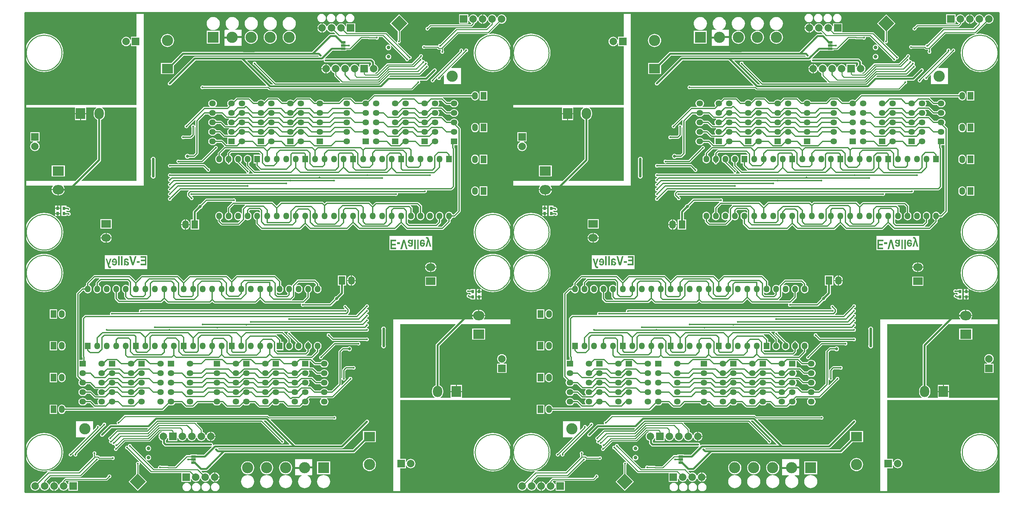
<source format=gbl>
G04*
G04 #@! TF.GenerationSoftware,Altium Limited,Altium Designer,20.0.14 (345)*
G04*
G04 Layer_Physical_Order=2*
G04 Layer_Color=16711680*
%FSLAX44Y44*%
%MOMM*%
G71*
G01*
G75*
%ADD10R,1.2700X0.6350*%
%ADD12R,0.8000X0.9000*%
%ADD40C,0.3500*%
%ADD41C,0.5000*%
%ADD42C,0.2500*%
%ADD43C,0.7500*%
%ADD44C,0.3000*%
%ADD50C,0.2540*%
%ADD51C,2.0000*%
%ADD52R,2.5000X3.0000*%
%ADD53O,2.5000X3.0000*%
%ADD54C,1.0000*%
%ADD55O,3.0000X2.5000*%
%ADD56R,3.0000X2.5000*%
%ADD57R,2.5000X2.0000*%
%ADD58O,2.5000X2.0000*%
%ADD59R,1.8000X1.5000*%
%ADD60O,1.8000X1.5000*%
%ADD61O,1.5000X1.8000*%
%ADD62R,1.5000X1.8000*%
%ADD63O,1.7500X2.2500*%
%ADD64R,1.7500X2.2500*%
%ADD65C,3.0000*%
%ADD66R,3.0000X3.0000*%
%ADD67P,4.2426X4X180.0*%
%ADD68R,1.5000X2.0000*%
%ADD69O,1.5000X2.0000*%
%ADD70R,2.0000X2.0000*%
%ADD71R,2.0000X2.0000*%
%ADD72C,0.5000*%
%ADD73C,0.7500*%
%ADD74C,0.8000*%
%ADD75C,0.6500*%
%ADD76R,0.2000X0.2647*%
G36*
X2602499Y1192057D02*
X2601229Y1191847D01*
X2599968Y1195562D01*
X2596996Y1201590D01*
X2593262Y1207178D01*
X2588830Y1212231D01*
X2583777Y1216663D01*
X2578189Y1220396D01*
X2572162Y1223369D01*
X2565797Y1225529D01*
X2559206Y1226840D01*
X2552499Y1227280D01*
X2545793Y1226840D01*
X2543038Y1226292D01*
X2542543Y1227489D01*
X2543003Y1227796D01*
X2570556Y1255349D01*
X2573036Y1254322D01*
X2576299Y1253892D01*
X2579562Y1254322D01*
X2582603Y1255581D01*
X2585215Y1257585D01*
X2587218Y1260196D01*
X2588477Y1263237D01*
X2588907Y1266500D01*
X2588477Y1269763D01*
X2587218Y1272804D01*
X2585215Y1275415D01*
X2582603Y1277419D01*
X2579562Y1278678D01*
X2576299Y1279108D01*
X2573036Y1278678D01*
X2569995Y1277419D01*
X2567384Y1275415D01*
X2565381Y1272804D01*
X2564251Y1270077D01*
X2564249Y1270077D01*
X2562949D01*
X2562947Y1270077D01*
X2561818Y1272804D01*
X2559814Y1275415D01*
X2557203Y1277419D01*
X2554162Y1278678D01*
X2550899Y1279108D01*
X2547636Y1278678D01*
X2544595Y1277419D01*
X2541984Y1275415D01*
X2539980Y1272804D01*
X2538890Y1270171D01*
X2537548Y1270181D01*
X2536453Y1272824D01*
X2534443Y1275444D01*
X2531823Y1277454D01*
X2528773Y1278717D01*
X2526769Y1278981D01*
Y1266500D01*
Y1254019D01*
X2528773Y1254283D01*
X2531823Y1255546D01*
X2534443Y1257556D01*
X2536453Y1260176D01*
X2537548Y1262819D01*
X2538890Y1262829D01*
X2539980Y1260196D01*
X2541984Y1257585D01*
X2544595Y1255581D01*
X2545910Y1255037D01*
X2546153Y1253561D01*
X2534915Y1242323D01*
X2455499D01*
X2454036Y1242032D01*
X2452796Y1241204D01*
X2411617Y1200025D01*
X2411249Y1200098D01*
X2409298Y1199710D01*
X2407644Y1198605D01*
X2406539Y1196951D01*
X2406166Y1195075D01*
X2404919Y1195323D01*
X2371777D01*
X2370450Y1196210D01*
X2368499Y1196598D01*
X2366548Y1196210D01*
X2364895Y1195105D01*
X2363789Y1193451D01*
X2363401Y1191500D01*
X2363789Y1189549D01*
X2364895Y1187895D01*
X2366548Y1186790D01*
X2368499Y1186402D01*
X2370450Y1186790D01*
X2371777Y1187677D01*
X2403335D01*
X2405465Y1185546D01*
X2406706Y1184718D01*
X2408169Y1184427D01*
X2413676D01*
Y1181778D01*
X2412789Y1180451D01*
X2412401Y1178500D01*
X2412789Y1176549D01*
X2413894Y1174895D01*
X2415548Y1173790D01*
X2417499Y1173402D01*
X2419450Y1173790D01*
X2421104Y1174895D01*
X2422209Y1176549D01*
X2422597Y1178500D01*
X2422209Y1180451D01*
X2421323Y1181778D01*
Y1187000D01*
X2421171Y1187764D01*
X2460083Y1226677D01*
X2538630D01*
X2538840Y1225407D01*
X2532837Y1223369D01*
X2526809Y1220396D01*
X2521221Y1216663D01*
X2516168Y1212231D01*
X2511737Y1207178D01*
X2508003Y1201590D01*
X2505030Y1195562D01*
X2502870Y1189198D01*
X2501559Y1182606D01*
X2501119Y1175900D01*
X2501559Y1169194D01*
X2502870Y1162602D01*
X2505030Y1156238D01*
X2508003Y1150210D01*
X2511737Y1144622D01*
X2516168Y1139569D01*
X2521221Y1135137D01*
X2526809Y1131404D01*
X2532837Y1128431D01*
X2539201Y1126271D01*
X2545793Y1124960D01*
X2552499Y1124520D01*
X2559206Y1124960D01*
X2565797Y1126271D01*
X2572162Y1128431D01*
X2578189Y1131404D01*
X2583777Y1135137D01*
X2588830Y1139569D01*
X2593262Y1144622D01*
X2596996Y1150210D01*
X2599968Y1156238D01*
X2601229Y1159953D01*
X2602499Y1159743D01*
Y712057D01*
X2601229Y711847D01*
X2599968Y715562D01*
X2596996Y721590D01*
X2593262Y727178D01*
X2588830Y732231D01*
X2583777Y736663D01*
X2578189Y740396D01*
X2572162Y743369D01*
X2565797Y745529D01*
X2559206Y746840D01*
X2552499Y747280D01*
X2545793Y746840D01*
X2539201Y745529D01*
X2532837Y743369D01*
X2526809Y740396D01*
X2521221Y736663D01*
X2516168Y732231D01*
X2511737Y727178D01*
X2508003Y721590D01*
X2505030Y715562D01*
X2502870Y709198D01*
X2501559Y702606D01*
X2501119Y695900D01*
X2501559Y689194D01*
X2502870Y682602D01*
X2505030Y676238D01*
X2508003Y670210D01*
X2511737Y664622D01*
X2516168Y659569D01*
X2521221Y655137D01*
X2526809Y651404D01*
X2532837Y648431D01*
X2539201Y646271D01*
X2545793Y644960D01*
X2552499Y644520D01*
X2559206Y644960D01*
X2565797Y646271D01*
X2572162Y648431D01*
X2578189Y651404D01*
X2583777Y655137D01*
X2588830Y659569D01*
X2593262Y664622D01*
X2596996Y670210D01*
X2599968Y676238D01*
X2601229Y679953D01*
X2602499Y679743D01*
Y642500D01*
X1302819D01*
Y678800D01*
X1304089Y679010D01*
X1305030Y676238D01*
X1308003Y670210D01*
X1311737Y664622D01*
X1316168Y659569D01*
X1321221Y655137D01*
X1326809Y651404D01*
X1332837Y648431D01*
X1339201Y646271D01*
X1345793Y644960D01*
X1352499Y644520D01*
X1359206Y644960D01*
X1365797Y646271D01*
X1372162Y648431D01*
X1378189Y651404D01*
X1383777Y655137D01*
X1388830Y659569D01*
X1393262Y664622D01*
X1396996Y670210D01*
X1399968Y676238D01*
X1402128Y682602D01*
X1403440Y689194D01*
X1403879Y695900D01*
X1403440Y702606D01*
X1402128Y709198D01*
X1399968Y715562D01*
X1396996Y721590D01*
X1393262Y727178D01*
X1388830Y732231D01*
X1383777Y736663D01*
X1383505Y736845D01*
X1382656Y737697D01*
X1382656Y737697D01*
X1382969Y738730D01*
X1383537Y738730D01*
X1387689D01*
Y744500D01*
X1382419D01*
Y739855D01*
X1382419Y739097D01*
X1381564Y738472D01*
X1380454Y738883D01*
X1378189Y740396D01*
X1372162Y743369D01*
X1365797Y745529D01*
X1359206Y746840D01*
X1352499Y747280D01*
X1345793Y746840D01*
X1339201Y745529D01*
X1332837Y743369D01*
X1326809Y740396D01*
X1321221Y736663D01*
X1316168Y732231D01*
X1311737Y727178D01*
X1308003Y721590D01*
X1305030Y715562D01*
X1304089Y712790D01*
X1302819Y713000D01*
Y820300D01*
X1375731D01*
X1376274Y819152D01*
X1375383Y818066D01*
X1373987Y815453D01*
X1373127Y812618D01*
X1372961Y810940D01*
X1407937D01*
X1407772Y812618D01*
X1406912Y815453D01*
X1405515Y818066D01*
X1404624Y819152D01*
X1405167Y820300D01*
X1619049D01*
Y1282500D01*
X2602499D01*
Y1192057D01*
D02*
G37*
G36*
X1299999D02*
X1298729Y1191847D01*
X1297468Y1195562D01*
X1294496Y1201590D01*
X1290762Y1207178D01*
X1286330Y1212231D01*
X1281277Y1216663D01*
X1275689Y1220396D01*
X1269661Y1223369D01*
X1263297Y1225529D01*
X1256706Y1226840D01*
X1249999Y1227280D01*
X1243293Y1226840D01*
X1240538Y1226292D01*
X1240042Y1227489D01*
X1240503Y1227796D01*
X1268056Y1255349D01*
X1270536Y1254322D01*
X1273799Y1253892D01*
X1277062Y1254322D01*
X1280103Y1255581D01*
X1282714Y1257585D01*
X1284718Y1260196D01*
X1285977Y1263237D01*
X1286407Y1266500D01*
X1285977Y1269763D01*
X1284718Y1272804D01*
X1282714Y1275415D01*
X1280103Y1277419D01*
X1277062Y1278678D01*
X1273799Y1279108D01*
X1270536Y1278678D01*
X1267495Y1277419D01*
X1264884Y1275415D01*
X1262880Y1272804D01*
X1261751Y1270077D01*
X1261749Y1270077D01*
X1260449D01*
X1260447Y1270077D01*
X1259318Y1272804D01*
X1257314Y1275415D01*
X1254703Y1277419D01*
X1251662Y1278678D01*
X1248399Y1279108D01*
X1245136Y1278678D01*
X1242095Y1277419D01*
X1239484Y1275415D01*
X1237480Y1272804D01*
X1236390Y1270171D01*
X1235048Y1270181D01*
X1233953Y1272824D01*
X1231943Y1275444D01*
X1229323Y1277454D01*
X1226273Y1278717D01*
X1224269Y1278981D01*
Y1266500D01*
Y1254019D01*
X1226273Y1254283D01*
X1229323Y1255546D01*
X1231943Y1257556D01*
X1233953Y1260176D01*
X1235048Y1262819D01*
X1236390Y1262829D01*
X1237480Y1260196D01*
X1239484Y1257585D01*
X1242095Y1255581D01*
X1243410Y1255037D01*
X1243653Y1253561D01*
X1232415Y1242323D01*
X1152999D01*
X1151536Y1242032D01*
X1150296Y1241204D01*
X1109117Y1200025D01*
X1108749Y1200098D01*
X1106798Y1199710D01*
X1105144Y1198605D01*
X1104039Y1196951D01*
X1103666Y1195075D01*
X1102419Y1195323D01*
X1069277D01*
X1067950Y1196210D01*
X1065999Y1196598D01*
X1064048Y1196210D01*
X1062394Y1195105D01*
X1061289Y1193451D01*
X1060901Y1191500D01*
X1061289Y1189549D01*
X1062394Y1187895D01*
X1064048Y1186790D01*
X1065999Y1186402D01*
X1067950Y1186790D01*
X1069277Y1187677D01*
X1100835D01*
X1102965Y1185546D01*
X1104206Y1184718D01*
X1105669Y1184427D01*
X1111176D01*
Y1181778D01*
X1110289Y1180451D01*
X1109901Y1178500D01*
X1110289Y1176549D01*
X1111394Y1174895D01*
X1113048Y1173790D01*
X1114999Y1173402D01*
X1116950Y1173790D01*
X1118604Y1174895D01*
X1119709Y1176549D01*
X1120097Y1178500D01*
X1119709Y1180451D01*
X1118823Y1181778D01*
Y1187000D01*
X1118671Y1187764D01*
X1157583Y1226677D01*
X1236130D01*
X1236339Y1225407D01*
X1230337Y1223369D01*
X1224309Y1220396D01*
X1218721Y1216663D01*
X1213668Y1212231D01*
X1209237Y1207178D01*
X1205503Y1201590D01*
X1202530Y1195562D01*
X1200370Y1189198D01*
X1199059Y1182606D01*
X1198619Y1175900D01*
X1199059Y1169194D01*
X1200370Y1162602D01*
X1202530Y1156238D01*
X1205503Y1150210D01*
X1209237Y1144622D01*
X1213668Y1139569D01*
X1218721Y1135137D01*
X1224309Y1131404D01*
X1230337Y1128431D01*
X1236701Y1126271D01*
X1243293Y1124960D01*
X1249999Y1124520D01*
X1256706Y1124960D01*
X1263297Y1126271D01*
X1269661Y1128431D01*
X1275689Y1131404D01*
X1281277Y1135137D01*
X1286330Y1139569D01*
X1290762Y1144622D01*
X1294496Y1150210D01*
X1297468Y1156238D01*
X1298729Y1159953D01*
X1299999Y1159743D01*
Y712057D01*
X1298729Y711847D01*
X1297468Y715562D01*
X1294496Y721590D01*
X1290762Y727178D01*
X1286330Y732231D01*
X1281277Y736663D01*
X1275689Y740396D01*
X1269661Y743369D01*
X1263297Y745529D01*
X1256706Y746840D01*
X1249999Y747280D01*
X1243293Y746840D01*
X1236701Y745529D01*
X1230337Y743369D01*
X1224309Y740396D01*
X1218721Y736663D01*
X1213668Y732231D01*
X1209237Y727178D01*
X1205503Y721590D01*
X1202530Y715562D01*
X1200370Y709198D01*
X1199059Y702606D01*
X1198619Y695900D01*
X1199059Y689194D01*
X1200370Y682602D01*
X1202530Y676238D01*
X1205503Y670210D01*
X1209237Y664622D01*
X1213668Y659569D01*
X1218721Y655137D01*
X1224309Y651404D01*
X1230337Y648431D01*
X1236701Y646271D01*
X1243293Y644960D01*
X1249999Y644520D01*
X1256706Y644960D01*
X1263297Y646271D01*
X1269661Y648431D01*
X1275689Y651404D01*
X1281277Y655137D01*
X1286330Y659569D01*
X1290762Y664622D01*
X1294496Y670210D01*
X1297468Y676238D01*
X1298729Y679953D01*
X1299999Y679743D01*
Y642500D01*
X319D01*
Y678800D01*
X1589Y679010D01*
X2530Y676238D01*
X5503Y670210D01*
X9237Y664622D01*
X13668Y659569D01*
X18721Y655137D01*
X24309Y651404D01*
X30337Y648431D01*
X36701Y646271D01*
X43293Y644960D01*
X49999Y644520D01*
X56706Y644960D01*
X63297Y646271D01*
X69661Y648431D01*
X75689Y651404D01*
X81277Y655137D01*
X86330Y659569D01*
X90762Y664622D01*
X94496Y670210D01*
X97468Y676238D01*
X99628Y682602D01*
X100940Y689194D01*
X101379Y695900D01*
X100940Y702606D01*
X99628Y709198D01*
X97468Y715562D01*
X94496Y721590D01*
X90762Y727178D01*
X86330Y732231D01*
X81277Y736663D01*
X81005Y736845D01*
X80156Y737697D01*
X80156Y737697D01*
X80469Y738730D01*
X81037Y738730D01*
X85189D01*
Y744500D01*
X79919D01*
Y739855D01*
X79919Y739097D01*
X79064Y738472D01*
X77954Y738883D01*
X75689Y740396D01*
X69661Y743369D01*
X63297Y745529D01*
X56706Y746840D01*
X49999Y747280D01*
X43293Y746840D01*
X36701Y745529D01*
X30337Y743369D01*
X24309Y740396D01*
X18721Y736663D01*
X13668Y732231D01*
X9237Y727178D01*
X5503Y721590D01*
X2530Y715562D01*
X1589Y712790D01*
X319Y713000D01*
Y820300D01*
X73231D01*
X73774Y819152D01*
X72883Y818066D01*
X71487Y815453D01*
X70627Y812618D01*
X70462Y810940D01*
X105437D01*
X105272Y812618D01*
X104412Y815453D01*
X103015Y818066D01*
X102124Y819152D01*
X102667Y820300D01*
X316549D01*
Y1282500D01*
X1299999D01*
Y1192057D01*
D02*
G37*
G36*
X1599999Y1218880D02*
X1584959D01*
Y1211219D01*
X1583689Y1210967D01*
X1582978Y1212684D01*
X1580974Y1215295D01*
X1578363Y1217299D01*
X1575322Y1218558D01*
X1572059Y1218988D01*
X1568796Y1218558D01*
X1565755Y1217299D01*
X1563144Y1215295D01*
X1561140Y1212684D01*
X1559881Y1209643D01*
X1559451Y1206380D01*
X1559881Y1203117D01*
X1561140Y1200076D01*
X1563144Y1197465D01*
X1565755Y1195461D01*
X1568796Y1194202D01*
X1572059Y1193772D01*
X1575322Y1194202D01*
X1578363Y1195461D01*
X1580974Y1197465D01*
X1582978Y1200076D01*
X1583689Y1201793D01*
X1584959Y1201541D01*
Y1193880D01*
X1599999D01*
Y1036200D01*
X1302499D01*
Y1159743D01*
X1303769Y1159953D01*
X1305030Y1156238D01*
X1308003Y1150210D01*
X1311737Y1144622D01*
X1316168Y1139569D01*
X1321221Y1135137D01*
X1326809Y1131404D01*
X1332837Y1128431D01*
X1339201Y1126271D01*
X1345793Y1124960D01*
X1352499Y1124520D01*
X1359206Y1124960D01*
X1365797Y1126271D01*
X1372162Y1128431D01*
X1378189Y1131404D01*
X1383777Y1135137D01*
X1388830Y1139569D01*
X1393262Y1144622D01*
X1396996Y1150210D01*
X1399968Y1156238D01*
X1402128Y1162602D01*
X1403440Y1169194D01*
X1403879Y1175900D01*
X1403440Y1182606D01*
X1402128Y1189198D01*
X1399968Y1195562D01*
X1396996Y1201590D01*
X1393262Y1207178D01*
X1388830Y1212231D01*
X1383777Y1216663D01*
X1378189Y1220396D01*
X1372162Y1223369D01*
X1365797Y1225529D01*
X1359206Y1226840D01*
X1352499Y1227280D01*
X1345793Y1226840D01*
X1339201Y1225529D01*
X1332837Y1223369D01*
X1326809Y1220396D01*
X1321221Y1216663D01*
X1316168Y1212231D01*
X1311737Y1207178D01*
X1308003Y1201590D01*
X1305030Y1195562D01*
X1303769Y1191847D01*
X1302499Y1192057D01*
Y1282500D01*
X1599999D01*
Y1218880D01*
D02*
G37*
G36*
X297499D02*
X282459D01*
Y1211219D01*
X281189Y1210967D01*
X280478Y1212684D01*
X278474Y1215295D01*
X275863Y1217299D01*
X272822Y1218558D01*
X269559Y1218988D01*
X266296Y1218558D01*
X263255Y1217299D01*
X260644Y1215295D01*
X258640Y1212684D01*
X257381Y1209643D01*
X256951Y1206380D01*
X257381Y1203117D01*
X258640Y1200076D01*
X260644Y1197465D01*
X263255Y1195461D01*
X266296Y1194202D01*
X269559Y1193772D01*
X272822Y1194202D01*
X275863Y1195461D01*
X278474Y1197465D01*
X280478Y1200076D01*
X281189Y1201793D01*
X282459Y1201541D01*
Y1193880D01*
X297499D01*
Y1036200D01*
X-1D01*
Y1159743D01*
X1269Y1159953D01*
X2530Y1156238D01*
X5503Y1150210D01*
X9237Y1144622D01*
X13668Y1139569D01*
X18721Y1135137D01*
X24309Y1131404D01*
X30337Y1128431D01*
X36701Y1126271D01*
X43293Y1124960D01*
X49999Y1124520D01*
X56706Y1124960D01*
X63297Y1126271D01*
X69661Y1128431D01*
X75689Y1131404D01*
X81277Y1135137D01*
X86330Y1139569D01*
X90762Y1144622D01*
X94496Y1150210D01*
X97468Y1156238D01*
X99628Y1162602D01*
X100940Y1169194D01*
X101379Y1175900D01*
X100940Y1182606D01*
X99628Y1189198D01*
X97468Y1195562D01*
X94496Y1201590D01*
X90762Y1207178D01*
X86330Y1212231D01*
X81277Y1216663D01*
X75689Y1220396D01*
X69661Y1223369D01*
X63297Y1225529D01*
X56706Y1226840D01*
X49999Y1227280D01*
X43293Y1226840D01*
X36701Y1225529D01*
X30337Y1223369D01*
X24309Y1220396D01*
X18721Y1216663D01*
X13668Y1212231D01*
X9237Y1207178D01*
X5503Y1201590D01*
X2530Y1195562D01*
X1269Y1191847D01*
X-1Y1192057D01*
Y1282500D01*
X297499D01*
Y1218880D01*
D02*
G37*
G36*
X1492154Y1028580D02*
X1491765Y1028372D01*
X1489481Y1026498D01*
X1487607Y1024214D01*
X1486214Y1021608D01*
X1485356Y1018781D01*
X1485067Y1015840D01*
Y1010840D01*
X1485356Y1007899D01*
X1486214Y1005072D01*
X1487607Y1002466D01*
X1489481Y1000182D01*
X1491765Y998308D01*
X1494371Y996915D01*
X1495041Y996712D01*
Y891462D01*
X1436580Y833000D01*
X1302499D01*
Y1029850D01*
X1435099D01*
Y1014610D01*
X1465179D01*
Y1029850D01*
X1491836D01*
X1492154Y1028580D01*
D02*
G37*
G36*
X189654D02*
X189265Y1028372D01*
X186981Y1026498D01*
X185107Y1024214D01*
X183714Y1021608D01*
X182856Y1018781D01*
X182567Y1015840D01*
Y1010840D01*
X182856Y1007899D01*
X183714Y1005072D01*
X185107Y1002466D01*
X186981Y1000182D01*
X189265Y998308D01*
X191871Y996915D01*
X192541Y996712D01*
Y891462D01*
X134080Y833000D01*
X-1D01*
Y1029850D01*
X132599D01*
Y1014610D01*
X162679D01*
Y1029850D01*
X189336D01*
X189654Y1028580D01*
D02*
G37*
G36*
X1599999Y833000D02*
X1452658D01*
X1452172Y834173D01*
X1503744Y885745D01*
X1504849Y887399D01*
X1505237Y889350D01*
Y996712D01*
X1505907Y996915D01*
X1508513Y998308D01*
X1510797Y1000182D01*
X1512672Y1002466D01*
X1514064Y1005072D01*
X1514922Y1007899D01*
X1515212Y1010840D01*
Y1015840D01*
X1514922Y1018781D01*
X1514064Y1021608D01*
X1512672Y1024214D01*
X1510797Y1026498D01*
X1508513Y1028372D01*
X1508125Y1028580D01*
X1508443Y1029850D01*
X1599999D01*
Y833000D01*
D02*
G37*
G36*
X297499D02*
X150158D01*
X149672Y834173D01*
X201244Y885745D01*
X202349Y887399D01*
X202737Y889350D01*
Y996712D01*
X203407Y996915D01*
X206013Y998308D01*
X208297Y1000182D01*
X210172Y1002466D01*
X211565Y1005072D01*
X212422Y1007899D01*
X212712Y1010840D01*
Y1015840D01*
X212422Y1018781D01*
X211565Y1021608D01*
X210172Y1024214D01*
X208297Y1026498D01*
X206013Y1028372D01*
X205625Y1028580D01*
X205943Y1029850D01*
X297499D01*
Y833000D01*
D02*
G37*
G36*
X2602181Y603700D02*
X2600911Y603490D01*
X2599970Y606262D01*
X2596997Y612290D01*
X2593263Y617878D01*
X2588832Y622931D01*
X2583779Y627363D01*
X2578191Y631096D01*
X2572163Y634069D01*
X2565799Y636229D01*
X2559207Y637540D01*
X2552501Y637980D01*
X2545794Y637540D01*
X2539203Y636229D01*
X2532838Y634069D01*
X2526811Y631096D01*
X2521223Y627363D01*
X2516170Y622931D01*
X2511738Y617878D01*
X2508004Y612290D01*
X2505032Y606262D01*
X2502872Y599898D01*
X2501560Y593306D01*
X2501121Y586600D01*
X2501560Y579894D01*
X2502872Y573302D01*
X2505032Y566938D01*
X2508004Y560910D01*
X2511738Y555322D01*
X2516170Y550269D01*
X2521223Y545838D01*
X2521495Y545655D01*
X2522344Y544803D01*
X2522344Y544803D01*
D01*
X2522031Y543770D01*
X2521463Y543770D01*
X2517311D01*
Y538000D01*
X2522581D01*
Y542645D01*
X2522581Y543403D01*
X2523436Y544028D01*
X2523436D01*
X2523436D01*
X2524546Y543617D01*
X2526811Y542104D01*
X2532838Y539131D01*
X2539203Y536971D01*
X2545794Y535660D01*
X2552501Y535220D01*
X2559207Y535660D01*
X2565799Y536971D01*
X2572163Y539131D01*
X2578191Y542104D01*
X2583779Y545838D01*
X2588832Y550269D01*
X2593263Y555322D01*
X2596997Y560910D01*
X2599970Y566938D01*
X2600911Y569710D01*
X2602181Y569500D01*
Y462200D01*
X2529269D01*
X2528726Y463348D01*
X2529617Y464434D01*
X2531013Y467047D01*
X2531873Y469882D01*
X2532039Y471560D01*
X2514551D01*
X2497063D01*
X2497228Y469882D01*
X2498088Y467047D01*
X2499485Y464434D01*
X2500376Y463348D01*
X2499833Y462200D01*
X2285951D01*
Y0D01*
X1302501D01*
Y90443D01*
X1303771Y90653D01*
X1305032Y86938D01*
X1308004Y80910D01*
X1311738Y75322D01*
X1316170Y70269D01*
X1321223Y65837D01*
X1326811Y62104D01*
X1332838Y59131D01*
X1339203Y56971D01*
X1345794Y55660D01*
X1352501Y55220D01*
X1359207Y55660D01*
X1361962Y56207D01*
X1362457Y55011D01*
X1361997Y54704D01*
X1334444Y27151D01*
X1331964Y28178D01*
X1328701Y28608D01*
X1325438Y28178D01*
X1322397Y26919D01*
X1319786Y24915D01*
X1317782Y22304D01*
X1316523Y19263D01*
X1316093Y16000D01*
X1316523Y12737D01*
X1317782Y9696D01*
X1319786Y7085D01*
X1322397Y5081D01*
X1325438Y3822D01*
X1328701Y3392D01*
X1331964Y3822D01*
X1335005Y5081D01*
X1337616Y7085D01*
X1339619Y9696D01*
X1340749Y12423D01*
X1340751Y12423D01*
X1342051D01*
X1342053Y12423D01*
X1343182Y9696D01*
X1345186Y7085D01*
X1347797Y5081D01*
X1350838Y3822D01*
X1354101Y3392D01*
X1357364Y3822D01*
X1360405Y5081D01*
X1363016Y7085D01*
X1365020Y9696D01*
X1366110Y12329D01*
X1367452Y12319D01*
X1368547Y9676D01*
X1370557Y7056D01*
X1373177Y5046D01*
X1376227Y3783D01*
X1378231Y3519D01*
Y16000D01*
Y28481D01*
X1376227Y28217D01*
X1373177Y26954D01*
X1370557Y24944D01*
X1368547Y22324D01*
X1367452Y19681D01*
X1366110Y19671D01*
X1365020Y22304D01*
X1363016Y24915D01*
X1360405Y26919D01*
X1359090Y27463D01*
X1358847Y28939D01*
X1370085Y40177D01*
X1449501D01*
X1450964Y40468D01*
X1452204Y41296D01*
X1493383Y82475D01*
X1493751Y82402D01*
X1495702Y82790D01*
X1497356Y83895D01*
X1498461Y85549D01*
X1498834Y87425D01*
X1500081Y87177D01*
X1533223D01*
X1534550Y86290D01*
X1536501Y85902D01*
X1538452Y86290D01*
X1540106Y87395D01*
X1541211Y89049D01*
X1541599Y91000D01*
X1541211Y92951D01*
X1540106Y94605D01*
X1538452Y95710D01*
X1536501Y96098D01*
X1534550Y95710D01*
X1533223Y94823D01*
X1501665D01*
X1499535Y96954D01*
X1498294Y97782D01*
X1496831Y98073D01*
X1491324D01*
Y100722D01*
X1492211Y102049D01*
X1492599Y104000D01*
X1492211Y105951D01*
X1491106Y107605D01*
X1489452Y108710D01*
X1487501Y109098D01*
X1485550Y108710D01*
X1483896Y107605D01*
X1482791Y105951D01*
X1482403Y104000D01*
X1482791Y102049D01*
X1483677Y100722D01*
Y95500D01*
X1483829Y94736D01*
X1444917Y55823D01*
X1366370D01*
X1366160Y57093D01*
X1372163Y59131D01*
X1378191Y62104D01*
X1383779Y65837D01*
X1388832Y70269D01*
X1393263Y75322D01*
X1396997Y80910D01*
X1399970Y86938D01*
X1402130Y93302D01*
X1403441Y99894D01*
X1403881Y106600D01*
X1403441Y113306D01*
X1402130Y119898D01*
X1399970Y126262D01*
X1396997Y132290D01*
X1393263Y137878D01*
X1388832Y142931D01*
X1383779Y147362D01*
X1378191Y151096D01*
X1372163Y154069D01*
X1365799Y156229D01*
X1359207Y157540D01*
X1352501Y157980D01*
X1345794Y157540D01*
X1339203Y156229D01*
X1332838Y154069D01*
X1326811Y151096D01*
X1321223Y147362D01*
X1316170Y142931D01*
X1311738Y137878D01*
X1308004Y132290D01*
X1305032Y126262D01*
X1303771Y122547D01*
X1302501Y122757D01*
Y570443D01*
X1303771Y570653D01*
X1305032Y566938D01*
X1308004Y560910D01*
X1311738Y555322D01*
X1316170Y550269D01*
X1321223Y545838D01*
X1326811Y542104D01*
X1332838Y539131D01*
X1339203Y536971D01*
X1345794Y535660D01*
X1352501Y535220D01*
X1359207Y535660D01*
X1365799Y536971D01*
X1372163Y539131D01*
X1378191Y542104D01*
X1383779Y545838D01*
X1388832Y550269D01*
X1393263Y555322D01*
X1396997Y560910D01*
X1399970Y566938D01*
X1402130Y573302D01*
X1403441Y579894D01*
X1403881Y586600D01*
X1403441Y593306D01*
X1402130Y599898D01*
X1399970Y606262D01*
X1396997Y612290D01*
X1393263Y617878D01*
X1388832Y622931D01*
X1383779Y627363D01*
X1378191Y631096D01*
X1372163Y634069D01*
X1365799Y636229D01*
X1359207Y637540D01*
X1352501Y637980D01*
X1345794Y637540D01*
X1339203Y636229D01*
X1332838Y634069D01*
X1326811Y631096D01*
X1321223Y627363D01*
X1316170Y622931D01*
X1311738Y617878D01*
X1308004Y612290D01*
X1305032Y606262D01*
X1303771Y602547D01*
X1302501Y602757D01*
Y640000D01*
X2602181D01*
Y603700D01*
D02*
G37*
G36*
X1299681D02*
X1298411Y603490D01*
X1297470Y606262D01*
X1294497Y612290D01*
X1290763Y617878D01*
X1286332Y622931D01*
X1281279Y627363D01*
X1275691Y631096D01*
X1269663Y634069D01*
X1263299Y636229D01*
X1256707Y637540D01*
X1250001Y637980D01*
X1243294Y637540D01*
X1236703Y636229D01*
X1230339Y634069D01*
X1224311Y631096D01*
X1218723Y627363D01*
X1213670Y622931D01*
X1209238Y617878D01*
X1205504Y612290D01*
X1202532Y606262D01*
X1200371Y599898D01*
X1199060Y593306D01*
X1198621Y586600D01*
X1199060Y579894D01*
X1200371Y573302D01*
X1202532Y566938D01*
X1205504Y560910D01*
X1209238Y555322D01*
X1213670Y550269D01*
X1218723Y545838D01*
X1218995Y545655D01*
X1219844Y544803D01*
X1219844Y544803D01*
D01*
X1219531Y543770D01*
X1218963Y543770D01*
X1214811D01*
Y538000D01*
X1220081D01*
Y542645D01*
X1220081Y543403D01*
X1220936Y544028D01*
X1220936D01*
X1220936D01*
X1222046Y543617D01*
X1224311Y542104D01*
X1230339Y539131D01*
X1236703Y536971D01*
X1243294Y535660D01*
X1250001Y535220D01*
X1256707Y535660D01*
X1263299Y536971D01*
X1269663Y539131D01*
X1275691Y542104D01*
X1281279Y545838D01*
X1286332Y550269D01*
X1290763Y555322D01*
X1294497Y560910D01*
X1297470Y566938D01*
X1298411Y569710D01*
X1299681Y569500D01*
Y462200D01*
X1226769D01*
X1226226Y463348D01*
X1227117Y464434D01*
X1228513Y467047D01*
X1229373Y469882D01*
X1229538Y471560D01*
X1212051D01*
X1194563D01*
X1194728Y469882D01*
X1195588Y467047D01*
X1196985Y464434D01*
X1197876Y463348D01*
X1197333Y462200D01*
X983451D01*
Y0D01*
X1D01*
Y90443D01*
X1271Y90653D01*
X2532Y86938D01*
X5504Y80910D01*
X9238Y75322D01*
X13670Y70269D01*
X18723Y65837D01*
X24311Y62104D01*
X30338Y59131D01*
X36703Y56971D01*
X43294Y55660D01*
X50001Y55220D01*
X56707Y55660D01*
X59462Y56207D01*
X59957Y55011D01*
X59497Y54704D01*
X31944Y27151D01*
X29464Y28178D01*
X26201Y28608D01*
X22938Y28178D01*
X19897Y26919D01*
X17286Y24915D01*
X15282Y22304D01*
X14023Y19263D01*
X13593Y16000D01*
X14023Y12737D01*
X15282Y9696D01*
X17286Y7085D01*
X19897Y5081D01*
X22938Y3822D01*
X26201Y3392D01*
X29464Y3822D01*
X32505Y5081D01*
X35116Y7085D01*
X37120Y9696D01*
X38249Y12423D01*
X38251Y12423D01*
X39551D01*
X39553Y12423D01*
X40682Y9696D01*
X42686Y7085D01*
X45297Y5081D01*
X48338Y3822D01*
X51601Y3392D01*
X54864Y3822D01*
X57905Y5081D01*
X60516Y7085D01*
X62519Y9696D01*
X63610Y12329D01*
X64952Y12319D01*
X66047Y9676D01*
X68057Y7056D01*
X70677Y5046D01*
X73727Y3783D01*
X75731Y3519D01*
Y16000D01*
Y28481D01*
X73727Y28217D01*
X70677Y26954D01*
X68057Y24944D01*
X66047Y22324D01*
X64952Y19681D01*
X63610Y19671D01*
X62519Y22304D01*
X60516Y24915D01*
X57905Y26919D01*
X56590Y27463D01*
X56347Y28939D01*
X67585Y40177D01*
X147001D01*
X148464Y40468D01*
X149704Y41296D01*
X190883Y82475D01*
X191251Y82402D01*
X193202Y82790D01*
X194856Y83895D01*
X195961Y85549D01*
X196334Y87425D01*
X197581Y87177D01*
X230723D01*
X232050Y86290D01*
X234001Y85902D01*
X235952Y86290D01*
X237605Y87395D01*
X238711Y89049D01*
X239099Y91000D01*
X238711Y92951D01*
X237605Y94605D01*
X235952Y95710D01*
X234001Y96098D01*
X232050Y95710D01*
X230723Y94823D01*
X199165D01*
X197035Y96954D01*
X195794Y97782D01*
X194331Y98073D01*
X188824D01*
Y100722D01*
X189711Y102049D01*
X190099Y104000D01*
X189711Y105951D01*
X188606Y107605D01*
X186952Y108710D01*
X185001Y109098D01*
X183050Y108710D01*
X181396Y107605D01*
X180291Y105951D01*
X179903Y104000D01*
X180291Y102049D01*
X181177Y100722D01*
Y95500D01*
X181329Y94736D01*
X142417Y55823D01*
X63870D01*
X63660Y57093D01*
X69663Y59131D01*
X75691Y62104D01*
X81279Y65837D01*
X86332Y70269D01*
X90763Y75322D01*
X94497Y80910D01*
X97470Y86938D01*
X99630Y93302D01*
X100941Y99894D01*
X101381Y106600D01*
X100941Y113306D01*
X99630Y119898D01*
X97470Y126262D01*
X94497Y132290D01*
X90763Y137878D01*
X86332Y142931D01*
X81279Y147362D01*
X75691Y151096D01*
X69663Y154069D01*
X63299Y156229D01*
X56707Y157540D01*
X50001Y157980D01*
X43294Y157540D01*
X36703Y156229D01*
X30338Y154069D01*
X24311Y151096D01*
X18723Y147362D01*
X13670Y142931D01*
X9238Y137878D01*
X5504Y132290D01*
X2532Y126262D01*
X1271Y122547D01*
X1Y122757D01*
Y570443D01*
X1271Y570653D01*
X2532Y566938D01*
X5504Y560910D01*
X9238Y555322D01*
X13670Y550269D01*
X18723Y545838D01*
X24311Y542104D01*
X30338Y539131D01*
X36703Y536971D01*
X43294Y535660D01*
X50001Y535220D01*
X56707Y535660D01*
X63299Y536971D01*
X69663Y539131D01*
X75691Y542104D01*
X81279Y545838D01*
X86332Y550269D01*
X90763Y555322D01*
X94497Y560910D01*
X97470Y566938D01*
X99630Y573302D01*
X100941Y579894D01*
X101381Y586600D01*
X100941Y593306D01*
X99630Y599898D01*
X97470Y606262D01*
X94497Y612290D01*
X90763Y617878D01*
X86332Y622931D01*
X81279Y627363D01*
X75691Y631096D01*
X69663Y634069D01*
X63299Y636229D01*
X56707Y637540D01*
X50001Y637980D01*
X43294Y637540D01*
X36703Y636229D01*
X30338Y634069D01*
X24311Y631096D01*
X18723Y627363D01*
X13670Y622931D01*
X9238Y617878D01*
X5504Y612290D01*
X2532Y606262D01*
X1271Y602547D01*
X1Y602757D01*
Y640000D01*
X1299681D01*
Y603700D01*
D02*
G37*
G36*
X2602501Y252650D02*
X2469901D01*
Y267890D01*
X2454861D01*
X2439821D01*
Y252650D01*
X2413164D01*
X2412846Y253920D01*
X2413235Y254128D01*
X2415519Y256002D01*
X2417393Y258286D01*
X2418786Y260892D01*
X2419644Y263720D01*
X2419933Y266660D01*
Y271660D01*
X2419644Y274601D01*
X2418786Y277428D01*
X2417393Y280034D01*
X2415519Y282318D01*
X2413235Y284192D01*
X2410629Y285585D01*
X2409959Y285788D01*
Y391038D01*
X2468420Y449500D01*
X2602501D01*
Y252650D01*
D02*
G37*
G36*
X2452828Y448327D02*
X2401256Y396755D01*
X2400151Y395101D01*
X2399763Y393150D01*
Y285788D01*
X2399093Y285585D01*
X2396487Y284192D01*
X2394203Y282318D01*
X2392328Y280034D01*
X2390936Y277428D01*
X2390078Y274601D01*
X2389788Y271660D01*
Y266660D01*
X2390078Y263720D01*
X2390936Y260892D01*
X2392328Y258286D01*
X2394203Y256002D01*
X2396487Y254128D01*
X2396875Y253920D01*
X2396557Y252650D01*
X2305001D01*
Y449500D01*
X2452342D01*
X2452828Y448327D01*
D02*
G37*
G36*
X1300001Y252650D02*
X1167401D01*
Y267890D01*
X1152361D01*
X1137321D01*
Y252650D01*
X1110664D01*
X1110346Y253920D01*
X1110735Y254128D01*
X1113019Y256002D01*
X1114893Y258286D01*
X1116286Y260892D01*
X1117144Y263720D01*
X1117433Y266660D01*
Y271660D01*
X1117144Y274601D01*
X1116286Y277428D01*
X1114893Y280034D01*
X1113019Y282318D01*
X1110735Y284192D01*
X1108129Y285585D01*
X1107459Y285788D01*
Y391038D01*
X1165920Y449500D01*
X1300001D01*
Y252650D01*
D02*
G37*
G36*
X1150328Y448327D02*
X1098756Y396755D01*
X1097651Y395101D01*
X1097263Y393150D01*
Y285788D01*
X1096593Y285585D01*
X1093987Y284192D01*
X1091703Y282318D01*
X1089828Y280034D01*
X1088436Y277428D01*
X1087578Y274601D01*
X1087288Y271660D01*
Y266660D01*
X1087578Y263720D01*
X1088436Y260892D01*
X1089828Y258286D01*
X1091703Y256002D01*
X1093987Y254128D01*
X1094375Y253920D01*
X1094057Y252650D01*
X1002501D01*
Y449500D01*
X1149842D01*
X1150328Y448327D01*
D02*
G37*
G36*
X2602501Y122757D02*
X2601231Y122547D01*
X2599970Y126262D01*
X2596997Y132290D01*
X2593263Y137878D01*
X2588832Y142931D01*
X2583779Y147362D01*
X2578191Y151096D01*
X2572163Y154069D01*
X2565799Y156229D01*
X2559207Y157540D01*
X2552501Y157980D01*
X2545794Y157540D01*
X2539203Y156229D01*
X2532838Y154069D01*
X2526811Y151096D01*
X2521223Y147362D01*
X2516170Y142931D01*
X2511738Y137878D01*
X2508004Y132290D01*
X2505032Y126262D01*
X2502872Y119898D01*
X2501560Y113306D01*
X2501121Y106600D01*
X2501560Y99894D01*
X2502872Y93302D01*
X2505032Y86938D01*
X2508004Y80910D01*
X2511738Y75322D01*
X2516170Y70269D01*
X2521223Y65837D01*
X2526811Y62104D01*
X2532838Y59131D01*
X2539203Y56971D01*
X2545794Y55660D01*
X2552501Y55220D01*
X2559207Y55660D01*
X2565799Y56971D01*
X2572163Y59131D01*
X2578191Y62104D01*
X2583779Y65837D01*
X2588832Y70269D01*
X2593263Y75322D01*
X2596997Y80910D01*
X2599970Y86938D01*
X2601231Y90653D01*
X2602501Y90443D01*
Y0D01*
X2305001D01*
Y63620D01*
X2320041D01*
Y71280D01*
X2321311Y71533D01*
X2322022Y69816D01*
X2324026Y67205D01*
X2326637Y65201D01*
X2329678Y63942D01*
X2332941Y63512D01*
X2336204Y63942D01*
X2339245Y65201D01*
X2341856Y67205D01*
X2343860Y69816D01*
X2345119Y72857D01*
X2345549Y76120D01*
X2345119Y79383D01*
X2343860Y82424D01*
X2341856Y85035D01*
X2339245Y87039D01*
X2336204Y88298D01*
X2332941Y88728D01*
X2329678Y88298D01*
X2326637Y87039D01*
X2324026Y85035D01*
X2322022Y82424D01*
X2321311Y80707D01*
X2320041Y80960D01*
Y88620D01*
X2305001D01*
Y246300D01*
X2602501D01*
Y122757D01*
D02*
G37*
G36*
X1300001D02*
X1298731Y122547D01*
X1297470Y126262D01*
X1294497Y132290D01*
X1290763Y137878D01*
X1286332Y142931D01*
X1281279Y147362D01*
X1275691Y151096D01*
X1269663Y154069D01*
X1263299Y156229D01*
X1256707Y157540D01*
X1250001Y157980D01*
X1243294Y157540D01*
X1236703Y156229D01*
X1230339Y154069D01*
X1224311Y151096D01*
X1218723Y147362D01*
X1213670Y142931D01*
X1209238Y137878D01*
X1205504Y132290D01*
X1202532Y126262D01*
X1200371Y119898D01*
X1199060Y113306D01*
X1198621Y106600D01*
X1199060Y99894D01*
X1200371Y93302D01*
X1202532Y86938D01*
X1205504Y80910D01*
X1209238Y75322D01*
X1213670Y70269D01*
X1218723Y65837D01*
X1224311Y62104D01*
X1230339Y59131D01*
X1236703Y56971D01*
X1243294Y55660D01*
X1250001Y55220D01*
X1256707Y55660D01*
X1263299Y56971D01*
X1269663Y59131D01*
X1275691Y62104D01*
X1281279Y65837D01*
X1286332Y70269D01*
X1290763Y75322D01*
X1294497Y80910D01*
X1297470Y86938D01*
X1298731Y90653D01*
X1300001Y90443D01*
Y0D01*
X1002501D01*
Y63620D01*
X1017541D01*
Y71280D01*
X1018811Y71533D01*
X1019522Y69816D01*
X1021526Y67205D01*
X1024137Y65201D01*
X1027178Y63942D01*
X1030441Y63512D01*
X1033704Y63942D01*
X1036745Y65201D01*
X1039356Y67205D01*
X1041359Y69816D01*
X1042619Y72857D01*
X1043049Y76120D01*
X1042619Y79383D01*
X1041359Y82424D01*
X1039356Y85035D01*
X1036745Y87039D01*
X1033704Y88298D01*
X1030441Y88728D01*
X1027178Y88298D01*
X1024137Y87039D01*
X1021526Y85035D01*
X1019522Y82424D01*
X1018811Y80707D01*
X1017541Y80960D01*
Y88620D01*
X1002501D01*
Y246300D01*
X1300001D01*
Y122757D01*
D02*
G37*
%LPC*%
G36*
X2500099Y1279108D02*
X2496836Y1278678D01*
X2493795Y1277419D01*
X2491184Y1275415D01*
X2489180Y1272804D01*
X2488469Y1271087D01*
X2487199Y1271339D01*
Y1279000D01*
X2462199D01*
Y1254000D01*
X2487199D01*
Y1261661D01*
X2488469Y1261913D01*
X2489180Y1260196D01*
X2491184Y1257585D01*
X2493795Y1255581D01*
X2494568Y1255261D01*
X2494816Y1254016D01*
X2493123Y1252323D01*
X2385499D01*
X2384036Y1252032D01*
X2382796Y1251204D01*
X2377113Y1245521D01*
X2375548Y1245210D01*
X2373894Y1244105D01*
X2372789Y1242451D01*
X2372401Y1240500D01*
X2372789Y1238549D01*
X2373894Y1236895D01*
X2375548Y1235790D01*
X2377499Y1235402D01*
X2379450Y1235790D01*
X2381104Y1236895D01*
X2382209Y1238549D01*
X2382520Y1240114D01*
X2387083Y1244677D01*
X2494707D01*
X2496170Y1244968D01*
X2497411Y1245796D01*
X2502803Y1251189D01*
X2503632Y1252429D01*
X2503923Y1253892D01*
Y1254554D01*
X2506403Y1255581D01*
X2509014Y1257585D01*
X2511018Y1260196D01*
X2512109Y1262829D01*
X2513451Y1262819D01*
X2514546Y1260176D01*
X2516556Y1257556D01*
X2519175Y1255546D01*
X2522226Y1254283D01*
X2524229Y1254019D01*
Y1266500D01*
Y1278981D01*
X2522226Y1278717D01*
X2519175Y1277454D01*
X2516556Y1275444D01*
X2514546Y1272824D01*
X2513451Y1270181D01*
X2512109Y1270171D01*
X2511018Y1272804D01*
X2509014Y1275415D01*
X2506403Y1277419D01*
X2503362Y1278678D01*
X2500099Y1279108D01*
D02*
G37*
G36*
X2171029Y1280517D02*
X2168092Y1280130D01*
X2165356Y1278997D01*
X2163006Y1277194D01*
X2161202Y1274844D01*
X2160069Y1272107D01*
X2159682Y1269170D01*
X2160069Y1266233D01*
X2161202Y1263496D01*
X2163006Y1261146D01*
X2165356Y1259343D01*
X2168092Y1258210D01*
X2171029Y1257823D01*
X2173966Y1258210D01*
X2176703Y1259343D01*
X2179053Y1261146D01*
X2180856Y1263496D01*
X2181990Y1266233D01*
X2182376Y1269170D01*
X2181990Y1272107D01*
X2180856Y1274844D01*
X2179053Y1277194D01*
X2176703Y1278997D01*
X2173966Y1280130D01*
X2171029Y1280517D01*
D02*
G37*
G36*
X2145629D02*
X2142692Y1280130D01*
X2139956Y1278997D01*
X2137606Y1277194D01*
X2135802Y1274844D01*
X2134669Y1272107D01*
X2134282Y1269170D01*
X2134669Y1266233D01*
X2135802Y1263496D01*
X2137606Y1261146D01*
X2139956Y1259343D01*
X2142692Y1258210D01*
X2145629Y1257823D01*
X2148566Y1258210D01*
X2151303Y1259343D01*
X2153653Y1261146D01*
X2155456Y1263496D01*
X2156590Y1266233D01*
X2156976Y1269170D01*
X2156590Y1272107D01*
X2155456Y1274844D01*
X2153653Y1277194D01*
X2151303Y1278997D01*
X2148566Y1280130D01*
X2145629Y1280517D01*
D02*
G37*
G36*
X2120229Y1280517D02*
X2117292Y1280130D01*
X2114556Y1278997D01*
X2112206Y1277194D01*
X2110402Y1274844D01*
X2109269Y1272107D01*
X2108882Y1269170D01*
X2109269Y1266233D01*
X2110402Y1263496D01*
X2112206Y1261146D01*
X2114556Y1259343D01*
X2117292Y1258210D01*
X2120229Y1257823D01*
X2123166Y1258210D01*
X2125903Y1259343D01*
X2128253Y1261146D01*
X2130056Y1263496D01*
X2131190Y1266233D01*
X2131576Y1269170D01*
X2131190Y1272107D01*
X2130056Y1274844D01*
X2128253Y1277194D01*
X2125903Y1278997D01*
X2123166Y1280130D01*
X2120229Y1280517D01*
D02*
G37*
G36*
X2094829D02*
X2091892Y1280130D01*
X2089156Y1278997D01*
X2086806Y1277194D01*
X2085002Y1274844D01*
X2083869Y1272107D01*
X2083482Y1269170D01*
X2083869Y1266233D01*
X2085002Y1263496D01*
X2086806Y1261146D01*
X2089156Y1259343D01*
X2091892Y1258210D01*
X2094829Y1257823D01*
X2097766Y1258210D01*
X2100503Y1259343D01*
X2102853Y1261146D01*
X2104656Y1263496D01*
X2105790Y1266233D01*
X2106176Y1269170D01*
X2105790Y1272107D01*
X2104656Y1274844D01*
X2102853Y1277194D01*
X2100503Y1278997D01*
X2097766Y1280130D01*
X2094829Y1280517D01*
D02*
G37*
G36*
X2094829Y1254981D02*
X2092826Y1254717D01*
X2089775Y1253454D01*
X2087156Y1251444D01*
X2085146Y1248824D01*
X2083882Y1245774D01*
X2083618Y1243770D01*
X2094829D01*
Y1254981D01*
D02*
G37*
G36*
X2008099Y1272085D02*
X2004669Y1271747D01*
X2001370Y1270746D01*
X1998330Y1269121D01*
X1995665Y1266934D01*
X1993478Y1264269D01*
X1991853Y1261229D01*
X1990853Y1257931D01*
X1990515Y1254500D01*
X1990853Y1251069D01*
X1991853Y1247771D01*
X1993478Y1244731D01*
X1995665Y1242066D01*
X1998330Y1239879D01*
X2001370Y1238254D01*
X2004669Y1237253D01*
X2008099Y1236915D01*
X2011530Y1237253D01*
X2014829Y1238254D01*
X2017869Y1239879D01*
X2020533Y1242066D01*
X2022720Y1244731D01*
X2024345Y1247771D01*
X2025346Y1251069D01*
X2025684Y1254500D01*
X2025346Y1257931D01*
X2024345Y1261229D01*
X2022720Y1264269D01*
X2020533Y1266934D01*
X2017869Y1269121D01*
X2014829Y1270746D01*
X2011530Y1271747D01*
X2008099Y1272085D01*
D02*
G37*
G36*
X1957299D02*
X1953869Y1271747D01*
X1950570Y1270746D01*
X1947530Y1269121D01*
X1944865Y1266934D01*
X1942678Y1264269D01*
X1941053Y1261229D01*
X1940052Y1257931D01*
X1939715Y1254500D01*
X1940052Y1251069D01*
X1941053Y1247771D01*
X1942678Y1244731D01*
X1944865Y1242066D01*
X1947530Y1239879D01*
X1950570Y1238254D01*
X1953869Y1237253D01*
X1957299Y1236915D01*
X1960730Y1237253D01*
X1964029Y1238254D01*
X1967069Y1239879D01*
X1969733Y1242066D01*
X1971920Y1244731D01*
X1973545Y1247771D01*
X1974546Y1251069D01*
X1974884Y1254500D01*
X1974546Y1257931D01*
X1973545Y1261229D01*
X1971920Y1264269D01*
X1969733Y1266934D01*
X1967069Y1269121D01*
X1964029Y1270746D01*
X1960730Y1271747D01*
X1957299Y1272085D01*
D02*
G37*
G36*
X1906499D02*
X1903069Y1271747D01*
X1899770Y1270746D01*
X1896730Y1269121D01*
X1894065Y1266934D01*
X1891878Y1264269D01*
X1890253Y1261229D01*
X1889252Y1257931D01*
X1888915Y1254500D01*
X1889252Y1251069D01*
X1890253Y1247771D01*
X1891878Y1244731D01*
X1894065Y1242066D01*
X1896730Y1239879D01*
X1899770Y1238254D01*
X1903069Y1237253D01*
X1906499Y1236915D01*
X1909930Y1237253D01*
X1913229Y1238254D01*
X1916269Y1239879D01*
X1918934Y1242066D01*
X1921120Y1244731D01*
X1922745Y1247771D01*
X1923746Y1251069D01*
X1924084Y1254500D01*
X1923746Y1257931D01*
X1922745Y1261229D01*
X1921120Y1264269D01*
X1918934Y1266934D01*
X1916269Y1269121D01*
X1913229Y1270746D01*
X1909930Y1271747D01*
X1906499Y1272085D01*
D02*
G37*
G36*
X1804899D02*
X1801469Y1271747D01*
X1798170Y1270746D01*
X1795130Y1269121D01*
X1792465Y1266934D01*
X1790278Y1264269D01*
X1788653Y1261229D01*
X1787652Y1257931D01*
X1787315Y1254500D01*
X1787652Y1251069D01*
X1788653Y1247771D01*
X1790278Y1244731D01*
X1792465Y1242066D01*
X1795130Y1239879D01*
X1798170Y1238254D01*
X1801469Y1237253D01*
X1804899Y1236915D01*
X1808330Y1237253D01*
X1811629Y1238254D01*
X1814669Y1239879D01*
X1817334Y1242066D01*
X1819520Y1244731D01*
X1821145Y1247771D01*
X1822146Y1251069D01*
X1822484Y1254500D01*
X1822146Y1257931D01*
X1821145Y1261229D01*
X1819520Y1264269D01*
X1817334Y1266934D01*
X1814669Y1269121D01*
X1811629Y1270746D01*
X1808330Y1271747D01*
X1804899Y1272085D01*
D02*
G37*
G36*
X2094829Y1241230D02*
X2083618D01*
X2083882Y1239226D01*
X2085146Y1236176D01*
X2087156Y1233556D01*
X2089775Y1231546D01*
X2092826Y1230283D01*
X2094829Y1230019D01*
Y1241230D01*
D02*
G37*
G36*
X2302078Y1279670D02*
X2277329Y1254921D01*
X2298254Y1233996D01*
Y1210345D01*
X2297894Y1210105D01*
X2296789Y1208451D01*
X2296401Y1206500D01*
X2296789Y1204549D01*
X2297062Y1204141D01*
X2296075Y1203332D01*
X2269203Y1230204D01*
X2267963Y1231032D01*
X2266500Y1231323D01*
X2184799D01*
Y1255000D01*
X2159799D01*
Y1247339D01*
X2158529Y1247087D01*
X2157818Y1248804D01*
X2155814Y1251415D01*
X2153203Y1253419D01*
X2150162Y1254678D01*
X2146899Y1255108D01*
X2143636Y1254678D01*
X2140595Y1253419D01*
X2137984Y1251415D01*
X2135981Y1248804D01*
X2134851Y1246077D01*
X2134849Y1246077D01*
X2133549D01*
X2133547Y1246077D01*
X2132418Y1248804D01*
X2130414Y1251415D01*
X2127803Y1253419D01*
X2124762Y1254678D01*
X2121499Y1255108D01*
X2118236Y1254678D01*
X2115195Y1253419D01*
X2112584Y1251415D01*
X2110580Y1248804D01*
X2109490Y1246171D01*
X2108148Y1246181D01*
X2107053Y1248824D01*
X2105043Y1251444D01*
X2102423Y1253454D01*
X2099373Y1254717D01*
X2097369Y1254981D01*
Y1242500D01*
Y1230019D01*
X2099373Y1230283D01*
X2102423Y1231546D01*
X2105043Y1233556D01*
X2107053Y1236176D01*
X2108148Y1238819D01*
X2109490Y1238829D01*
X2110580Y1236196D01*
X2112584Y1233585D01*
X2115195Y1231581D01*
X2118236Y1230322D01*
X2121499Y1229892D01*
X2124762Y1230322D01*
X2127243Y1231349D01*
X2131724Y1226868D01*
X2131198Y1225598D01*
X2118499D01*
X2116548Y1225210D01*
X2114894Y1224105D01*
X2069388Y1178598D01*
X1724499D01*
X1722548Y1178210D01*
X1720894Y1177105D01*
X1692790Y1149000D01*
X1664999D01*
Y1119000D01*
X1699999D01*
Y1141790D01*
X1726611Y1168402D01*
X2085388D01*
X2086985Y1166804D01*
X2086499Y1165631D01*
X1882532D01*
X1882366Y1165598D01*
X1755499D01*
X1753548Y1165210D01*
X1751894Y1164105D01*
X1684894Y1097105D01*
X1683789Y1095451D01*
X1683401Y1093500D01*
X1683789Y1091549D01*
X1684894Y1089895D01*
X1686548Y1088790D01*
X1688499Y1088402D01*
X1690450Y1088790D01*
X1692104Y1089895D01*
X1692104Y1089895D01*
X1757611Y1155402D01*
X1880388D01*
X1947043Y1088747D01*
X1946557Y1087573D01*
X1779027D01*
X1777700Y1088460D01*
X1775749Y1088848D01*
X1773798Y1088460D01*
X1772144Y1087355D01*
X1771039Y1085701D01*
X1770651Y1083750D01*
X1771039Y1081799D01*
X1772144Y1080145D01*
X1773798Y1079040D01*
X1775749Y1078652D01*
X1777700Y1079040D01*
X1779027Y1079927D01*
X1950241D01*
X1953121Y1077046D01*
X1954361Y1076218D01*
X1955825Y1075927D01*
X2335859D01*
X2337322Y1076218D01*
X2338562Y1077046D01*
X2353643Y1092128D01*
X2355208Y1092439D01*
X2356862Y1093544D01*
X2357967Y1095198D01*
X2358356Y1097149D01*
X2357967Y1099100D01*
X2357278Y1100132D01*
X2357957Y1101402D01*
X2374218D01*
X2376169Y1101790D01*
X2377823Y1102895D01*
X2400823Y1125895D01*
X2400823Y1125895D01*
X2401928Y1127549D01*
X2402316Y1129500D01*
X2401928Y1131451D01*
X2400823Y1133105D01*
X2399169Y1134210D01*
X2397218Y1134598D01*
X2395267Y1134210D01*
X2393613Y1133105D01*
X2372106Y1111598D01*
X2275591D01*
X2275105Y1112771D01*
X2277755Y1115422D01*
X2356499D01*
X2356499Y1115422D01*
X2358060Y1115732D01*
X2359383Y1116616D01*
X2359383Y1116616D01*
X2376585Y1133818D01*
X2377700Y1134040D01*
X2379354Y1135145D01*
X2380459Y1136799D01*
X2380847Y1138750D01*
X2380459Y1140701D01*
X2379354Y1142355D01*
X2378062Y1143218D01*
X2377700Y1143474D01*
X2377681Y1144759D01*
X2378209Y1145549D01*
X2378597Y1147500D01*
X2378209Y1149451D01*
X2377104Y1151105D01*
X2375450Y1152210D01*
X2373499Y1152598D01*
X2371548Y1152210D01*
X2371448Y1152251D01*
X2371210Y1153451D01*
X2370105Y1155105D01*
X2368451Y1156210D01*
X2366500Y1156598D01*
X2365352Y1156370D01*
X2364247Y1157305D01*
X2364236Y1157344D01*
X2363856Y1159259D01*
X2362751Y1160912D01*
X2362009Y1161408D01*
X2362278Y1162756D01*
X2362450Y1162790D01*
X2364104Y1163895D01*
X2365209Y1165549D01*
X2365597Y1167500D01*
X2365209Y1169451D01*
X2364104Y1171105D01*
X2362450Y1172210D01*
X2360499Y1172598D01*
X2358548Y1172210D01*
X2356894Y1171105D01*
X2355789Y1169451D01*
X2355478Y1167886D01*
X2335665Y1148073D01*
X2271249D01*
X2269786Y1147782D01*
X2268546Y1146954D01*
X2241915Y1120323D01*
X2237871D01*
X2237618Y1121593D01*
X2240003Y1122581D01*
X2242614Y1124585D01*
X2244618Y1127196D01*
X2245878Y1130237D01*
X2246307Y1133500D01*
X2245878Y1136763D01*
X2244618Y1139804D01*
X2242614Y1142415D01*
X2240003Y1144419D01*
X2237097Y1145622D01*
Y1151000D01*
X2236709Y1152951D01*
X2235604Y1154605D01*
X2231104Y1159105D01*
X2229450Y1160210D01*
X2227499Y1160598D01*
X2105499D01*
X2104380Y1160375D01*
X2103755Y1161546D01*
X2124483Y1182274D01*
X2143649D01*
Y1181697D01*
X2161349D01*
Y1183549D01*
X2170371D01*
X2171834Y1183840D01*
X2173075Y1184668D01*
X2202083Y1213677D01*
X2218952D01*
X2219082Y1213546D01*
X2220323Y1212718D01*
X2221786Y1212427D01*
X2239222D01*
X2240548Y1211540D01*
X2242499Y1211152D01*
X2244450Y1211540D01*
X2246104Y1212645D01*
X2247209Y1214299D01*
X2247597Y1216250D01*
X2247367Y1217406D01*
X2248302Y1218677D01*
X2257666D01*
X2279039Y1197303D01*
X2278200Y1196346D01*
X2277282Y1197051D01*
X2275457Y1197807D01*
X2273499Y1198065D01*
X2271541Y1197807D01*
X2269717Y1197051D01*
X2268150Y1195849D01*
X2266948Y1194282D01*
X2266192Y1192458D01*
X2265934Y1190500D01*
X2266192Y1188542D01*
X2266948Y1186718D01*
X2268150Y1185151D01*
X2269717Y1183949D01*
X2271541Y1183193D01*
X2273499Y1182935D01*
X2275457Y1183193D01*
X2277282Y1183949D01*
X2278848Y1185151D01*
X2280051Y1186718D01*
X2280806Y1188542D01*
X2281064Y1190500D01*
X2280806Y1192458D01*
X2280051Y1194282D01*
X2279346Y1195201D01*
X2280302Y1196040D01*
X2318229Y1158114D01*
X2318540Y1156549D01*
X2319645Y1154895D01*
X2321299Y1153790D01*
X2323250Y1153402D01*
X2325201Y1153790D01*
X2326855Y1154895D01*
X2327960Y1156549D01*
X2328182Y1157667D01*
X2328457Y1158508D01*
X2329562Y1158589D01*
X2330500Y1158402D01*
X2332451Y1158790D01*
X2334105Y1159895D01*
X2335210Y1161549D01*
X2335598Y1163500D01*
X2335210Y1165451D01*
X2334105Y1167105D01*
X2332451Y1168210D01*
X2330886Y1168521D01*
X2298331Y1201076D01*
X2299141Y1202062D01*
X2299548Y1201790D01*
X2301499Y1201402D01*
X2303450Y1201790D01*
X2305104Y1202895D01*
X2306209Y1204549D01*
X2306597Y1206500D01*
X2306209Y1208451D01*
X2305901Y1208912D01*
Y1233996D01*
X2326827Y1254921D01*
X2302078Y1279670D01*
D02*
G37*
G36*
X1822399Y1235170D02*
X1787399D01*
Y1200170D01*
X1822399D01*
Y1235170D01*
D02*
G37*
G36*
X2008099Y1235255D02*
X2004669Y1234917D01*
X2001370Y1233916D01*
X1998330Y1232291D01*
X1995665Y1230104D01*
X1993478Y1227439D01*
X1991853Y1224399D01*
X1990853Y1221101D01*
X1990515Y1217670D01*
X1990853Y1214239D01*
X1991853Y1210941D01*
X1993478Y1207900D01*
X1995665Y1205236D01*
X1998330Y1203049D01*
X2001370Y1201424D01*
X2004669Y1200423D01*
X2008099Y1200085D01*
X2011530Y1200423D01*
X2014829Y1201424D01*
X2017869Y1203049D01*
X2020533Y1205236D01*
X2022720Y1207900D01*
X2024345Y1210941D01*
X2025346Y1214239D01*
X2025684Y1217670D01*
X2025346Y1221101D01*
X2024345Y1224399D01*
X2022720Y1227439D01*
X2020533Y1230104D01*
X2017869Y1232291D01*
X2014829Y1233916D01*
X2011530Y1234917D01*
X2008099Y1235255D01*
D02*
G37*
G36*
X1957299D02*
X1953869Y1234917D01*
X1950570Y1233916D01*
X1947530Y1232291D01*
X1944865Y1230104D01*
X1942678Y1227439D01*
X1941053Y1224399D01*
X1940052Y1221101D01*
X1939715Y1217670D01*
X1940052Y1214239D01*
X1941053Y1210941D01*
X1942678Y1207900D01*
X1944865Y1205236D01*
X1947530Y1203049D01*
X1950570Y1201424D01*
X1953869Y1200423D01*
X1957299Y1200085D01*
X1960730Y1200423D01*
X1964029Y1201424D01*
X1967069Y1203049D01*
X1969733Y1205236D01*
X1971920Y1207900D01*
X1973545Y1210941D01*
X1974546Y1214239D01*
X1974884Y1217670D01*
X1974546Y1221101D01*
X1973545Y1224399D01*
X1971920Y1227439D01*
X1969733Y1230104D01*
X1967069Y1232291D01*
X1964029Y1233916D01*
X1960730Y1234917D01*
X1957299Y1235255D01*
D02*
G37*
G36*
X1906499D02*
X1903069Y1234917D01*
X1899770Y1233916D01*
X1896730Y1232291D01*
X1894065Y1230104D01*
X1891878Y1227439D01*
X1890253Y1224399D01*
X1889252Y1221101D01*
X1888915Y1217670D01*
X1889252Y1214239D01*
X1890253Y1210941D01*
X1891878Y1207900D01*
X1894065Y1205236D01*
X1896730Y1203049D01*
X1899770Y1201424D01*
X1903069Y1200423D01*
X1906499Y1200085D01*
X1909930Y1200423D01*
X1913229Y1201424D01*
X1916269Y1203049D01*
X1918934Y1205236D01*
X1921120Y1207900D01*
X1922745Y1210941D01*
X1923746Y1214239D01*
X1924084Y1217670D01*
X1923746Y1221101D01*
X1922745Y1224399D01*
X1921120Y1227439D01*
X1918934Y1230104D01*
X1916269Y1232291D01*
X1913229Y1233916D01*
X1909930Y1234917D01*
X1906499Y1235255D01*
D02*
G37*
G36*
X1855699Y1272085D02*
X1852269Y1271747D01*
X1848970Y1270746D01*
X1845930Y1269121D01*
X1843265Y1266934D01*
X1841078Y1264269D01*
X1839453Y1261229D01*
X1838452Y1257931D01*
X1838115Y1254500D01*
X1838452Y1251069D01*
X1839453Y1247771D01*
X1841078Y1244731D01*
X1843265Y1242066D01*
X1845930Y1239879D01*
X1848044Y1238749D01*
X1847726Y1237479D01*
X1836765D01*
X1835495Y1236209D01*
Y1194299D01*
X1835495D01*
Y1194298D01*
X1881215D01*
Y1237478D01*
X1881215D01*
Y1237479D01*
X1863673D01*
X1863355Y1238749D01*
X1865469Y1239879D01*
X1868134Y1242066D01*
X1870320Y1244731D01*
X1871945Y1247771D01*
X1872946Y1251069D01*
X1873284Y1254500D01*
X1872946Y1257931D01*
X1871945Y1261229D01*
X1870320Y1264269D01*
X1868134Y1266934D01*
X1865469Y1269121D01*
X1862429Y1270746D01*
X1859130Y1271747D01*
X1855699Y1272085D01*
D02*
G37*
G36*
X1682499Y1226585D02*
X1679069Y1226247D01*
X1675770Y1225246D01*
X1672730Y1223621D01*
X1670065Y1221434D01*
X1667878Y1218770D01*
X1666253Y1215729D01*
X1665253Y1212431D01*
X1664915Y1209000D01*
X1665253Y1205569D01*
X1666253Y1202271D01*
X1667878Y1199230D01*
X1670065Y1196566D01*
X1672730Y1194379D01*
X1675770Y1192754D01*
X1679069Y1191753D01*
X1682499Y1191415D01*
X1685930Y1191753D01*
X1689229Y1192754D01*
X1692269Y1194379D01*
X1694933Y1196566D01*
X1697120Y1199230D01*
X1698745Y1202271D01*
X1699746Y1205569D01*
X1700084Y1209000D01*
X1699746Y1212431D01*
X1698745Y1215729D01*
X1697120Y1218770D01*
X1694933Y1221434D01*
X1692269Y1223621D01*
X1689229Y1225246D01*
X1685930Y1226247D01*
X1682499Y1226585D01*
D02*
G37*
G36*
X2481499Y1187598D02*
X2479548Y1187210D01*
X2477894Y1186105D01*
X2476789Y1184451D01*
X2476478Y1182886D01*
X2474594Y1181002D01*
X2473424Y1181628D01*
X2473597Y1182500D01*
X2473209Y1184451D01*
X2472104Y1186105D01*
X2470450Y1187210D01*
X2468499Y1187598D01*
X2466548Y1187210D01*
X2464894Y1186105D01*
X2463789Y1184451D01*
X2463401Y1182500D01*
X2463788Y1180556D01*
X2389731Y1106500D01*
X2389480Y1106450D01*
X2387826Y1105345D01*
X2386721Y1103691D01*
X2386333Y1101740D01*
X2386721Y1099789D01*
X2387826Y1098135D01*
X2389480Y1097030D01*
X2391431Y1096642D01*
X2393382Y1097030D01*
X2395036Y1098135D01*
X2396141Y1099789D01*
X2396529Y1101740D01*
X2396525Y1101758D01*
X2402253Y1107486D01*
X2403631Y1107068D01*
X2403810Y1106163D01*
X2404916Y1104509D01*
X2406570Y1103404D01*
X2408520Y1103016D01*
X2410471Y1103404D01*
X2412125Y1104509D01*
X2413230Y1106163D01*
X2413618Y1108114D01*
X2413436Y1109030D01*
X2420466Y1116059D01*
X2421639Y1115574D01*
Y1092500D01*
X2467359D01*
Y1135680D01*
X2441746D01*
X2441260Y1136853D01*
X2481885Y1177479D01*
X2483450Y1177790D01*
X2485104Y1178895D01*
X2486209Y1180549D01*
X2486597Y1182500D01*
X2486209Y1184451D01*
X2485104Y1186105D01*
X2483450Y1187210D01*
X2481499Y1187598D01*
D02*
G37*
G36*
X2273499Y1173065D02*
X2271541Y1172807D01*
X2269717Y1172051D01*
X2268150Y1170849D01*
X2266948Y1169282D01*
X2266192Y1167458D01*
X2265934Y1165500D01*
X2266192Y1163542D01*
X2266948Y1161718D01*
X2268150Y1160151D01*
X2269717Y1158949D01*
X2271541Y1158193D01*
X2273499Y1157935D01*
X2275457Y1158193D01*
X2277282Y1158949D01*
X2278848Y1160151D01*
X2280050Y1161718D01*
X2280806Y1163542D01*
X2281064Y1165500D01*
X2280806Y1167458D01*
X2280050Y1169282D01*
X2278848Y1170849D01*
X2277282Y1172051D01*
X2275457Y1172807D01*
X2273499Y1173065D01*
D02*
G37*
G36*
X2504999Y1073486D02*
X2502389Y1073143D01*
X2499956Y1072135D01*
X2497867Y1070532D01*
X2496264Y1068443D01*
X2495257Y1066011D01*
X2495121Y1064978D01*
X2235966D01*
X2235966Y1064978D01*
X2234405Y1064668D01*
X2233082Y1063784D01*
X2218735Y1049437D01*
X2216710Y1050276D01*
X2214099Y1050620D01*
X2211099D01*
X2208489Y1050276D01*
X2206056Y1049269D01*
X2203967Y1047666D01*
X2202364Y1045577D01*
X2201965Y1044612D01*
X2185309D01*
X2175003Y1054918D01*
X2175003Y1054918D01*
X2173680Y1055802D01*
X2172119Y1056112D01*
X2154225D01*
X2154225Y1056112D01*
X2152665Y1055802D01*
X2151342Y1054918D01*
X2141036Y1044612D01*
X2100934D01*
X2100534Y1045577D01*
X2098931Y1047666D01*
X2096842Y1049269D01*
X2094410Y1050276D01*
X2091799Y1050620D01*
X2088799D01*
X2086189Y1050276D01*
X2083756Y1049269D01*
X2081667Y1047666D01*
X2080064Y1045577D01*
X2079665Y1044612D01*
X2076155D01*
X2065809Y1054958D01*
X2065809Y1054958D01*
X2064486Y1055842D01*
X2062925Y1056152D01*
X2062925Y1056152D01*
X2029220D01*
X2029219Y1056152D01*
X2027659Y1055842D01*
X2026336Y1054958D01*
X2019542Y1048164D01*
X2018102Y1049269D01*
X2015670Y1050276D01*
X2013059Y1050620D01*
X2010059D01*
X2007449Y1050276D01*
X2005016Y1049269D01*
X2002927Y1047666D01*
X2001324Y1045577D01*
X2000925Y1044612D01*
X1989700D01*
X1979354Y1054958D01*
X1979354Y1054958D01*
X1978031Y1055842D01*
X1976470Y1056152D01*
X1976470Y1056152D01*
X1952480D01*
X1952480Y1056152D01*
X1950919Y1055842D01*
X1949596Y1054958D01*
X1942251Y1047613D01*
X1941451Y1047666D01*
X1939362Y1049269D01*
X1936930Y1050276D01*
X1934319Y1050620D01*
X1931319D01*
X1928709Y1050276D01*
X1926276Y1049269D01*
X1924187Y1047666D01*
X1922584Y1045577D01*
X1922185Y1044612D01*
X1913659D01*
X1903314Y1054958D01*
X1903313Y1054958D01*
X1901990Y1055842D01*
X1900430Y1056152D01*
X1900430Y1056152D01*
X1868620D01*
X1868619Y1056152D01*
X1867059Y1055842D01*
X1865736Y1054958D01*
X1860215Y1049437D01*
X1858190Y1050276D01*
X1855579Y1050620D01*
X1852579D01*
X1849969Y1050276D01*
X1847536Y1049269D01*
X1845447Y1047666D01*
X1843844Y1045577D01*
X1842837Y1043144D01*
X1842493Y1040534D01*
X1842837Y1037923D01*
X1843844Y1035491D01*
X1844897Y1034119D01*
X1842166Y1031388D01*
X1811374D01*
X1810943Y1032658D01*
X1811911Y1033402D01*
X1813514Y1035491D01*
X1814522Y1037923D01*
X1814866Y1040534D01*
X1814522Y1043144D01*
X1813514Y1045577D01*
X1811911Y1047666D01*
X1809822Y1049269D01*
X1807390Y1050276D01*
X1804779Y1050620D01*
X1801779D01*
X1799169Y1050276D01*
X1796736Y1049269D01*
X1794647Y1047666D01*
X1793044Y1045577D01*
X1792037Y1043144D01*
X1791693Y1040534D01*
X1792037Y1037923D01*
X1793044Y1035491D01*
X1794647Y1033402D01*
X1795616Y1032658D01*
X1795185Y1031388D01*
X1781609D01*
X1781609Y1031388D01*
X1780049Y1031078D01*
X1778725Y1030194D01*
X1732513Y983982D01*
X1731398Y983760D01*
X1729744Y982655D01*
X1728639Y981001D01*
X1728251Y979050D01*
X1728639Y977099D01*
X1729744Y975445D01*
X1731398Y974340D01*
X1733349Y973952D01*
X1735300Y974340D01*
X1736954Y975445D01*
X1738059Y977099D01*
X1738281Y978214D01*
X1756348Y996281D01*
X1757455Y995592D01*
X1757211Y994364D01*
X1757211Y994364D01*
Y980689D01*
X1755941Y980564D01*
X1755839Y981075D01*
X1754734Y982729D01*
X1753080Y983834D01*
X1751129Y984222D01*
X1749178Y983834D01*
X1747524Y982729D01*
X1746419Y981075D01*
X1746031Y979124D01*
X1746419Y977173D01*
X1747051Y976228D01*
Y957954D01*
X1743016Y953918D01*
X1727355D01*
X1726410Y954550D01*
X1724459Y954938D01*
X1722508Y954550D01*
X1720854Y953445D01*
X1719749Y951791D01*
X1719361Y949840D01*
X1719749Y947889D01*
X1720854Y946235D01*
X1722508Y945130D01*
X1724459Y944742D01*
X1726410Y945130D01*
X1727355Y945762D01*
X1744705D01*
X1744705Y945762D01*
X1746266Y946072D01*
X1747589Y946956D01*
X1747589Y946956D01*
X1754013Y953380D01*
X1754897Y954704D01*
X1755208Y956264D01*
X1755208Y956264D01*
Y976228D01*
X1755839Y977173D01*
X1755941Y977685D01*
X1757211Y977560D01*
Y908424D01*
X1751980Y903193D01*
X1740953D01*
X1740525Y903750D01*
X1739167Y904792D01*
X1737586Y905447D01*
X1735889Y905670D01*
X1734192Y905447D01*
X1732611Y904792D01*
X1731253Y903750D01*
X1730211Y902392D01*
X1729556Y900811D01*
X1729333Y899114D01*
X1729556Y897417D01*
X1730211Y895836D01*
X1731253Y894478D01*
X1732611Y893437D01*
X1734192Y892782D01*
X1735889Y892558D01*
X1737586Y892782D01*
X1739167Y893437D01*
X1740525Y894478D01*
X1740953Y895036D01*
X1753669D01*
X1753669Y895036D01*
X1755230Y895346D01*
X1756553Y896230D01*
X1764173Y903850D01*
X1765057Y905174D01*
X1765368Y906734D01*
X1765368Y906734D01*
Y992675D01*
X1783748Y1011056D01*
X1792645D01*
X1793044Y1010091D01*
X1794647Y1008002D01*
X1796736Y1006399D01*
X1799169Y1005391D01*
X1801779Y1005048D01*
X1804779D01*
X1807390Y1005391D01*
X1809822Y1006399D01*
X1811911Y1008002D01*
X1813514Y1010091D01*
X1813914Y1011056D01*
X1827516D01*
X1837861Y1000710D01*
X1839184Y999826D01*
X1840745Y999516D01*
X1840745Y999516D01*
X1846909D01*
X1847245Y998245D01*
X1845447Y996866D01*
X1843844Y994777D01*
X1842837Y992344D01*
X1842493Y989734D01*
X1842837Y987123D01*
X1843844Y984691D01*
X1844726Y983542D01*
X1844099Y982272D01*
X1838624D01*
X1828279Y992618D01*
X1828279Y992618D01*
X1826956Y993502D01*
X1825395Y993812D01*
X1825395Y993812D01*
X1813914D01*
X1813514Y994777D01*
X1811911Y996866D01*
X1809822Y998469D01*
X1807390Y999476D01*
X1804779Y999820D01*
X1801779D01*
X1799169Y999476D01*
X1796736Y998469D01*
X1794647Y996866D01*
X1793044Y994777D01*
X1792037Y992344D01*
X1791693Y989734D01*
X1792037Y987123D01*
X1793044Y984691D01*
X1794647Y982602D01*
X1796736Y980999D01*
X1799169Y979991D01*
X1801779Y979648D01*
X1804779D01*
X1807390Y979991D01*
X1809822Y980999D01*
X1811911Y982602D01*
X1813514Y984691D01*
X1813914Y985656D01*
X1823706D01*
X1834051Y975310D01*
X1835374Y974426D01*
X1836935Y974116D01*
X1836935Y974116D01*
X1846909D01*
X1847245Y972846D01*
X1845447Y971466D01*
X1843844Y969377D01*
X1842837Y966944D01*
X1842493Y964334D01*
X1842837Y961723D01*
X1843844Y959291D01*
X1844726Y958142D01*
X1844099Y956872D01*
X1836084D01*
X1825739Y967218D01*
X1825739Y967218D01*
X1824416Y968102D01*
X1822855Y968412D01*
X1822855Y968412D01*
X1813914D01*
X1813514Y969377D01*
X1811911Y971466D01*
X1809822Y973069D01*
X1807390Y974076D01*
X1804779Y974420D01*
X1801779D01*
X1799169Y974076D01*
X1796736Y973069D01*
X1794647Y971466D01*
X1793044Y969377D01*
X1792037Y966944D01*
X1791693Y964334D01*
X1792037Y961723D01*
X1793044Y959291D01*
X1794647Y957202D01*
X1796736Y955599D01*
X1799169Y954591D01*
X1801779Y954248D01*
X1804779D01*
X1807390Y954591D01*
X1809822Y955599D01*
X1811911Y957202D01*
X1813514Y959291D01*
X1813914Y960256D01*
X1821166D01*
X1831511Y949910D01*
X1832834Y949026D01*
X1834395Y948716D01*
X1834395Y948716D01*
X1842579D01*
Y931472D01*
X1841201D01*
X1830856Y941818D01*
X1829533Y942702D01*
X1827972Y943012D01*
X1827972Y943012D01*
X1813914D01*
X1813514Y943977D01*
X1811911Y946066D01*
X1809822Y947669D01*
X1807390Y948676D01*
X1804779Y949020D01*
X1801779D01*
X1799169Y948676D01*
X1796736Y947669D01*
X1794647Y946066D01*
X1793044Y943977D01*
X1792037Y941544D01*
X1791693Y938934D01*
X1792037Y936323D01*
X1793044Y933891D01*
X1794647Y931802D01*
X1796736Y930199D01*
X1799169Y929191D01*
X1801779Y928848D01*
X1804779D01*
X1807390Y929191D01*
X1809822Y930199D01*
X1811911Y931802D01*
X1813514Y933891D01*
X1813914Y934855D01*
X1826283D01*
X1834279Y926860D01*
X1834326Y926635D01*
X1834048Y925294D01*
X1833215Y924738D01*
X1818096Y909618D01*
X1818096Y909618D01*
X1817211Y908295D01*
X1816901Y906734D01*
X1816901Y906734D01*
Y902128D01*
X1815936Y901729D01*
X1813847Y900126D01*
X1812245Y898037D01*
X1811237Y895604D01*
X1810893Y892994D01*
Y889994D01*
X1811237Y887383D01*
X1812245Y884951D01*
X1813847Y882862D01*
X1815936Y881259D01*
X1818369Y880251D01*
X1820979Y879908D01*
X1823590Y880251D01*
X1826023Y881259D01*
X1828112Y882862D01*
X1829714Y884951D01*
X1830722Y887383D01*
X1831066Y889994D01*
Y892994D01*
X1830722Y895604D01*
X1829714Y898037D01*
X1828112Y900126D01*
X1826023Y901729D01*
X1825058Y902128D01*
Y905045D01*
X1837788Y917775D01*
X1851653D01*
X1851778Y916506D01*
X1850584Y916268D01*
X1849261Y915384D01*
X1843496Y909618D01*
X1843496Y909618D01*
X1842612Y908295D01*
X1842301Y906734D01*
X1842301Y906734D01*
Y902128D01*
X1841336Y901729D01*
X1839247Y900126D01*
X1837645Y898037D01*
X1836637Y895604D01*
X1836293Y892994D01*
Y889994D01*
X1836637Y887383D01*
X1837645Y884951D01*
X1839247Y882862D01*
X1841336Y881259D01*
X1842404Y880817D01*
X1842612Y879774D01*
X1843496Y878451D01*
X1844819Y877567D01*
X1846379Y877256D01*
X1847940Y877567D01*
X1849263Y878451D01*
X1850147Y879774D01*
X1850355Y880817D01*
X1851423Y881259D01*
X1853512Y882862D01*
X1855114Y884951D01*
X1856122Y887383D01*
X1856466Y889994D01*
Y892994D01*
X1856122Y895604D01*
X1855114Y898037D01*
X1853512Y900126D01*
X1851423Y901729D01*
X1850458Y902128D01*
Y905045D01*
X1853834Y908422D01*
X1927079D01*
X1931237Y904264D01*
X1930711Y902994D01*
X1912579D01*
Y879994D01*
X1918501D01*
Y874984D01*
X1918501Y874984D01*
X1918811Y873423D01*
X1919696Y872100D01*
X1919696Y872100D01*
X1929855Y861940D01*
X1930840Y861283D01*
X1930455Y860013D01*
X1916649D01*
X1901258Y875403D01*
Y880859D01*
X1902223Y881259D01*
X1904312Y882862D01*
X1905914Y884951D01*
X1906922Y887383D01*
X1907266Y889994D01*
Y892994D01*
X1906922Y895604D01*
X1905914Y898037D01*
X1904312Y900126D01*
X1902223Y901729D01*
X1899790Y902736D01*
X1897179Y903080D01*
X1894569Y902736D01*
X1892136Y901729D01*
X1890047Y900126D01*
X1888445Y898037D01*
X1887437Y895604D01*
X1887093Y892994D01*
Y889994D01*
X1887437Y887383D01*
X1888445Y884951D01*
X1890047Y882862D01*
X1892136Y881259D01*
X1893101Y880859D01*
Y873714D01*
X1893101Y873714D01*
X1893412Y872153D01*
X1894296Y870830D01*
X1894296Y870830D01*
X1911003Y854123D01*
X1910477Y852853D01*
X1900052D01*
X1899666Y854123D01*
X1900784Y854870D01*
X1901889Y856523D01*
X1902277Y858474D01*
X1901889Y860425D01*
X1900784Y862079D01*
X1899130Y863184D01*
X1898015Y863406D01*
X1878890Y882531D01*
X1878911Y882862D01*
X1880514Y884951D01*
X1881522Y887383D01*
X1881866Y889994D01*
Y892994D01*
X1881522Y895604D01*
X1880514Y898037D01*
X1878911Y900126D01*
X1876823Y901729D01*
X1874390Y902736D01*
X1871779Y903080D01*
X1869169Y902736D01*
X1866736Y901729D01*
X1864647Y900126D01*
X1863044Y898037D01*
X1862037Y895604D01*
X1861693Y892994D01*
Y889994D01*
X1862037Y887383D01*
X1863044Y884951D01*
X1864647Y882862D01*
X1866736Y881259D01*
X1869169Y880251D01*
X1869705Y880181D01*
X1892247Y857638D01*
X1892469Y856523D01*
X1893574Y854870D01*
X1894692Y854123D01*
X1894307Y852853D01*
X1691107D01*
X1690850Y853024D01*
X1688899Y853412D01*
X1686948Y853024D01*
X1685294Y851919D01*
X1684189Y850265D01*
X1683801Y848314D01*
X1684189Y846363D01*
X1685294Y844709D01*
X1686948Y843604D01*
X1688899Y843216D01*
X1688947Y843226D01*
X1689573Y842055D01*
X1688063Y840546D01*
X1686948Y840324D01*
X1685294Y839219D01*
X1684189Y837565D01*
X1683801Y835614D01*
X1684189Y833663D01*
X1685294Y832010D01*
X1686948Y830904D01*
X1688899Y830516D01*
X1688947Y830526D01*
X1689573Y829355D01*
X1688063Y827846D01*
X1686948Y827624D01*
X1685294Y826519D01*
X1684189Y824865D01*
X1683801Y822914D01*
X1684189Y820963D01*
X1685294Y819309D01*
X1686948Y818204D01*
X1688899Y817816D01*
X1688947Y817826D01*
X1689573Y816655D01*
X1688063Y815146D01*
X1686948Y814924D01*
X1685294Y813819D01*
X1684189Y812165D01*
X1683801Y810214D01*
X1684189Y808263D01*
X1685294Y806609D01*
X1686948Y805504D01*
X1688899Y805116D01*
X1688947Y805126D01*
X1689573Y803955D01*
X1688063Y802446D01*
X1686948Y802224D01*
X1685294Y801119D01*
X1684189Y799465D01*
X1683801Y797514D01*
X1684189Y795563D01*
X1685294Y793910D01*
X1686948Y792804D01*
X1688899Y792416D01*
X1688947Y792426D01*
X1689573Y791255D01*
X1688063Y789746D01*
X1686948Y789524D01*
X1685294Y788419D01*
X1684189Y786765D01*
X1683801Y784814D01*
X1684189Y782863D01*
X1685294Y781209D01*
X1686948Y780104D01*
X1688899Y779716D01*
X1690850Y780104D01*
X1692504Y781209D01*
X1693609Y782863D01*
X1693831Y783978D01*
X1717981Y808129D01*
X1739194D01*
X1739720Y806859D01*
X1736235Y803374D01*
X1735296Y801969D01*
X1734966Y800310D01*
Y794373D01*
X1735296Y792715D01*
X1736235Y791309D01*
X1742330Y785214D01*
X1742462Y784549D01*
X1743568Y782895D01*
X1745222Y781790D01*
X1747172Y781402D01*
X1749123Y781790D01*
X1750777Y782895D01*
X1751882Y784549D01*
X1752270Y786500D01*
X1751882Y788451D01*
X1750777Y790105D01*
X1749123Y791210D01*
X1748706Y791911D01*
X1749417Y793181D01*
X2291804D01*
X2291828Y793165D01*
X2293779Y792776D01*
X2295730Y793165D01*
X2297384Y794270D01*
X2298489Y795924D01*
X2298877Y797875D01*
X2298627Y799133D01*
X2299515Y800403D01*
X2369954D01*
X2371039Y800186D01*
X2372990Y800575D01*
X2374644Y801680D01*
X2375749Y803334D01*
X2376137Y805285D01*
X2375824Y806859D01*
X2376564Y808129D01*
X2441462D01*
X2441462Y808129D01*
X2443023Y808439D01*
X2444346Y809323D01*
X2444346Y809323D01*
X2449873Y814851D01*
X2450757Y816174D01*
X2451068Y817735D01*
X2451068Y817735D01*
Y919534D01*
X2451068Y919534D01*
X2450757Y921095D01*
X2449873Y922418D01*
X2449528Y922763D01*
Y928934D01*
X2458251D01*
Y753484D01*
X2447879Y743112D01*
X2445196D01*
X2445192Y743144D01*
X2444184Y745577D01*
X2442581Y747666D01*
X2440493Y749269D01*
X2438060Y750276D01*
X2435449Y750620D01*
X2432839Y750276D01*
X2430406Y749269D01*
X2428317Y747666D01*
X2426714Y745577D01*
X2425707Y743144D01*
X2425363Y740534D01*
Y737534D01*
X2425707Y734923D01*
X2426714Y732491D01*
X2428317Y730402D01*
X2430406Y728799D01*
X2431371Y728399D01*
Y725334D01*
X2416190Y710153D01*
X2405391D01*
X2404865Y711423D01*
X2412933Y719491D01*
X2413817Y720814D01*
X2414128Y722374D01*
X2414128Y722375D01*
Y728399D01*
X2415093Y728799D01*
X2417182Y730402D01*
X2418784Y732491D01*
X2419792Y734923D01*
X2420136Y737534D01*
Y740534D01*
X2419792Y743144D01*
X2418784Y745577D01*
X2417182Y747666D01*
X2415093Y749269D01*
X2412660Y750276D01*
X2410049Y750620D01*
X2407439Y750276D01*
X2405006Y749269D01*
X2402917Y747666D01*
X2401315Y745577D01*
X2400307Y743144D01*
X2399963Y740534D01*
Y737534D01*
X2400307Y734923D01*
X2401315Y732491D01*
X2402917Y730402D01*
X2405006Y728799D01*
X2405971Y728399D01*
Y724064D01*
X2399680Y717773D01*
X2329398D01*
X2325438Y721734D01*
Y730094D01*
X2326640Y730502D01*
X2326717Y730402D01*
X2328806Y728799D01*
X2331239Y727791D01*
X2333849Y727448D01*
X2336460Y727791D01*
X2338893Y728799D01*
X2340981Y730402D01*
X2342584Y732491D01*
X2343592Y734923D01*
X2343936Y737534D01*
Y740534D01*
X2343592Y743144D01*
X2342584Y745577D01*
X2340981Y747666D01*
X2338893Y749269D01*
X2337928Y749668D01*
Y759624D01*
X2337928Y759624D01*
X2337617Y761185D01*
X2336733Y762508D01*
X2332475Y766766D01*
X2333001Y768036D01*
X2350150D01*
X2355171Y763015D01*
Y749668D01*
X2354206Y749269D01*
X2352117Y747666D01*
X2350515Y745577D01*
X2349507Y743144D01*
X2349163Y740534D01*
Y737534D01*
X2349507Y734923D01*
X2350515Y732491D01*
X2352117Y730402D01*
X2354206Y728799D01*
X2356639Y727791D01*
X2359249Y727448D01*
X2361860Y727791D01*
X2364293Y728799D01*
X2366382Y730402D01*
X2367984Y732491D01*
X2368992Y734923D01*
X2369336Y737534D01*
Y740534D01*
X2368992Y743144D01*
X2367984Y745577D01*
X2366382Y747666D01*
X2364293Y749269D01*
X2363328Y749668D01*
Y764704D01*
X2363328Y764704D01*
X2363017Y766265D01*
X2362133Y767588D01*
X2354723Y774998D01*
X2353400Y775882D01*
X2351839Y776193D01*
X2351839Y776193D01*
X2240080D01*
X2240080Y776193D01*
X2238519Y775882D01*
X2237196Y774998D01*
X2231189Y768992D01*
X2223913Y776268D01*
X2223913Y776268D01*
X2222590Y777152D01*
X2221029Y777463D01*
X2109270D01*
X2109270Y777463D01*
X2107709Y777152D01*
X2106386Y776268D01*
X2102919Y772802D01*
X2099453Y776268D01*
X2098130Y777152D01*
X2096569Y777463D01*
X1987350D01*
X1987350Y777463D01*
X1985789Y777152D01*
X1984466Y776268D01*
X1974649Y766452D01*
X1964833Y776268D01*
X1964833Y776268D01*
X1963510Y777152D01*
X1961949Y777463D01*
X1961949Y777463D01*
X1865342D01*
X1864664Y778733D01*
X1865209Y779549D01*
X1865597Y781500D01*
X1865209Y783451D01*
X1864104Y785105D01*
X1862450Y786210D01*
X1860499Y786598D01*
X1858548Y786210D01*
X1857985Y785833D01*
X1787185D01*
X1785527Y785503D01*
X1784121Y784564D01*
X1770557Y771001D01*
X1770179Y771050D01*
X1768482Y770827D01*
X1766901Y770172D01*
X1765543Y769130D01*
X1764501Y767772D01*
X1763846Y766191D01*
X1763722Y765247D01*
X1752204Y753729D01*
X1751099Y752075D01*
X1750711Y750124D01*
Y729910D01*
X1744559D01*
Y702410D01*
X1767059D01*
Y729910D01*
X1760907D01*
Y748013D01*
X1770932Y758037D01*
X1771876Y758162D01*
X1773457Y758817D01*
X1774815Y759858D01*
X1775857Y761216D01*
X1776512Y762797D01*
X1776735Y764494D01*
X1776685Y764872D01*
X1788980Y777167D01*
X1855299D01*
X1855824Y775897D01*
X1843496Y763568D01*
X1842612Y762245D01*
X1842301Y760685D01*
X1842301Y760684D01*
Y749728D01*
X1841336Y749329D01*
X1839247Y747726D01*
X1837645Y745637D01*
X1836637Y743204D01*
X1836293Y740594D01*
Y737594D01*
X1836637Y734983D01*
X1837645Y732551D01*
X1839247Y730462D01*
X1841336Y728859D01*
X1843769Y727851D01*
X1846379Y727507D01*
X1848990Y727851D01*
X1851423Y728859D01*
X1853512Y730462D01*
X1855114Y732551D01*
X1856122Y734983D01*
X1856466Y737594D01*
Y740594D01*
X1856122Y743204D01*
X1855114Y745637D01*
X1853512Y747726D01*
X1851423Y749329D01*
X1850458Y749728D01*
Y758995D01*
X1860768Y769306D01*
X1889347D01*
X1889873Y768036D01*
X1882756Y760918D01*
X1881871Y759595D01*
X1881561Y758035D01*
X1881561Y758034D01*
Y746264D01*
X1880291Y745928D01*
X1878911Y747726D01*
X1876823Y749329D01*
X1874390Y750336D01*
X1871779Y750680D01*
X1869169Y750336D01*
X1866736Y749329D01*
X1864647Y747726D01*
X1863044Y745637D01*
X1862037Y743204D01*
X1861693Y740594D01*
Y737594D01*
X1862037Y734983D01*
X1863044Y732551D01*
X1864647Y730462D01*
X1866736Y728859D01*
X1869169Y727851D01*
X1871779Y727507D01*
X1874390Y727851D01*
X1876823Y728859D01*
X1876898Y728916D01*
X1877737Y727960D01*
X1871360Y721583D01*
X1830289D01*
X1825058Y726813D01*
Y728459D01*
X1826023Y728859D01*
X1828112Y730462D01*
X1829714Y732551D01*
X1830722Y734983D01*
X1831066Y737594D01*
Y740594D01*
X1830722Y743204D01*
X1829714Y745637D01*
X1828112Y747726D01*
X1826023Y749329D01*
X1823590Y750336D01*
X1820979Y750680D01*
X1818369Y750336D01*
X1815936Y749329D01*
X1813847Y747726D01*
X1812245Y745637D01*
X1811237Y743204D01*
X1810893Y740594D01*
Y737594D01*
X1811237Y734983D01*
X1812245Y732551D01*
X1813847Y730462D01*
X1815936Y728859D01*
X1816901Y728459D01*
Y725124D01*
X1817211Y723563D01*
X1818096Y722240D01*
X1818096Y722240D01*
X1825715Y714620D01*
X1827039Y713736D01*
X1828599Y713426D01*
X1828599Y713426D01*
X1873049D01*
X1873049Y713426D01*
X1874610Y713736D01*
X1875933Y714620D01*
X1888523Y727211D01*
X1889407Y728534D01*
X1889549Y729244D01*
X1890948Y729770D01*
X1892136Y728859D01*
X1894569Y727851D01*
X1897179Y727507D01*
X1899790Y727851D01*
X1902223Y728859D01*
X1904312Y730462D01*
X1905914Y732551D01*
X1906922Y734983D01*
X1907266Y737594D01*
Y740594D01*
X1906922Y743204D01*
X1905914Y745637D01*
X1904312Y747726D01*
X1902223Y749329D01*
X1901258Y749728D01*
Y752645D01*
X1903949Y755336D01*
X1927240D01*
X1930041Y752535D01*
Y749074D01*
X1928771Y748447D01*
X1927623Y749329D01*
X1925190Y750336D01*
X1922579Y750680D01*
X1919969Y750336D01*
X1917536Y749329D01*
X1915447Y747726D01*
X1913844Y745637D01*
X1912837Y743204D01*
X1912493Y740594D01*
Y737594D01*
X1912837Y734983D01*
X1913844Y732551D01*
X1915447Y730462D01*
X1917536Y728859D01*
X1918501Y728459D01*
Y718775D01*
X1918501Y718774D01*
X1918811Y717214D01*
X1919696Y715891D01*
X1919696Y715891D01*
X1932396Y703190D01*
X1933719Y702306D01*
X1933978Y702255D01*
X1935280Y701996D01*
X1935280Y701996D01*
X2036879D01*
X2038440Y702306D01*
X2039763Y703190D01*
X2039763Y703191D01*
X2050849Y714277D01*
X2061936Y703190D01*
X2063259Y702306D01*
X2064820Y701996D01*
X2064820Y701996D01*
X2162609D01*
X2162609Y701996D01*
X2164170Y702306D01*
X2165493Y703190D01*
X2165493Y703191D01*
X2179119Y716817D01*
X2192746Y703190D01*
X2194069Y702306D01*
X2195630Y701996D01*
X2195630Y701996D01*
X2290879D01*
X2290879Y701996D01*
X2292440Y702306D01*
X2293763Y703190D01*
X2293763Y703191D01*
X2307389Y716817D01*
X2321016Y703190D01*
X2322339Y702306D01*
X2323900Y701996D01*
X2323900Y701996D01*
X2417879D01*
X2417879Y701996D01*
X2419440Y702306D01*
X2420763Y703190D01*
X2420763Y703191D01*
X2438333Y720761D01*
X2439217Y722084D01*
X2439528Y723644D01*
X2439528Y723645D01*
Y728399D01*
X2440493Y728799D01*
X2442581Y730402D01*
X2444184Y732491D01*
X2445192Y734923D01*
X2445196Y734956D01*
X2449569D01*
X2449569Y734955D01*
X2451129Y735266D01*
X2452453Y736150D01*
X2465213Y748910D01*
X2466097Y750234D01*
X2466408Y751794D01*
X2466408Y751794D01*
Y972854D01*
X2466408Y972854D01*
X2466097Y974415D01*
X2465213Y975738D01*
X2457858Y983093D01*
X2459084Y984691D01*
X2460092Y987123D01*
X2460435Y989734D01*
X2460092Y992344D01*
X2459084Y994777D01*
X2457481Y996866D01*
X2455392Y998469D01*
X2452960Y999476D01*
X2450349Y999820D01*
X2447349D01*
X2444739Y999476D01*
X2442306Y998469D01*
X2440217Y996866D01*
X2438614Y994777D01*
X2438215Y993812D01*
X2429955D01*
X2418111Y1005656D01*
X2418111Y1005656D01*
X2416788Y1006540D01*
X2415228Y1006850D01*
X2407072D01*
X2406973Y1007142D01*
X2406772Y1008120D01*
X2408284Y1010091D01*
X2409292Y1012523D01*
X2409635Y1015134D01*
X2409292Y1017744D01*
X2408284Y1020177D01*
X2406681Y1022266D01*
X2406181Y1022650D01*
X2406612Y1023920D01*
X2413712D01*
X2425382Y1012250D01*
X2426705Y1011366D01*
X2428266Y1011055D01*
X2428266Y1011056D01*
X2438215D01*
X2438614Y1010091D01*
X2440217Y1008002D01*
X2442306Y1006399D01*
X2444739Y1005391D01*
X2447349Y1005048D01*
X2450349D01*
X2452960Y1005391D01*
X2455392Y1006399D01*
X2457481Y1008002D01*
X2459084Y1010091D01*
X2460092Y1012523D01*
X2460435Y1015134D01*
X2460092Y1017744D01*
X2459084Y1020177D01*
X2457481Y1022266D01*
X2455392Y1023869D01*
X2452960Y1024876D01*
X2450349Y1025220D01*
X2447349D01*
X2444739Y1024876D01*
X2442306Y1023869D01*
X2440217Y1022266D01*
X2438614Y1020177D01*
X2438215Y1019212D01*
X2429955D01*
X2418285Y1030882D01*
X2416962Y1031766D01*
X2415401Y1032076D01*
X2415401Y1032076D01*
X2406930D01*
X2406521Y1033279D01*
X2406681Y1033402D01*
X2408284Y1035491D01*
X2409292Y1037923D01*
X2409635Y1040534D01*
X2409292Y1043144D01*
X2408284Y1045577D01*
X2407403Y1046725D01*
X2408029Y1047995D01*
X2415036D01*
X2425382Y1037650D01*
X2426705Y1036766D01*
X2428266Y1036455D01*
X2428266Y1036456D01*
X2438215D01*
X2438614Y1035491D01*
X2440217Y1033402D01*
X2442306Y1031799D01*
X2444739Y1030791D01*
X2447349Y1030447D01*
X2450349D01*
X2452960Y1030791D01*
X2455392Y1031799D01*
X2457481Y1033402D01*
X2459084Y1035491D01*
X2460092Y1037923D01*
X2460435Y1040534D01*
X2460092Y1043144D01*
X2459084Y1045577D01*
X2457481Y1047666D01*
X2455392Y1049269D01*
X2452960Y1050276D01*
X2450349Y1050620D01*
X2447349D01*
X2444739Y1050276D01*
X2442306Y1049269D01*
X2440217Y1047666D01*
X2438614Y1045577D01*
X2438215Y1044612D01*
X2429955D01*
X2419609Y1054958D01*
X2419609Y1054958D01*
X2418720Y1055552D01*
X2419106Y1056822D01*
X2495121D01*
X2495257Y1055789D01*
X2496264Y1053357D01*
X2497867Y1051268D01*
X2499956Y1049665D01*
X2502389Y1048657D01*
X2504999Y1048314D01*
X2507610Y1048657D01*
X2510042Y1049665D01*
X2512131Y1051268D01*
X2513734Y1053357D01*
X2514742Y1055789D01*
X2515085Y1058400D01*
Y1063400D01*
X2514742Y1066011D01*
X2513734Y1068443D01*
X2512131Y1070532D01*
X2510042Y1072135D01*
X2507610Y1073143D01*
X2504999Y1073486D01*
D02*
G37*
G36*
X2537499Y1073400D02*
X2517499D01*
Y1048400D01*
X2537499D01*
Y1073400D01*
D02*
G37*
G36*
Y988400D02*
X2517499D01*
Y963400D01*
X2537499D01*
Y988400D01*
D02*
G37*
G36*
X2504999Y988486D02*
X2502389Y988143D01*
X2499956Y987135D01*
X2497867Y985532D01*
X2496264Y983443D01*
X2495257Y981011D01*
X2494913Y978400D01*
Y973400D01*
X2495257Y970789D01*
X2496264Y968357D01*
X2497867Y966268D01*
X2499956Y964665D01*
X2502389Y963657D01*
X2504999Y963314D01*
X2507610Y963657D01*
X2510042Y964665D01*
X2512131Y966268D01*
X2513734Y968357D01*
X2514742Y970789D01*
X2515085Y973400D01*
Y978400D01*
X2514742Y981011D01*
X2513734Y983443D01*
X2512131Y985532D01*
X2510042Y987135D01*
X2507610Y988143D01*
X2504999Y988486D01*
D02*
G37*
G36*
X1812089Y926998D02*
X1810138Y926610D01*
X1808484Y925505D01*
X1807379Y923851D01*
X1807157Y922736D01*
X1773570Y889148D01*
X1714655D01*
X1713710Y889780D01*
X1711759Y890168D01*
X1709808Y889780D01*
X1708154Y888675D01*
X1707049Y887021D01*
X1706661Y885070D01*
X1707049Y883119D01*
X1708154Y881465D01*
X1709808Y880360D01*
X1711759Y879972D01*
X1713710Y880360D01*
X1714655Y880992D01*
X1775259D01*
X1775259Y880992D01*
X1776820Y881302D01*
X1778143Y882186D01*
X1778143Y882186D01*
X1812925Y916968D01*
X1814040Y917190D01*
X1815694Y918295D01*
X1816799Y919949D01*
X1817187Y921900D01*
X1816799Y923851D01*
X1815694Y925505D01*
X1814040Y926610D01*
X1812089Y926998D01*
D02*
G37*
G36*
X2537499Y903400D02*
X2517499D01*
Y878400D01*
X2537499D01*
Y903400D01*
D02*
G37*
G36*
X2504999Y903486D02*
X2502389Y903143D01*
X2499956Y902135D01*
X2497867Y900532D01*
X2496264Y898443D01*
X2495257Y896011D01*
X2494913Y893400D01*
Y888400D01*
X2495257Y885789D01*
X2496264Y883357D01*
X2497867Y881268D01*
X2499956Y879665D01*
X2502389Y878657D01*
X2504999Y878314D01*
X2507610Y878657D01*
X2510042Y879665D01*
X2512131Y881268D01*
X2513734Y883357D01*
X2514742Y885789D01*
X2515085Y888400D01*
Y893400D01*
X2514742Y896011D01*
X2513734Y898443D01*
X2512131Y900532D01*
X2510042Y902135D01*
X2507610Y903143D01*
X2504999Y903486D01*
D02*
G37*
G36*
X1688899Y878738D02*
X1686948Y878350D01*
X1685294Y877245D01*
X1684189Y875591D01*
X1683801Y873640D01*
X1684189Y871689D01*
X1685294Y870035D01*
X1686948Y868930D01*
X1688899Y868542D01*
X1690850Y868930D01*
X1691795Y869562D01*
X1778650D01*
X1786837Y861374D01*
X1787059Y860259D01*
X1788164Y858605D01*
X1789818Y857500D01*
X1791769Y857112D01*
X1793720Y857500D01*
X1795374Y858605D01*
X1796479Y860259D01*
X1796867Y862210D01*
X1796479Y864161D01*
X1795374Y865815D01*
X1793720Y866920D01*
X1792605Y867142D01*
X1783223Y876524D01*
X1781900Y877408D01*
X1780339Y877718D01*
X1691795D01*
X1690850Y878350D01*
X1688899Y878738D01*
D02*
G37*
G36*
X1644449Y897793D02*
X1642011Y897307D01*
X1639943Y895926D01*
X1638562Y893859D01*
X1638077Y891420D01*
X1638562Y888981D01*
X1638587Y888944D01*
Y848176D01*
X1638562Y848139D01*
X1638077Y845700D01*
X1638562Y843261D01*
X1639943Y841194D01*
X1642011Y839813D01*
X1644449Y839328D01*
X1646888Y839813D01*
X1648955Y841194D01*
X1650337Y843261D01*
X1650822Y845700D01*
X1650337Y848139D01*
X1650312Y848176D01*
Y888944D01*
X1650337Y888981D01*
X1650822Y891420D01*
X1650337Y893859D01*
X1648955Y895926D01*
X1646888Y897307D01*
X1644449Y897793D01*
D02*
G37*
G36*
X1407937Y808400D02*
X1391719D01*
Y794557D01*
X1392949D01*
X1395898Y794848D01*
X1398733Y795708D01*
X1401345Y797104D01*
X1403636Y798984D01*
X1405515Y801274D01*
X1406912Y803887D01*
X1407772Y806722D01*
X1407937Y808400D01*
D02*
G37*
G36*
X1389179D02*
X1372961D01*
X1373127Y806722D01*
X1373987Y803887D01*
X1375383Y801274D01*
X1377263Y798984D01*
X1379553Y797104D01*
X1382166Y795708D01*
X1385001Y794848D01*
X1387949Y794557D01*
X1389179D01*
Y808400D01*
D02*
G37*
G36*
X2537499Y818400D02*
X2517499D01*
Y793400D01*
X2537499D01*
Y818400D01*
D02*
G37*
G36*
X2504999Y818486D02*
X2502389Y818143D01*
X2499956Y817135D01*
X2497867Y815532D01*
X2496264Y813443D01*
X2495257Y811011D01*
X2494913Y808400D01*
Y803400D01*
X2495257Y800789D01*
X2496264Y798357D01*
X2497867Y796268D01*
X2499956Y794665D01*
X2502389Y793657D01*
X2504999Y793314D01*
X2507610Y793657D01*
X2510042Y794665D01*
X2512131Y796268D01*
X2513734Y798357D01*
X2514742Y800789D01*
X2515085Y803400D01*
Y808400D01*
X2514742Y811011D01*
X2513734Y813443D01*
X2512131Y815532D01*
X2510042Y817135D01*
X2507610Y818143D01*
X2504999Y818486D01*
D02*
G37*
G36*
X1395499Y766810D02*
X1390229D01*
Y761040D01*
X1395499D01*
Y766810D01*
D02*
G37*
G36*
X1387689D02*
X1382419D01*
Y761040D01*
X1387689D01*
Y766810D01*
D02*
G37*
G36*
X1412459Y766770D02*
X1399459D01*
Y754040D01*
X1399459Y752770D01*
X1399459Y751500D01*
Y738770D01*
X1412459D01*
Y740454D01*
X1415555D01*
X1416548Y739790D01*
X1418499Y739402D01*
X1420450Y739790D01*
X1422104Y740895D01*
X1423209Y742549D01*
X1423597Y744500D01*
X1423209Y746451D01*
X1422104Y748105D01*
X1420450Y749210D01*
X1418499Y749598D01*
X1416548Y749210D01*
X1416414Y749120D01*
X1413357D01*
X1412459Y750018D01*
X1412459Y752770D01*
Y753757D01*
X1413729Y754143D01*
X1413895Y753895D01*
X1415548Y752790D01*
X1417499Y752402D01*
X1419450Y752790D01*
X1421104Y753895D01*
X1422209Y755549D01*
X1422597Y757500D01*
X1422209Y759451D01*
X1421104Y761105D01*
X1419450Y762210D01*
X1418279Y762443D01*
X1417887Y762834D01*
X1416482Y763773D01*
X1414823Y764103D01*
X1412459D01*
Y766770D01*
D02*
G37*
G36*
X1395499Y758500D02*
X1382419D01*
Y752810D01*
Y747040D01*
X1395499D01*
Y752810D01*
Y758500D01*
D02*
G37*
G36*
Y744500D02*
X1390229D01*
Y738730D01*
X1395499D01*
Y744500D01*
D02*
G37*
G36*
X2384649Y750620D02*
X2382039Y750276D01*
X2379606Y749269D01*
X2377517Y747666D01*
X2375914Y745577D01*
X2374907Y743144D01*
X2374563Y740534D01*
Y737534D01*
X2374907Y734923D01*
X2375914Y732491D01*
X2377517Y730402D01*
X2379606Y728799D01*
X2382039Y727791D01*
X2384649Y727448D01*
X2387260Y727791D01*
X2389693Y728799D01*
X2391781Y730402D01*
X2393384Y732491D01*
X2394392Y734923D01*
X2394736Y737534D01*
Y740534D01*
X2394392Y743144D01*
X2393384Y745577D01*
X2391781Y747666D01*
X2389693Y749269D01*
X2387260Y750276D01*
X2384649Y750620D01*
D02*
G37*
G36*
X1732079Y729880D02*
Y717430D01*
X1742197D01*
Y718660D01*
X1741809Y721607D01*
X1740671Y724354D01*
X1738861Y726712D01*
X1736503Y728522D01*
X1733757Y729659D01*
X1732079Y729880D01*
D02*
G37*
G36*
X1729539D02*
X1727862Y729659D01*
X1725116Y728522D01*
X1722757Y726712D01*
X1720947Y724354D01*
X1719810Y721607D01*
X1719422Y718660D01*
Y717430D01*
X1729539D01*
Y729880D01*
D02*
G37*
G36*
X1533499Y730500D02*
X1503499D01*
Y705500D01*
X1533499D01*
Y730500D01*
D02*
G37*
G36*
X1742197Y714890D02*
X1732079D01*
Y702440D01*
X1733757Y702661D01*
X1736503Y703798D01*
X1738861Y705608D01*
X1740671Y707966D01*
X1741809Y710713D01*
X1742197Y713660D01*
Y714890D01*
D02*
G37*
G36*
X1729539D02*
X1719422D01*
Y713660D01*
X1719810Y710713D01*
X1720947Y707966D01*
X1722757Y705608D01*
X1725116Y703798D01*
X1727862Y702661D01*
X1729539Y702440D01*
Y714890D01*
D02*
G37*
G36*
X1520999Y693148D02*
X1519769D01*
Y681770D01*
X1533480D01*
X1533217Y683774D01*
X1531953Y686824D01*
X1529943Y689444D01*
X1527323Y691454D01*
X1524273Y692717D01*
X1520999Y693148D01*
D02*
G37*
G36*
X1517229D02*
X1515999D01*
X1512726Y692717D01*
X1509675Y691454D01*
X1507056Y689444D01*
X1505046Y686824D01*
X1503782Y683774D01*
X1503518Y681770D01*
X1517229D01*
Y693148D01*
D02*
G37*
G36*
X1533480Y679230D02*
X1519769D01*
Y667852D01*
X1520999D01*
X1524273Y668283D01*
X1527323Y669546D01*
X1529943Y671556D01*
X1531953Y674176D01*
X1533217Y677226D01*
X1533480Y679230D01*
D02*
G37*
G36*
X1517229D02*
X1503518D01*
X1503782Y677226D01*
X1505046Y674176D01*
X1507056Y671556D01*
X1509675Y669546D01*
X1512726Y668283D01*
X1515999Y667852D01*
X1517229D01*
Y679230D01*
D02*
G37*
G36*
X2390232Y685390D02*
X2276169D01*
Y647986D01*
X2390232D01*
Y685390D01*
D02*
G37*
%LPD*%
G36*
X2100624Y1156619D02*
X2100401Y1155500D01*
X2100789Y1153549D01*
X2101894Y1151895D01*
X2103548Y1150790D01*
X2105499Y1150402D01*
X2225388D01*
X2226901Y1148888D01*
Y1144040D01*
X2224784Y1142415D01*
X2222780Y1139804D01*
X2222069Y1138087D01*
X2220799Y1138339D01*
Y1146000D01*
X2195799D01*
Y1138339D01*
X2194529Y1138087D01*
X2193818Y1139804D01*
X2191814Y1142415D01*
X2189203Y1144419D01*
X2186162Y1145678D01*
X2182899Y1146108D01*
X2179636Y1145678D01*
X2176595Y1144419D01*
X2173984Y1142415D01*
X2171980Y1139804D01*
X2170851Y1137077D01*
X2170849Y1137077D01*
X2169549D01*
X2169547Y1137077D01*
X2168418Y1139804D01*
X2166414Y1142415D01*
X2163803Y1144419D01*
X2160762Y1145678D01*
X2157499Y1146108D01*
X2154236Y1145678D01*
X2151195Y1144419D01*
X2148584Y1142415D01*
X2146581Y1139804D01*
X2145451Y1137077D01*
X2145449Y1137077D01*
X2144149D01*
X2144147Y1137077D01*
X2143018Y1139804D01*
X2141014Y1142415D01*
X2138403Y1144419D01*
X2135362Y1145678D01*
X2132099Y1146108D01*
X2128836Y1145678D01*
X2125795Y1144419D01*
X2123184Y1142415D01*
X2121181Y1139804D01*
X2120090Y1137171D01*
X2118748Y1137181D01*
X2117653Y1139824D01*
X2115643Y1142444D01*
X2113023Y1144454D01*
X2109973Y1145717D01*
X2107969Y1145981D01*
Y1133500D01*
Y1121019D01*
X2109973Y1121283D01*
X2113023Y1122546D01*
X2115643Y1124556D01*
X2117653Y1127176D01*
X2118748Y1129819D01*
X2120090Y1129829D01*
X2121181Y1127196D01*
X2123184Y1124585D01*
X2125795Y1122581D01*
X2128676Y1121388D01*
Y1115500D01*
X2128967Y1114037D01*
X2129796Y1112796D01*
X2144840Y1097752D01*
X2144354Y1096578D01*
X1972267D01*
X1920431Y1148415D01*
X1920209Y1149530D01*
X1919104Y1151183D01*
X1917450Y1152289D01*
X1915499Y1152677D01*
X1913548Y1152289D01*
X1911894Y1151183D01*
X1910789Y1149530D01*
X1910401Y1147579D01*
X1910789Y1145628D01*
X1911894Y1143974D01*
X1913548Y1142869D01*
X1914663Y1142647D01*
X1965039Y1092271D01*
X1964553Y1091098D01*
X1959111D01*
X1895947Y1154262D01*
X1896433Y1155435D01*
X2095532D01*
X2097483Y1155823D01*
X2099137Y1156928D01*
X2099453Y1157244D01*
X2100624Y1156619D01*
D02*
G37*
%LPC*%
G36*
X2105429Y1145981D02*
X2103426Y1145717D01*
X2100375Y1144454D01*
X2097756Y1142444D01*
X2095746Y1139824D01*
X2094482Y1136774D01*
X2094218Y1134770D01*
X2105429D01*
Y1145981D01*
D02*
G37*
G36*
Y1132230D02*
X2094218D01*
X2094482Y1130226D01*
X2095746Y1127176D01*
X2097756Y1124556D01*
X2100375Y1122546D01*
X2103426Y1121283D01*
X2105429Y1121019D01*
Y1132230D01*
D02*
G37*
%LPD*%
G36*
X2365253Y675853D02*
X2366031Y675705D01*
X2366734Y675520D01*
X2367327Y675261D01*
X2367808Y675039D01*
X2368141Y674816D01*
X2368364Y674668D01*
X2368438Y674631D01*
X2369030Y674076D01*
X2369512Y673446D01*
X2369956Y672742D01*
X2370289Y672076D01*
X2370586Y671483D01*
X2370697Y671224D01*
X2370771Y671002D01*
X2370845Y670817D01*
X2370882Y670669D01*
X2370919Y670595D01*
Y670558D01*
X2366994Y669743D01*
X2366845Y670187D01*
X2366697Y670595D01*
X2366512Y670928D01*
X2366327Y671224D01*
X2366105Y671483D01*
X2365883Y671706D01*
X2365660Y671891D01*
X2365475Y672002D01*
X2365068Y672187D01*
X2364734Y672298D01*
X2364512Y672335D01*
X2364438D01*
X2363957Y672298D01*
X2363549Y672150D01*
X2363142Y671965D01*
X2362809Y671743D01*
X2362549Y671557D01*
X2362364Y671372D01*
X2362216Y671224D01*
X2362179Y671187D01*
X2361883Y670706D01*
X2361661Y670150D01*
X2361476Y669595D01*
X2361364Y669039D01*
X2361290Y668558D01*
X2361253Y668187D01*
Y668039D01*
Y667928D01*
Y667854D01*
Y667817D01*
X2371104D01*
Y667299D01*
X2371067Y666336D01*
X2371030Y665447D01*
X2370919Y664595D01*
X2370771Y663818D01*
X2370623Y663114D01*
X2370438Y662484D01*
X2370252Y661892D01*
X2370067Y661336D01*
X2369882Y660892D01*
X2369697Y660484D01*
X2369512Y660114D01*
X2369364Y659855D01*
X2369216Y659633D01*
X2369104Y659448D01*
X2369067Y659373D01*
X2369030Y659336D01*
X2368660Y658929D01*
X2368290Y658559D01*
X2367882Y658225D01*
X2367475Y657966D01*
X2367068Y657744D01*
X2366660Y657559D01*
X2365845Y657263D01*
X2365142Y657077D01*
X2364809Y657040D01*
X2364549Y657003D01*
X2364327Y656966D01*
X2364031D01*
X2363512Y657003D01*
X2362994Y657077D01*
X2362512Y657189D01*
X2362068Y657337D01*
X2361290Y657707D01*
X2360587Y658114D01*
X2360068Y658559D01*
X2359846Y658744D01*
X2359661Y658929D01*
X2359513Y659077D01*
X2359402Y659188D01*
X2359365Y659262D01*
X2359328Y659299D01*
X2358957Y659818D01*
X2358624Y660411D01*
X2358365Y661003D01*
X2358105Y661596D01*
X2357920Y662188D01*
X2357735Y662818D01*
X2357476Y663966D01*
X2357402Y664484D01*
X2357328Y664966D01*
X2357291Y665410D01*
X2357254Y665817D01*
X2357217Y666114D01*
Y666373D01*
Y666521D01*
Y666558D01*
X2357254Y667410D01*
X2357291Y668187D01*
X2357402Y668928D01*
X2357550Y669632D01*
X2357698Y670261D01*
X2357883Y670854D01*
X2358069Y671409D01*
X2358291Y671891D01*
X2358476Y672298D01*
X2358661Y672706D01*
X2358846Y673002D01*
X2358994Y673261D01*
X2359142Y673483D01*
X2359254Y673631D01*
X2359291Y673705D01*
X2359328Y673742D01*
X2359661Y674113D01*
X2360068Y674446D01*
X2360439Y674742D01*
X2360883Y675002D01*
X2361290Y675224D01*
X2361698Y675409D01*
X2362549Y675668D01*
X2363253Y675816D01*
X2363586Y675853D01*
X2363846Y675890D01*
X2364105Y675927D01*
X2364401D01*
X2365253Y675853D01*
D02*
G37*
G36*
X2304370Y664040D02*
X2296593D01*
Y668854D01*
X2304370D01*
Y664040D01*
D02*
G37*
G36*
X2330849Y675890D02*
X2331293Y675816D01*
X2331701Y675742D01*
X2332071Y675631D01*
X2332367Y675520D01*
X2332627Y675409D01*
X2332775Y675372D01*
X2332812Y675335D01*
X2333219Y675076D01*
X2333627Y674816D01*
X2333997Y674520D01*
X2334330Y674224D01*
X2334626Y673965D01*
X2334812Y673742D01*
X2334960Y673594D01*
X2334997Y673557D01*
X2335515Y675520D01*
X2339404D01*
X2339219Y675039D01*
X2339070Y674594D01*
X2338959Y674187D01*
X2338848Y673817D01*
X2338774Y673520D01*
X2338737Y673261D01*
X2338700Y673113D01*
Y673076D01*
X2338626Y672594D01*
X2338589Y672039D01*
X2338552Y671446D01*
Y670891D01*
X2338515Y670372D01*
Y669928D01*
Y669780D01*
Y669669D01*
Y669595D01*
Y669558D01*
X2338552Y663966D01*
Y663373D01*
X2338515Y662855D01*
Y662373D01*
X2338478Y661929D01*
X2338404Y661522D01*
X2338367Y661188D01*
X2338330Y660855D01*
X2338256Y660596D01*
X2338219Y660336D01*
X2338145Y660151D01*
X2338071Y659818D01*
X2337997Y659670D01*
X2337959Y659596D01*
X2337737Y659151D01*
X2337441Y658781D01*
X2337108Y658448D01*
X2336811Y658188D01*
X2336515Y657966D01*
X2336293Y657781D01*
X2336145Y657707D01*
X2336071Y657670D01*
X2335552Y657448D01*
X2334923Y657263D01*
X2334293Y657151D01*
X2333701Y657040D01*
X2333145Y657003D01*
X2332701Y656966D01*
X2332293D01*
X2331331Y657003D01*
X2330442Y657151D01*
X2329701Y657337D01*
X2329108Y657559D01*
X2328627Y657818D01*
X2328294Y658003D01*
X2328072Y658151D01*
X2327997Y658188D01*
X2327479Y658707D01*
X2327035Y659336D01*
X2326664Y659966D01*
X2326405Y660633D01*
X2326183Y661225D01*
X2326072Y661484D01*
X2325998Y661707D01*
X2325961Y661892D01*
X2325924Y662040D01*
X2325887Y662114D01*
Y662151D01*
X2329442Y662892D01*
X2329590Y662447D01*
X2329738Y662077D01*
X2329923Y661744D01*
X2330071Y661522D01*
X2330182Y661336D01*
X2330294Y661225D01*
X2330368Y661151D01*
X2330405Y661114D01*
X2330664Y660966D01*
X2330923Y660818D01*
X2331479Y660707D01*
X2331701Y660670D01*
X2331886Y660633D01*
X2332442D01*
X2332775Y660670D01*
X2333034Y660744D01*
X2333256Y660781D01*
X2333441Y660855D01*
X2333553Y660929D01*
X2333627Y660966D01*
X2333664D01*
X2334034Y661225D01*
X2334293Y661447D01*
X2334441Y661670D01*
X2334478Y661707D01*
Y661744D01*
X2334552Y661966D01*
X2334626Y662225D01*
X2334664Y662558D01*
Y662855D01*
X2334700Y663188D01*
Y663447D01*
Y663595D01*
Y663669D01*
X2334478Y663781D01*
X2334219Y663892D01*
X2333627Y664077D01*
X2332997Y664299D01*
X2332367Y664484D01*
X2331775Y664632D01*
X2331516Y664706D01*
X2331293Y664743D01*
X2331108Y664780D01*
X2330960Y664817D01*
X2330886Y664854D01*
X2330849D01*
X2330071Y665077D01*
X2329368Y665299D01*
X2328812Y665484D01*
X2328368Y665706D01*
X2327997Y665854D01*
X2327738Y666003D01*
X2327590Y666077D01*
X2327553Y666114D01*
X2327183Y666373D01*
X2326886Y666669D01*
X2326627Y666965D01*
X2326405Y667262D01*
X2326220Y667521D01*
X2326109Y667743D01*
X2326035Y667891D01*
X2325998Y667928D01*
X2325813Y668373D01*
X2325664Y668817D01*
X2325590Y669261D01*
X2325516Y669669D01*
X2325479Y670039D01*
X2325442Y670335D01*
Y670520D01*
Y670595D01*
X2325516Y671446D01*
X2325664Y672224D01*
X2325887Y672891D01*
X2326146Y673446D01*
X2326368Y673891D01*
X2326590Y674224D01*
X2326738Y674409D01*
X2326812Y674483D01*
X2327368Y674965D01*
X2327961Y675335D01*
X2328553Y675557D01*
X2329108Y675742D01*
X2329590Y675853D01*
X2329997Y675890D01*
X2330145Y675927D01*
X2330368D01*
X2330849Y675890D01*
D02*
G37*
G36*
X2376474Y682853D02*
X2376955Y682816D01*
X2377400Y682741D01*
X2377770Y682630D01*
X2378029Y682556D01*
X2378252Y682482D01*
X2378400Y682445D01*
X2378437Y682408D01*
X2378807Y682223D01*
X2379140Y682001D01*
X2379437Y681779D01*
X2379696Y681556D01*
X2379881Y681334D01*
X2380029Y681186D01*
X2380103Y681075D01*
X2380140Y681038D01*
X2380399Y680668D01*
X2380622Y680223D01*
X2380844Y679742D01*
X2381066Y679297D01*
X2381214Y678890D01*
X2381362Y678520D01*
X2381436Y678298D01*
X2381473Y678260D01*
Y678223D01*
X2382473Y674853D01*
X2387732Y657374D01*
X2383658D01*
X2380177Y670298D01*
X2376622Y657374D01*
X2372437D01*
X2378103Y675557D01*
X2377918Y676261D01*
X2377696Y676816D01*
X2377511Y677298D01*
X2377326Y677668D01*
X2377141Y677964D01*
X2376992Y678149D01*
X2376918Y678260D01*
X2376881Y678298D01*
X2376585Y678557D01*
X2376289Y678742D01*
X2375992Y678890D01*
X2375696Y678964D01*
X2375437Y679038D01*
X2375215Y679075D01*
X2375030D01*
X2374474Y679038D01*
X2373956Y678964D01*
X2373734Y678927D01*
X2373548Y678890D01*
X2373437Y678853D01*
X2373400D01*
X2373734Y682593D01*
X2374548Y682778D01*
X2374919Y682816D01*
X2375252Y682853D01*
X2375548Y682890D01*
X2375956D01*
X2376474Y682853D01*
D02*
G37*
G36*
X2354365Y650486D02*
X2350403D01*
Y675520D01*
X2354365D01*
Y650486D01*
D02*
G37*
G36*
X2346403D02*
X2342440D01*
Y675520D01*
X2346403D01*
Y650486D01*
D02*
G37*
G36*
X2324368D02*
X2319924D01*
X2314925Y669039D01*
X2309740Y650486D01*
X2305259D01*
X2312555Y675520D01*
X2317073D01*
X2324368Y650486D01*
D02*
G37*
G36*
X2294297Y671298D02*
X2282817D01*
Y664484D01*
X2293149D01*
Y660262D01*
X2282817D01*
Y654707D01*
X2293927D01*
Y650486D01*
X2278669D01*
Y675520D01*
X2294297D01*
Y671298D01*
D02*
G37*
%LPC*%
G36*
X2367216Y664892D02*
X2361290D01*
X2361327Y664188D01*
X2361438Y663558D01*
X2361550Y663040D01*
X2361735Y662595D01*
X2361883Y662225D01*
X2361994Y661966D01*
X2362105Y661818D01*
X2362142Y661781D01*
X2362475Y661410D01*
X2362846Y661114D01*
X2363179Y660929D01*
X2363512Y660781D01*
X2363809Y660707D01*
X2364031Y660633D01*
X2364253D01*
X2364697Y660670D01*
X2365068Y660781D01*
X2365401Y660966D01*
X2365734Y661151D01*
X2365957Y661373D01*
X2366142Y661522D01*
X2366253Y661670D01*
X2366290Y661707D01*
X2366586Y662151D01*
X2366808Y662670D01*
X2366956Y663188D01*
X2367068Y663706D01*
X2367142Y664151D01*
X2367179Y664558D01*
X2367216Y664706D01*
Y664780D01*
Y664854D01*
Y664892D01*
D02*
G37*
G36*
X2331738Y672557D02*
X2331590D01*
X2331256Y672520D01*
X2330923Y672446D01*
X2330664Y672335D01*
X2330442Y672187D01*
X2330257Y672076D01*
X2330108Y671965D01*
X2330034Y671891D01*
X2329997Y671854D01*
X2329812Y671557D01*
X2329664Y671298D01*
X2329553Y671002D01*
X2329479Y670706D01*
X2329442Y670483D01*
X2329405Y670298D01*
Y670150D01*
Y670113D01*
X2329442Y669780D01*
X2329479Y669484D01*
X2329590Y669224D01*
X2329701Y669002D01*
X2329775Y668817D01*
X2329886Y668706D01*
X2329923Y668632D01*
X2329960Y668595D01*
X2330220Y668373D01*
X2330553Y668187D01*
X2330960Y668002D01*
X2331367Y667817D01*
X2331738Y667706D01*
X2332034Y667595D01*
X2332256Y667558D01*
X2332293Y667521D01*
X2332330D01*
X2332886Y667373D01*
X2333367Y667225D01*
X2333775Y667113D01*
X2334108Y667002D01*
X2334367Y666891D01*
X2334552Y666854D01*
X2334664Y666780D01*
X2334700D01*
Y667743D01*
Y668484D01*
X2334664Y669076D01*
X2334589Y669595D01*
X2334552Y669965D01*
X2334478Y670261D01*
X2334404Y670483D01*
X2334367Y670595D01*
Y670632D01*
X2334219Y670928D01*
X2334034Y671187D01*
X2333664Y671594D01*
X2333478Y671780D01*
X2333367Y671891D01*
X2333256Y671965D01*
X2333219Y672002D01*
X2332923Y672187D01*
X2332627Y672335D01*
X2332330Y672409D01*
X2332108Y672483D01*
X2331886Y672520D01*
X2331738Y672557D01*
D02*
G37*
G36*
X1197599Y1279108D02*
X1194336Y1278678D01*
X1191295Y1277419D01*
X1188684Y1275415D01*
X1186681Y1272804D01*
X1185969Y1271087D01*
X1184699Y1271339D01*
Y1279000D01*
X1159699D01*
Y1254000D01*
X1184699D01*
Y1261661D01*
X1185969Y1261913D01*
X1186681Y1260196D01*
X1188684Y1257585D01*
X1191295Y1255581D01*
X1192068Y1255261D01*
X1192316Y1254016D01*
X1190623Y1252323D01*
X1082999D01*
X1081536Y1252032D01*
X1080296Y1251204D01*
X1074613Y1245521D01*
X1073048Y1245210D01*
X1071394Y1244105D01*
X1070289Y1242451D01*
X1069901Y1240500D01*
X1070289Y1238549D01*
X1071394Y1236895D01*
X1073048Y1235790D01*
X1074999Y1235402D01*
X1076950Y1235790D01*
X1078604Y1236895D01*
X1079709Y1238549D01*
X1080020Y1240114D01*
X1084583Y1244677D01*
X1192207D01*
X1193670Y1244968D01*
X1194911Y1245796D01*
X1200303Y1251189D01*
X1201132Y1252429D01*
X1201423Y1253892D01*
Y1254554D01*
X1203903Y1255581D01*
X1206514Y1257585D01*
X1208518Y1260196D01*
X1209609Y1262829D01*
X1210951Y1262819D01*
X1212046Y1260176D01*
X1214056Y1257556D01*
X1216675Y1255546D01*
X1219726Y1254283D01*
X1221729Y1254019D01*
Y1266500D01*
Y1278981D01*
X1219726Y1278717D01*
X1216675Y1277454D01*
X1214056Y1275444D01*
X1212046Y1272824D01*
X1210951Y1270181D01*
X1209609Y1270171D01*
X1208518Y1272804D01*
X1206514Y1275415D01*
X1203903Y1277419D01*
X1200862Y1278678D01*
X1197599Y1279108D01*
D02*
G37*
G36*
X868529Y1280517D02*
X865592Y1280130D01*
X862856Y1278997D01*
X860506Y1277194D01*
X858702Y1274844D01*
X857569Y1272107D01*
X857182Y1269170D01*
X857569Y1266233D01*
X858702Y1263496D01*
X860506Y1261146D01*
X862856Y1259343D01*
X865592Y1258210D01*
X868529Y1257823D01*
X871466Y1258210D01*
X874203Y1259343D01*
X876553Y1261146D01*
X878356Y1263496D01*
X879490Y1266233D01*
X879876Y1269170D01*
X879490Y1272107D01*
X878356Y1274844D01*
X876553Y1277194D01*
X874203Y1278997D01*
X871466Y1280130D01*
X868529Y1280517D01*
D02*
G37*
G36*
X843129D02*
X840192Y1280130D01*
X837456Y1278997D01*
X835106Y1277194D01*
X833302Y1274844D01*
X832169Y1272107D01*
X831782Y1269170D01*
X832169Y1266233D01*
X833302Y1263496D01*
X835106Y1261146D01*
X837456Y1259343D01*
X840192Y1258210D01*
X843129Y1257823D01*
X846066Y1258210D01*
X848803Y1259343D01*
X851153Y1261146D01*
X852956Y1263496D01*
X854090Y1266233D01*
X854476Y1269170D01*
X854090Y1272107D01*
X852956Y1274844D01*
X851153Y1277194D01*
X848803Y1278997D01*
X846066Y1280130D01*
X843129Y1280517D01*
D02*
G37*
G36*
X817729Y1280517D02*
X814792Y1280130D01*
X812056Y1278997D01*
X809706Y1277194D01*
X807902Y1274844D01*
X806769Y1272107D01*
X806382Y1269170D01*
X806769Y1266233D01*
X807902Y1263496D01*
X809706Y1261146D01*
X812056Y1259343D01*
X814792Y1258210D01*
X817729Y1257823D01*
X820666Y1258210D01*
X823403Y1259343D01*
X825753Y1261146D01*
X827556Y1263496D01*
X828690Y1266233D01*
X829076Y1269170D01*
X828690Y1272107D01*
X827556Y1274844D01*
X825753Y1277194D01*
X823403Y1278997D01*
X820666Y1280130D01*
X817729Y1280517D01*
D02*
G37*
G36*
X792329D02*
X789392Y1280130D01*
X786656Y1278997D01*
X784306Y1277194D01*
X782502Y1274844D01*
X781369Y1272107D01*
X780982Y1269170D01*
X781369Y1266233D01*
X782502Y1263496D01*
X784306Y1261146D01*
X786656Y1259343D01*
X789392Y1258210D01*
X792329Y1257823D01*
X795266Y1258210D01*
X798003Y1259343D01*
X800353Y1261146D01*
X802156Y1263496D01*
X803290Y1266233D01*
X803676Y1269170D01*
X803290Y1272107D01*
X802156Y1274844D01*
X800353Y1277194D01*
X798003Y1278997D01*
X795266Y1280130D01*
X792329Y1280517D01*
D02*
G37*
G36*
X792329Y1254981D02*
X790326Y1254717D01*
X787275Y1253454D01*
X784656Y1251444D01*
X782645Y1248824D01*
X781382Y1245774D01*
X781118Y1243770D01*
X792329D01*
Y1254981D01*
D02*
G37*
G36*
X705599Y1272085D02*
X702169Y1271747D01*
X698870Y1270746D01*
X695830Y1269121D01*
X693165Y1266934D01*
X690978Y1264269D01*
X689353Y1261229D01*
X688352Y1257931D01*
X688015Y1254500D01*
X688352Y1251069D01*
X689353Y1247771D01*
X690978Y1244731D01*
X693165Y1242066D01*
X695830Y1239879D01*
X698870Y1238254D01*
X702169Y1237253D01*
X705599Y1236915D01*
X709030Y1237253D01*
X712329Y1238254D01*
X715369Y1239879D01*
X718034Y1242066D01*
X720220Y1244731D01*
X721845Y1247771D01*
X722846Y1251069D01*
X723184Y1254500D01*
X722846Y1257931D01*
X721845Y1261229D01*
X720220Y1264269D01*
X718034Y1266934D01*
X715369Y1269121D01*
X712329Y1270746D01*
X709030Y1271747D01*
X705599Y1272085D01*
D02*
G37*
G36*
X654799D02*
X651369Y1271747D01*
X648070Y1270746D01*
X645030Y1269121D01*
X642365Y1266934D01*
X640178Y1264269D01*
X638553Y1261229D01*
X637552Y1257931D01*
X637215Y1254500D01*
X637552Y1251069D01*
X638553Y1247771D01*
X640178Y1244731D01*
X642365Y1242066D01*
X645030Y1239879D01*
X648070Y1238254D01*
X651369Y1237253D01*
X654799Y1236915D01*
X658230Y1237253D01*
X661529Y1238254D01*
X664569Y1239879D01*
X667234Y1242066D01*
X669420Y1244731D01*
X671045Y1247771D01*
X672046Y1251069D01*
X672384Y1254500D01*
X672046Y1257931D01*
X671045Y1261229D01*
X669420Y1264269D01*
X667234Y1266934D01*
X664569Y1269121D01*
X661529Y1270746D01*
X658230Y1271747D01*
X654799Y1272085D01*
D02*
G37*
G36*
X603999D02*
X600569Y1271747D01*
X597270Y1270746D01*
X594230Y1269121D01*
X591565Y1266934D01*
X589378Y1264269D01*
X587753Y1261229D01*
X586752Y1257931D01*
X586414Y1254500D01*
X586752Y1251069D01*
X587753Y1247771D01*
X589378Y1244731D01*
X591565Y1242066D01*
X594230Y1239879D01*
X597270Y1238254D01*
X600569Y1237253D01*
X603999Y1236915D01*
X607430Y1237253D01*
X610729Y1238254D01*
X613769Y1239879D01*
X616433Y1242066D01*
X618620Y1244731D01*
X620245Y1247771D01*
X621246Y1251069D01*
X621584Y1254500D01*
X621246Y1257931D01*
X620245Y1261229D01*
X618620Y1264269D01*
X616433Y1266934D01*
X613769Y1269121D01*
X610729Y1270746D01*
X607430Y1271747D01*
X603999Y1272085D01*
D02*
G37*
G36*
X502399D02*
X498969Y1271747D01*
X495670Y1270746D01*
X492630Y1269121D01*
X489965Y1266934D01*
X487778Y1264269D01*
X486153Y1261229D01*
X485152Y1257931D01*
X484814Y1254500D01*
X485152Y1251069D01*
X486153Y1247771D01*
X487778Y1244731D01*
X489965Y1242066D01*
X492630Y1239879D01*
X495670Y1238254D01*
X498969Y1237253D01*
X502399Y1236915D01*
X505830Y1237253D01*
X509129Y1238254D01*
X512169Y1239879D01*
X514833Y1242066D01*
X517020Y1244731D01*
X518645Y1247771D01*
X519646Y1251069D01*
X519984Y1254500D01*
X519646Y1257931D01*
X518645Y1261229D01*
X517020Y1264269D01*
X514833Y1266934D01*
X512169Y1269121D01*
X509129Y1270746D01*
X505830Y1271747D01*
X502399Y1272085D01*
D02*
G37*
G36*
X792329Y1241230D02*
X781118D01*
X781382Y1239226D01*
X782645Y1236176D01*
X784656Y1233556D01*
X787275Y1231546D01*
X790326Y1230283D01*
X792329Y1230019D01*
Y1241230D01*
D02*
G37*
G36*
X999578Y1279670D02*
X974829Y1254921D01*
X995754Y1233996D01*
Y1210345D01*
X995394Y1210105D01*
X994289Y1208451D01*
X993901Y1206500D01*
X994289Y1204549D01*
X994562Y1204141D01*
X993575Y1203332D01*
X966703Y1230204D01*
X965463Y1231032D01*
X964000Y1231323D01*
X882299D01*
Y1255000D01*
X857299D01*
Y1247339D01*
X856029Y1247087D01*
X855318Y1248804D01*
X853314Y1251415D01*
X850703Y1253419D01*
X847662Y1254678D01*
X844399Y1255108D01*
X841136Y1254678D01*
X838095Y1253419D01*
X835484Y1251415D01*
X833481Y1248804D01*
X832351Y1246077D01*
X832349Y1246077D01*
X831049D01*
X831047Y1246077D01*
X829918Y1248804D01*
X827914Y1251415D01*
X825303Y1253419D01*
X822262Y1254678D01*
X818999Y1255108D01*
X815736Y1254678D01*
X812695Y1253419D01*
X810084Y1251415D01*
X808081Y1248804D01*
X806990Y1246171D01*
X805648Y1246181D01*
X804553Y1248824D01*
X802543Y1251444D01*
X799923Y1253454D01*
X796873Y1254717D01*
X794869Y1254981D01*
Y1242500D01*
Y1230019D01*
X796873Y1230283D01*
X799923Y1231546D01*
X802543Y1233556D01*
X804553Y1236176D01*
X805648Y1238819D01*
X806990Y1238829D01*
X808081Y1236196D01*
X810084Y1233585D01*
X812695Y1231581D01*
X815736Y1230322D01*
X818999Y1229892D01*
X822262Y1230322D01*
X824743Y1231349D01*
X829224Y1226868D01*
X828698Y1225598D01*
X815999D01*
X814048Y1225210D01*
X812394Y1224105D01*
X766888Y1178598D01*
X421999D01*
X420048Y1178210D01*
X418394Y1177105D01*
X390290Y1149000D01*
X362499D01*
Y1119000D01*
X397499D01*
Y1141790D01*
X424111Y1168402D01*
X782888D01*
X784485Y1166804D01*
X783999Y1165631D01*
X580032D01*
X579866Y1165598D01*
X452999D01*
X451048Y1165210D01*
X449394Y1164105D01*
X382394Y1097105D01*
X381289Y1095451D01*
X380901Y1093500D01*
X381289Y1091549D01*
X382394Y1089895D01*
X384048Y1088790D01*
X385999Y1088402D01*
X387950Y1088790D01*
X389604Y1089895D01*
X389604Y1089895D01*
X455111Y1155402D01*
X577888D01*
X644543Y1088747D01*
X644057Y1087573D01*
X476527D01*
X475200Y1088460D01*
X473249Y1088848D01*
X471298Y1088460D01*
X469645Y1087355D01*
X468539Y1085701D01*
X468151Y1083750D01*
X468539Y1081799D01*
X469645Y1080145D01*
X471298Y1079040D01*
X473249Y1078652D01*
X475200Y1079040D01*
X476527Y1079927D01*
X647741D01*
X650621Y1077046D01*
X651861Y1076218D01*
X653325Y1075927D01*
X1033359D01*
X1034822Y1076218D01*
X1036062Y1077046D01*
X1051143Y1092128D01*
X1052708Y1092439D01*
X1054362Y1093544D01*
X1055467Y1095198D01*
X1055855Y1097149D01*
X1055467Y1099100D01*
X1054778Y1100132D01*
X1055456Y1101402D01*
X1071718D01*
X1073669Y1101790D01*
X1075323Y1102895D01*
X1098323Y1125895D01*
X1098323Y1125895D01*
X1099428Y1127549D01*
X1099816Y1129500D01*
X1099428Y1131451D01*
X1098323Y1133105D01*
X1096669Y1134210D01*
X1094718Y1134598D01*
X1092767Y1134210D01*
X1091113Y1133105D01*
X1069606Y1111598D01*
X973091D01*
X972605Y1112771D01*
X975255Y1115422D01*
X1053999D01*
X1053999Y1115422D01*
X1055560Y1115732D01*
X1056883Y1116616D01*
X1056883Y1116616D01*
X1074085Y1133818D01*
X1075200Y1134040D01*
X1076854Y1135145D01*
X1077959Y1136799D01*
X1078347Y1138750D01*
X1077959Y1140701D01*
X1076854Y1142355D01*
X1075563Y1143218D01*
X1075200Y1143474D01*
X1075181Y1144759D01*
X1075709Y1145549D01*
X1076097Y1147500D01*
X1075709Y1149451D01*
X1074604Y1151105D01*
X1072950Y1152210D01*
X1070999Y1152598D01*
X1069048Y1152210D01*
X1068948Y1152251D01*
X1068710Y1153451D01*
X1067605Y1155105D01*
X1065951Y1156210D01*
X1064000Y1156598D01*
X1062852Y1156370D01*
X1061747Y1157305D01*
X1061736Y1157344D01*
X1061356Y1159259D01*
X1060250Y1160912D01*
X1059510Y1161408D01*
X1059778Y1162756D01*
X1059950Y1162790D01*
X1061604Y1163895D01*
X1062709Y1165549D01*
X1063097Y1167500D01*
X1062709Y1169451D01*
X1061604Y1171105D01*
X1059950Y1172210D01*
X1057999Y1172598D01*
X1056048Y1172210D01*
X1054394Y1171105D01*
X1053289Y1169451D01*
X1052978Y1167886D01*
X1033166Y1148073D01*
X968749D01*
X967286Y1147782D01*
X966046Y1146954D01*
X939416Y1120323D01*
X935371D01*
X935118Y1121593D01*
X937503Y1122581D01*
X940114Y1124585D01*
X942118Y1127196D01*
X943378Y1130237D01*
X943807Y1133500D01*
X943378Y1136763D01*
X942118Y1139804D01*
X940114Y1142415D01*
X937503Y1144419D01*
X934597Y1145622D01*
Y1151000D01*
X934209Y1152951D01*
X933104Y1154605D01*
X928604Y1159105D01*
X926950Y1160210D01*
X924999Y1160598D01*
X802999D01*
X801880Y1160375D01*
X801255Y1161546D01*
X821983Y1182274D01*
X841149D01*
Y1181697D01*
X858849D01*
Y1183549D01*
X867871D01*
X869334Y1183840D01*
X870575Y1184668D01*
X899583Y1213677D01*
X916452D01*
X916582Y1213546D01*
X917823Y1212718D01*
X919286Y1212427D01*
X936722D01*
X938048Y1211540D01*
X939999Y1211152D01*
X941950Y1211540D01*
X943604Y1212645D01*
X944709Y1214299D01*
X945097Y1216250D01*
X944867Y1217406D01*
X945803Y1218677D01*
X955166D01*
X976540Y1197303D01*
X975700Y1196346D01*
X974782Y1197051D01*
X972957Y1197807D01*
X970999Y1198065D01*
X969041Y1197807D01*
X967217Y1197051D01*
X965650Y1195849D01*
X964448Y1194282D01*
X963692Y1192458D01*
X963435Y1190500D01*
X963692Y1188542D01*
X964448Y1186718D01*
X965650Y1185151D01*
X967217Y1183949D01*
X969041Y1183193D01*
X970999Y1182935D01*
X972957Y1183193D01*
X974782Y1183949D01*
X976348Y1185151D01*
X977550Y1186718D01*
X978306Y1188542D01*
X978564Y1190500D01*
X978306Y1192458D01*
X977550Y1194282D01*
X976845Y1195201D01*
X977802Y1196040D01*
X1015729Y1158114D01*
X1016040Y1156549D01*
X1017145Y1154895D01*
X1018799Y1153790D01*
X1020750Y1153402D01*
X1022701Y1153790D01*
X1024355Y1154895D01*
X1025460Y1156549D01*
X1025682Y1157667D01*
X1025957Y1158508D01*
X1027062Y1158589D01*
X1028000Y1158402D01*
X1029951Y1158790D01*
X1031605Y1159895D01*
X1032710Y1161549D01*
X1033098Y1163500D01*
X1032710Y1165451D01*
X1031605Y1167105D01*
X1029951Y1168210D01*
X1028386Y1168521D01*
X995831Y1201076D01*
X996641Y1202062D01*
X997048Y1201790D01*
X998999Y1201402D01*
X1000950Y1201790D01*
X1002604Y1202895D01*
X1003709Y1204549D01*
X1004097Y1206500D01*
X1003709Y1208451D01*
X1003401Y1208912D01*
Y1233996D01*
X1024327Y1254921D01*
X999578Y1279670D01*
D02*
G37*
G36*
X519899Y1235170D02*
X484899D01*
Y1200170D01*
X519899D01*
Y1235170D01*
D02*
G37*
G36*
X705599Y1235255D02*
X702169Y1234917D01*
X698870Y1233916D01*
X695830Y1232291D01*
X693165Y1230104D01*
X690978Y1227439D01*
X689353Y1224399D01*
X688352Y1221101D01*
X688015Y1217670D01*
X688352Y1214239D01*
X689353Y1210941D01*
X690978Y1207900D01*
X693165Y1205236D01*
X695830Y1203049D01*
X698870Y1201424D01*
X702169Y1200423D01*
X705599Y1200085D01*
X709030Y1200423D01*
X712329Y1201424D01*
X715369Y1203049D01*
X718034Y1205236D01*
X720220Y1207900D01*
X721845Y1210941D01*
X722846Y1214239D01*
X723184Y1217670D01*
X722846Y1221101D01*
X721845Y1224399D01*
X720220Y1227439D01*
X718034Y1230104D01*
X715369Y1232291D01*
X712329Y1233916D01*
X709030Y1234917D01*
X705599Y1235255D01*
D02*
G37*
G36*
X654799D02*
X651369Y1234917D01*
X648070Y1233916D01*
X645030Y1232291D01*
X642365Y1230104D01*
X640178Y1227439D01*
X638553Y1224399D01*
X637552Y1221101D01*
X637215Y1217670D01*
X637552Y1214239D01*
X638553Y1210941D01*
X640178Y1207900D01*
X642365Y1205236D01*
X645030Y1203049D01*
X648070Y1201424D01*
X651369Y1200423D01*
X654799Y1200085D01*
X658230Y1200423D01*
X661529Y1201424D01*
X664569Y1203049D01*
X667234Y1205236D01*
X669420Y1207900D01*
X671045Y1210941D01*
X672046Y1214239D01*
X672384Y1217670D01*
X672046Y1221101D01*
X671045Y1224399D01*
X669420Y1227439D01*
X667234Y1230104D01*
X664569Y1232291D01*
X661529Y1233916D01*
X658230Y1234917D01*
X654799Y1235255D01*
D02*
G37*
G36*
X603999D02*
X600569Y1234917D01*
X597270Y1233916D01*
X594230Y1232291D01*
X591565Y1230104D01*
X589378Y1227439D01*
X587753Y1224399D01*
X586752Y1221101D01*
X586414Y1217670D01*
X586752Y1214239D01*
X587753Y1210941D01*
X589378Y1207900D01*
X591565Y1205236D01*
X594230Y1203049D01*
X597270Y1201424D01*
X600569Y1200423D01*
X603999Y1200085D01*
X607430Y1200423D01*
X610729Y1201424D01*
X613769Y1203049D01*
X616433Y1205236D01*
X618620Y1207900D01*
X620245Y1210941D01*
X621246Y1214239D01*
X621584Y1217670D01*
X621246Y1221101D01*
X620245Y1224399D01*
X618620Y1227439D01*
X616433Y1230104D01*
X613769Y1232291D01*
X610729Y1233916D01*
X607430Y1234917D01*
X603999Y1235255D01*
D02*
G37*
G36*
X553199Y1272085D02*
X549769Y1271747D01*
X546470Y1270746D01*
X543430Y1269121D01*
X540765Y1266934D01*
X538578Y1264269D01*
X536953Y1261229D01*
X535952Y1257931D01*
X535615Y1254500D01*
X535952Y1251069D01*
X536953Y1247771D01*
X538578Y1244731D01*
X540765Y1242066D01*
X543430Y1239879D01*
X545544Y1238749D01*
X545226Y1237479D01*
X534265D01*
X532995Y1236209D01*
Y1194299D01*
X532995D01*
Y1194298D01*
X578715D01*
Y1237478D01*
X578715D01*
Y1237479D01*
X561173D01*
X560855Y1238749D01*
X562969Y1239879D01*
X565634Y1242066D01*
X567820Y1244731D01*
X569445Y1247771D01*
X570446Y1251069D01*
X570784Y1254500D01*
X570446Y1257931D01*
X569445Y1261229D01*
X567820Y1264269D01*
X565634Y1266934D01*
X562969Y1269121D01*
X559929Y1270746D01*
X556630Y1271747D01*
X553199Y1272085D01*
D02*
G37*
G36*
X379999Y1226585D02*
X376569Y1226247D01*
X373270Y1225246D01*
X370230Y1223621D01*
X367565Y1221434D01*
X365378Y1218770D01*
X363753Y1215729D01*
X362752Y1212431D01*
X362415Y1209000D01*
X362752Y1205569D01*
X363753Y1202271D01*
X365378Y1199230D01*
X367565Y1196566D01*
X370230Y1194379D01*
X373270Y1192754D01*
X376569Y1191753D01*
X379999Y1191415D01*
X383430Y1191753D01*
X386729Y1192754D01*
X389769Y1194379D01*
X392434Y1196566D01*
X394620Y1199230D01*
X396245Y1202271D01*
X397246Y1205569D01*
X397584Y1209000D01*
X397246Y1212431D01*
X396245Y1215729D01*
X394620Y1218770D01*
X392434Y1221434D01*
X389769Y1223621D01*
X386729Y1225246D01*
X383430Y1226247D01*
X379999Y1226585D01*
D02*
G37*
G36*
X1178999Y1187598D02*
X1177048Y1187210D01*
X1175394Y1186105D01*
X1174289Y1184451D01*
X1173978Y1182886D01*
X1172094Y1181002D01*
X1170924Y1181628D01*
X1171097Y1182500D01*
X1170709Y1184451D01*
X1169604Y1186105D01*
X1167950Y1187210D01*
X1165999Y1187598D01*
X1164048Y1187210D01*
X1162394Y1186105D01*
X1161289Y1184451D01*
X1160901Y1182500D01*
X1161288Y1180556D01*
X1087231Y1106500D01*
X1086980Y1106450D01*
X1085326Y1105345D01*
X1084221Y1103691D01*
X1083833Y1101740D01*
X1084221Y1099789D01*
X1085326Y1098135D01*
X1086980Y1097030D01*
X1088931Y1096642D01*
X1090882Y1097030D01*
X1092536Y1098135D01*
X1093641Y1099789D01*
X1094029Y1101740D01*
X1094025Y1101758D01*
X1099753Y1107486D01*
X1101131Y1107068D01*
X1101311Y1106163D01*
X1102416Y1104509D01*
X1104070Y1103404D01*
X1106020Y1103016D01*
X1107971Y1103404D01*
X1109625Y1104509D01*
X1110730Y1106163D01*
X1111118Y1108114D01*
X1110936Y1109030D01*
X1117966Y1116059D01*
X1119139Y1115574D01*
Y1092500D01*
X1164859D01*
Y1135680D01*
X1139246D01*
X1138760Y1136853D01*
X1179385Y1177479D01*
X1180950Y1177790D01*
X1182604Y1178895D01*
X1183709Y1180549D01*
X1184097Y1182500D01*
X1183709Y1184451D01*
X1182604Y1186105D01*
X1180950Y1187210D01*
X1178999Y1187598D01*
D02*
G37*
G36*
X970999Y1173065D02*
X969041Y1172807D01*
X967217Y1172051D01*
X965650Y1170849D01*
X964448Y1169282D01*
X963692Y1167458D01*
X963435Y1165500D01*
X963692Y1163542D01*
X964448Y1161718D01*
X965650Y1160151D01*
X967217Y1158949D01*
X969041Y1158193D01*
X970999Y1157935D01*
X972957Y1158193D01*
X974781Y1158949D01*
X976348Y1160151D01*
X977550Y1161718D01*
X978306Y1163542D01*
X978564Y1165500D01*
X978306Y1167458D01*
X977550Y1169282D01*
X976348Y1170849D01*
X974781Y1172051D01*
X972957Y1172807D01*
X970999Y1173065D01*
D02*
G37*
G36*
X1202499Y1073486D02*
X1199889Y1073143D01*
X1197456Y1072135D01*
X1195367Y1070532D01*
X1193764Y1068443D01*
X1192757Y1066011D01*
X1192621Y1064978D01*
X933466D01*
X933466Y1064978D01*
X931905Y1064668D01*
X930582Y1063784D01*
X916235Y1049437D01*
X914210Y1050276D01*
X911599Y1050620D01*
X908599D01*
X905989Y1050276D01*
X903556Y1049269D01*
X901467Y1047666D01*
X899864Y1045577D01*
X899465Y1044612D01*
X882809D01*
X872503Y1054918D01*
X872503Y1054918D01*
X871180Y1055802D01*
X869619Y1056112D01*
X851725D01*
X851725Y1056112D01*
X850165Y1055802D01*
X848841Y1054918D01*
X838536Y1044612D01*
X798434D01*
X798034Y1045577D01*
X796431Y1047666D01*
X794342Y1049269D01*
X791910Y1050276D01*
X789299Y1050620D01*
X786299D01*
X783689Y1050276D01*
X781256Y1049269D01*
X779167Y1047666D01*
X777564Y1045577D01*
X777165Y1044612D01*
X773655D01*
X763309Y1054958D01*
X763309Y1054958D01*
X761986Y1055842D01*
X760425Y1056152D01*
X760425Y1056152D01*
X726720D01*
X726719Y1056152D01*
X725159Y1055842D01*
X723836Y1054958D01*
X717042Y1048164D01*
X715602Y1049269D01*
X713170Y1050276D01*
X710559Y1050620D01*
X707559D01*
X704949Y1050276D01*
X702516Y1049269D01*
X700427Y1047666D01*
X698824Y1045577D01*
X698425Y1044612D01*
X687199D01*
X676854Y1054958D01*
X676854Y1054958D01*
X675531Y1055842D01*
X673970Y1056152D01*
X673970Y1056152D01*
X649980D01*
X649979Y1056152D01*
X648419Y1055842D01*
X647096Y1054958D01*
X639751Y1047613D01*
X638951Y1047666D01*
X636862Y1049269D01*
X634430Y1050276D01*
X631819Y1050620D01*
X628819D01*
X626209Y1050276D01*
X623776Y1049269D01*
X621687Y1047666D01*
X620084Y1045577D01*
X619685Y1044612D01*
X611159D01*
X600814Y1054958D01*
X600813Y1054958D01*
X599490Y1055842D01*
X597930Y1056152D01*
X597930Y1056152D01*
X566119D01*
X566119Y1056152D01*
X564559Y1055842D01*
X563236Y1054958D01*
X557715Y1049437D01*
X555690Y1050276D01*
X553079Y1050620D01*
X550079D01*
X547469Y1050276D01*
X545036Y1049269D01*
X542947Y1047666D01*
X541344Y1045577D01*
X540337Y1043144D01*
X539993Y1040534D01*
X540337Y1037923D01*
X541344Y1035491D01*
X542397Y1034119D01*
X539666Y1031388D01*
X508874D01*
X508442Y1032658D01*
X509411Y1033402D01*
X511014Y1035491D01*
X512022Y1037923D01*
X512365Y1040534D01*
X512022Y1043144D01*
X511014Y1045577D01*
X509411Y1047666D01*
X507322Y1049269D01*
X504890Y1050276D01*
X502279Y1050620D01*
X499279D01*
X496669Y1050276D01*
X494236Y1049269D01*
X492147Y1047666D01*
X490544Y1045577D01*
X489537Y1043144D01*
X489193Y1040534D01*
X489537Y1037923D01*
X490544Y1035491D01*
X492147Y1033402D01*
X493116Y1032658D01*
X492685Y1031388D01*
X479109D01*
X479109Y1031388D01*
X477548Y1031078D01*
X476225Y1030194D01*
X430013Y983982D01*
X428898Y983760D01*
X427244Y982655D01*
X426139Y981001D01*
X425751Y979050D01*
X426139Y977099D01*
X427244Y975445D01*
X428898Y974340D01*
X430849Y973952D01*
X432800Y974340D01*
X434454Y975445D01*
X435559Y977099D01*
X435781Y978214D01*
X453848Y996281D01*
X454955Y995592D01*
X454711Y994364D01*
X454711Y994364D01*
Y980689D01*
X453441Y980564D01*
X453339Y981075D01*
X452234Y982729D01*
X450580Y983834D01*
X448629Y984222D01*
X446678Y983834D01*
X445024Y982729D01*
X443919Y981075D01*
X443531Y979124D01*
X443919Y977173D01*
X444551Y976228D01*
Y957954D01*
X440516Y953918D01*
X424855D01*
X423910Y954550D01*
X421959Y954938D01*
X420008Y954550D01*
X418354Y953445D01*
X417249Y951791D01*
X416861Y949840D01*
X417249Y947889D01*
X418354Y946235D01*
X420008Y945130D01*
X421959Y944742D01*
X423910Y945130D01*
X424855Y945762D01*
X442205D01*
X442205Y945762D01*
X443766Y946072D01*
X445089Y946956D01*
X445089Y946956D01*
X451513Y953380D01*
X452397Y954704D01*
X452708Y956264D01*
X452708Y956264D01*
Y976228D01*
X453339Y977173D01*
X453441Y977685D01*
X454711Y977560D01*
Y908424D01*
X449480Y903193D01*
X438453D01*
X438025Y903750D01*
X436667Y904792D01*
X435086Y905447D01*
X433389Y905670D01*
X431692Y905447D01*
X430111Y904792D01*
X428753Y903750D01*
X427711Y902392D01*
X427057Y900811D01*
X426833Y899114D01*
X427057Y897417D01*
X427711Y895836D01*
X428753Y894478D01*
X430111Y893437D01*
X431692Y892782D01*
X433389Y892558D01*
X435086Y892782D01*
X436667Y893437D01*
X438025Y894478D01*
X438453Y895036D01*
X451169D01*
X451169Y895036D01*
X452730Y895346D01*
X454053Y896230D01*
X461673Y903850D01*
X462557Y905174D01*
X462868Y906734D01*
X462868Y906734D01*
Y992675D01*
X481248Y1011056D01*
X490145D01*
X490544Y1010091D01*
X492147Y1008002D01*
X494236Y1006399D01*
X496669Y1005391D01*
X499279Y1005048D01*
X502279D01*
X504890Y1005391D01*
X507322Y1006399D01*
X509411Y1008002D01*
X511014Y1010091D01*
X511414Y1011056D01*
X525016D01*
X535361Y1000710D01*
X536684Y999826D01*
X538245Y999516D01*
X538245Y999516D01*
X544409D01*
X544745Y998245D01*
X542947Y996866D01*
X541344Y994777D01*
X540337Y992344D01*
X539993Y989734D01*
X540337Y987123D01*
X541344Y984691D01*
X542226Y983542D01*
X541599Y982272D01*
X536124D01*
X525779Y992618D01*
X525779Y992618D01*
X524456Y993502D01*
X522895Y993812D01*
X522895Y993812D01*
X511414D01*
X511014Y994777D01*
X509411Y996866D01*
X507322Y998469D01*
X504890Y999476D01*
X502279Y999820D01*
X499279D01*
X496669Y999476D01*
X494236Y998469D01*
X492147Y996866D01*
X490544Y994777D01*
X489537Y992344D01*
X489193Y989734D01*
X489537Y987123D01*
X490544Y984691D01*
X492147Y982602D01*
X494236Y980999D01*
X496669Y979991D01*
X499279Y979648D01*
X502279D01*
X504890Y979991D01*
X507322Y980999D01*
X509411Y982602D01*
X511014Y984691D01*
X511414Y985656D01*
X521206D01*
X531551Y975310D01*
X532874Y974426D01*
X534435Y974116D01*
X534435Y974116D01*
X544409D01*
X544745Y972846D01*
X542947Y971466D01*
X541344Y969377D01*
X540337Y966944D01*
X539993Y964334D01*
X540337Y961723D01*
X541344Y959291D01*
X542226Y958142D01*
X541599Y956872D01*
X533584D01*
X523239Y967218D01*
X523239Y967218D01*
X521916Y968102D01*
X520355Y968412D01*
X520355Y968412D01*
X511414D01*
X511014Y969377D01*
X509411Y971466D01*
X507322Y973069D01*
X504890Y974076D01*
X502279Y974420D01*
X499279D01*
X496669Y974076D01*
X494236Y973069D01*
X492147Y971466D01*
X490544Y969377D01*
X489537Y966944D01*
X489193Y964334D01*
X489537Y961723D01*
X490544Y959291D01*
X492147Y957202D01*
X494236Y955599D01*
X496669Y954591D01*
X499279Y954248D01*
X502279D01*
X504890Y954591D01*
X507322Y955599D01*
X509411Y957202D01*
X511014Y959291D01*
X511414Y960256D01*
X518666D01*
X529011Y949910D01*
X530334Y949026D01*
X531895Y948716D01*
X531895Y948716D01*
X540079D01*
Y931472D01*
X538701D01*
X528356Y941818D01*
X527033Y942702D01*
X525472Y943012D01*
X525472Y943012D01*
X511414D01*
X511014Y943977D01*
X509411Y946066D01*
X507322Y947669D01*
X504890Y948676D01*
X502279Y949020D01*
X499279D01*
X496669Y948676D01*
X494236Y947669D01*
X492147Y946066D01*
X490544Y943977D01*
X489537Y941544D01*
X489193Y938934D01*
X489537Y936323D01*
X490544Y933891D01*
X492147Y931802D01*
X494236Y930199D01*
X496669Y929191D01*
X499279Y928848D01*
X502279D01*
X504890Y929191D01*
X507322Y930199D01*
X509411Y931802D01*
X511014Y933891D01*
X511414Y934855D01*
X523783D01*
X531778Y926860D01*
X531826Y926635D01*
X531548Y925294D01*
X530715Y924738D01*
X515596Y909618D01*
X515596Y909618D01*
X514711Y908295D01*
X514401Y906734D01*
X514401Y906734D01*
Y902128D01*
X513436Y901729D01*
X511347Y900126D01*
X509744Y898037D01*
X508737Y895604D01*
X508393Y892994D01*
Y889994D01*
X508737Y887383D01*
X509744Y884951D01*
X511347Y882862D01*
X513436Y881259D01*
X515869Y880251D01*
X518479Y879908D01*
X521090Y880251D01*
X523523Y881259D01*
X525611Y882862D01*
X527214Y884951D01*
X528222Y887383D01*
X528566Y889994D01*
Y892994D01*
X528222Y895604D01*
X527214Y898037D01*
X525611Y900126D01*
X523523Y901729D01*
X522558Y902128D01*
Y905045D01*
X535288Y917775D01*
X549153D01*
X549278Y916506D01*
X548084Y916268D01*
X546761Y915384D01*
X540996Y909618D01*
X540996Y909618D01*
X540112Y908295D01*
X539801Y906734D01*
X539801Y906734D01*
Y902128D01*
X538836Y901729D01*
X536747Y900126D01*
X535145Y898037D01*
X534137Y895604D01*
X533793Y892994D01*
Y889994D01*
X534137Y887383D01*
X535145Y884951D01*
X536747Y882862D01*
X538836Y881259D01*
X539904Y880817D01*
X540112Y879774D01*
X540996Y878451D01*
X542319Y877567D01*
X543879Y877256D01*
X545440Y877567D01*
X546763Y878451D01*
X547647Y879774D01*
X547855Y880817D01*
X548923Y881259D01*
X551012Y882862D01*
X552614Y884951D01*
X553622Y887383D01*
X553966Y889994D01*
Y892994D01*
X553622Y895604D01*
X552614Y898037D01*
X551012Y900126D01*
X548923Y901729D01*
X547958Y902128D01*
Y905045D01*
X551334Y908422D01*
X624579D01*
X628737Y904264D01*
X628211Y902994D01*
X610079D01*
Y879994D01*
X616001D01*
Y874984D01*
X616001Y874984D01*
X616311Y873423D01*
X617196Y872100D01*
X617196Y872100D01*
X627355Y861940D01*
X628340Y861283D01*
X627955Y860013D01*
X614148D01*
X598758Y875403D01*
Y880859D01*
X599723Y881259D01*
X601811Y882862D01*
X603414Y884951D01*
X604422Y887383D01*
X604766Y889994D01*
Y892994D01*
X604422Y895604D01*
X603414Y898037D01*
X601811Y900126D01*
X599723Y901729D01*
X597290Y902736D01*
X594679Y903080D01*
X592069Y902736D01*
X589636Y901729D01*
X587547Y900126D01*
X585945Y898037D01*
X584937Y895604D01*
X584593Y892994D01*
Y889994D01*
X584937Y887383D01*
X585945Y884951D01*
X587547Y882862D01*
X589636Y881259D01*
X590601Y880859D01*
Y873714D01*
X590601Y873714D01*
X590911Y872153D01*
X591796Y870830D01*
X591796Y870830D01*
X608503Y854123D01*
X607977Y852853D01*
X597551D01*
X597166Y854123D01*
X598284Y854870D01*
X599389Y856523D01*
X599777Y858474D01*
X599389Y860425D01*
X598284Y862079D01*
X596630Y863184D01*
X595515Y863406D01*
X576390Y882531D01*
X576412Y882862D01*
X578014Y884951D01*
X579022Y887383D01*
X579366Y889994D01*
Y892994D01*
X579022Y895604D01*
X578014Y898037D01*
X576412Y900126D01*
X574323Y901729D01*
X571890Y902736D01*
X569279Y903080D01*
X566669Y902736D01*
X564236Y901729D01*
X562147Y900126D01*
X560545Y898037D01*
X559537Y895604D01*
X559193Y892994D01*
Y889994D01*
X559537Y887383D01*
X560545Y884951D01*
X562147Y882862D01*
X564236Y881259D01*
X566669Y880251D01*
X567205Y880181D01*
X589748Y857638D01*
X589969Y856523D01*
X591074Y854870D01*
X592192Y854123D01*
X591807Y852853D01*
X388607D01*
X388350Y853024D01*
X386399Y853412D01*
X384448Y853024D01*
X382794Y851919D01*
X381689Y850265D01*
X381301Y848314D01*
X381689Y846363D01*
X382794Y844709D01*
X384448Y843604D01*
X386399Y843216D01*
X386447Y843226D01*
X387073Y842055D01*
X385563Y840546D01*
X384448Y840324D01*
X382794Y839219D01*
X381689Y837565D01*
X381301Y835614D01*
X381689Y833663D01*
X382794Y832010D01*
X384448Y830904D01*
X386399Y830516D01*
X386447Y830526D01*
X387073Y829355D01*
X385563Y827846D01*
X384448Y827624D01*
X382794Y826519D01*
X381689Y824865D01*
X381301Y822914D01*
X381689Y820963D01*
X382794Y819309D01*
X384448Y818204D01*
X386399Y817816D01*
X386447Y817826D01*
X387073Y816655D01*
X385563Y815146D01*
X384448Y814924D01*
X382794Y813819D01*
X381689Y812165D01*
X381301Y810214D01*
X381689Y808263D01*
X382794Y806609D01*
X384448Y805504D01*
X386399Y805116D01*
X386447Y805126D01*
X387073Y803955D01*
X385563Y802446D01*
X384448Y802224D01*
X382794Y801119D01*
X381689Y799465D01*
X381301Y797514D01*
X381689Y795563D01*
X382794Y793910D01*
X384448Y792804D01*
X386399Y792416D01*
X386447Y792426D01*
X387073Y791255D01*
X385563Y789746D01*
X384448Y789524D01*
X382794Y788419D01*
X381689Y786765D01*
X381301Y784814D01*
X381689Y782863D01*
X382794Y781209D01*
X384448Y780104D01*
X386399Y779716D01*
X388350Y780104D01*
X390004Y781209D01*
X391109Y782863D01*
X391331Y783978D01*
X415481Y808129D01*
X436694D01*
X437220Y806859D01*
X433735Y803374D01*
X432796Y801969D01*
X432466Y800310D01*
Y794373D01*
X432796Y792715D01*
X433735Y791309D01*
X439830Y785214D01*
X439962Y784549D01*
X441068Y782895D01*
X442721Y781790D01*
X444672Y781402D01*
X446623Y781790D01*
X448277Y782895D01*
X449382Y784549D01*
X449770Y786500D01*
X449382Y788451D01*
X448277Y790105D01*
X446623Y791210D01*
X446206Y791911D01*
X446917Y793181D01*
X989304D01*
X989329Y793165D01*
X991279Y792776D01*
X993230Y793165D01*
X994884Y794270D01*
X995989Y795924D01*
X996377Y797875D01*
X996127Y799133D01*
X997015Y800403D01*
X1067454D01*
X1068539Y800186D01*
X1070490Y800575D01*
X1072144Y801680D01*
X1073249Y803334D01*
X1073637Y805285D01*
X1073324Y806859D01*
X1074063Y808129D01*
X1138962D01*
X1138962Y808129D01*
X1140523Y808439D01*
X1141846Y809323D01*
X1141846Y809323D01*
X1147373Y814851D01*
X1148257Y816174D01*
X1148568Y817735D01*
X1148568Y817735D01*
Y919534D01*
X1148568Y919534D01*
X1148257Y921095D01*
X1147373Y922418D01*
X1147028Y922763D01*
Y928934D01*
X1155751D01*
Y753484D01*
X1145379Y743112D01*
X1142696D01*
X1142692Y743144D01*
X1141684Y745577D01*
X1140081Y747666D01*
X1137993Y749269D01*
X1135560Y750276D01*
X1132949Y750620D01*
X1130339Y750276D01*
X1127906Y749269D01*
X1125817Y747666D01*
X1124214Y745577D01*
X1123207Y743144D01*
X1122863Y740534D01*
Y737534D01*
X1123207Y734923D01*
X1124214Y732491D01*
X1125817Y730402D01*
X1127906Y728799D01*
X1128871Y728399D01*
Y725334D01*
X1113690Y710153D01*
X1102891D01*
X1102365Y711423D01*
X1110433Y719491D01*
X1111317Y720814D01*
X1111628Y722374D01*
X1111628Y722375D01*
Y728399D01*
X1112593Y728799D01*
X1114681Y730402D01*
X1116284Y732491D01*
X1117292Y734923D01*
X1117636Y737534D01*
Y740534D01*
X1117292Y743144D01*
X1116284Y745577D01*
X1114681Y747666D01*
X1112593Y749269D01*
X1110160Y750276D01*
X1107549Y750620D01*
X1104939Y750276D01*
X1102506Y749269D01*
X1100417Y747666D01*
X1098814Y745577D01*
X1097807Y743144D01*
X1097463Y740534D01*
Y737534D01*
X1097807Y734923D01*
X1098814Y732491D01*
X1100417Y730402D01*
X1102506Y728799D01*
X1103471Y728399D01*
Y724064D01*
X1097180Y717773D01*
X1026898D01*
X1022938Y721734D01*
Y730094D01*
X1024140Y730502D01*
X1024217Y730402D01*
X1026306Y728799D01*
X1028739Y727791D01*
X1031349Y727448D01*
X1033960Y727791D01*
X1036393Y728799D01*
X1038482Y730402D01*
X1040084Y732491D01*
X1041092Y734923D01*
X1041436Y737534D01*
Y740534D01*
X1041092Y743144D01*
X1040084Y745577D01*
X1038482Y747666D01*
X1036393Y749269D01*
X1035428Y749668D01*
Y759624D01*
X1035428Y759624D01*
X1035117Y761185D01*
X1034233Y762508D01*
X1029975Y766766D01*
X1030501Y768036D01*
X1047650D01*
X1052671Y763015D01*
Y749668D01*
X1051706Y749269D01*
X1049617Y747666D01*
X1048015Y745577D01*
X1047007Y743144D01*
X1046663Y740534D01*
Y737534D01*
X1047007Y734923D01*
X1048015Y732491D01*
X1049617Y730402D01*
X1051706Y728799D01*
X1054139Y727791D01*
X1056749Y727448D01*
X1059360Y727791D01*
X1061793Y728799D01*
X1063882Y730402D01*
X1065484Y732491D01*
X1066492Y734923D01*
X1066836Y737534D01*
Y740534D01*
X1066492Y743144D01*
X1065484Y745577D01*
X1063882Y747666D01*
X1061793Y749269D01*
X1060828Y749668D01*
Y764704D01*
X1060828Y764704D01*
X1060517Y766265D01*
X1059633Y767588D01*
X1052223Y774998D01*
X1050900Y775882D01*
X1049339Y776193D01*
X1049339Y776193D01*
X937580D01*
X937580Y776193D01*
X936019Y775882D01*
X934696Y774998D01*
X928689Y768992D01*
X921413Y776268D01*
X921413Y776268D01*
X920090Y777152D01*
X918529Y777463D01*
X806770D01*
X806770Y777463D01*
X805209Y777152D01*
X803886Y776268D01*
X800419Y772802D01*
X796953Y776268D01*
X795630Y777152D01*
X794069Y777463D01*
X684850D01*
X684850Y777463D01*
X683289Y777152D01*
X681966Y776268D01*
X672149Y766452D01*
X662333Y776268D01*
X662333Y776268D01*
X661010Y777152D01*
X659449Y777463D01*
X659449Y777463D01*
X562842D01*
X562164Y778733D01*
X562709Y779549D01*
X563097Y781500D01*
X562709Y783451D01*
X561604Y785105D01*
X559950Y786210D01*
X557999Y786598D01*
X556048Y786210D01*
X555485Y785833D01*
X484685D01*
X483027Y785503D01*
X481621Y784564D01*
X468057Y771001D01*
X467679Y771050D01*
X465982Y770827D01*
X464401Y770172D01*
X463043Y769130D01*
X462001Y767772D01*
X461347Y766191D01*
X461222Y765247D01*
X449704Y753729D01*
X448599Y752075D01*
X448211Y750124D01*
Y729910D01*
X442059D01*
Y702410D01*
X464559D01*
Y729910D01*
X458407D01*
Y748013D01*
X468432Y758037D01*
X469376Y758162D01*
X470957Y758817D01*
X472315Y759858D01*
X473357Y761216D01*
X474012Y762797D01*
X474235Y764494D01*
X474185Y764872D01*
X486480Y777167D01*
X552799D01*
X553324Y775897D01*
X540996Y763568D01*
X540112Y762245D01*
X539801Y760685D01*
X539801Y760684D01*
Y749728D01*
X538836Y749329D01*
X536747Y747726D01*
X535145Y745637D01*
X534137Y743204D01*
X533793Y740594D01*
Y737594D01*
X534137Y734983D01*
X535145Y732551D01*
X536747Y730462D01*
X538836Y728859D01*
X541269Y727851D01*
X543879Y727507D01*
X546490Y727851D01*
X548923Y728859D01*
X551012Y730462D01*
X552614Y732551D01*
X553622Y734983D01*
X553966Y737594D01*
Y740594D01*
X553622Y743204D01*
X552614Y745637D01*
X551012Y747726D01*
X548923Y749329D01*
X547958Y749728D01*
Y758995D01*
X558269Y769306D01*
X586847D01*
X587373Y768036D01*
X580256Y760918D01*
X579371Y759595D01*
X579061Y758035D01*
X579061Y758034D01*
Y746264D01*
X577791Y745928D01*
X576412Y747726D01*
X574323Y749329D01*
X571890Y750336D01*
X569279Y750680D01*
X566669Y750336D01*
X564236Y749329D01*
X562147Y747726D01*
X560545Y745637D01*
X559537Y743204D01*
X559193Y740594D01*
Y737594D01*
X559537Y734983D01*
X560545Y732551D01*
X562147Y730462D01*
X564236Y728859D01*
X566669Y727851D01*
X569279Y727507D01*
X571890Y727851D01*
X574323Y728859D01*
X574398Y728916D01*
X575237Y727960D01*
X568860Y721583D01*
X527789D01*
X522558Y726813D01*
Y728459D01*
X523523Y728859D01*
X525611Y730462D01*
X527214Y732551D01*
X528222Y734983D01*
X528566Y737594D01*
Y740594D01*
X528222Y743204D01*
X527214Y745637D01*
X525611Y747726D01*
X523523Y749329D01*
X521090Y750336D01*
X518479Y750680D01*
X515869Y750336D01*
X513436Y749329D01*
X511347Y747726D01*
X509744Y745637D01*
X508737Y743204D01*
X508393Y740594D01*
Y737594D01*
X508737Y734983D01*
X509744Y732551D01*
X511347Y730462D01*
X513436Y728859D01*
X514401Y728459D01*
Y725124D01*
X514711Y723563D01*
X515596Y722240D01*
X515596Y722240D01*
X523215Y714620D01*
X524538Y713736D01*
X526099Y713426D01*
X526099Y713426D01*
X570549D01*
X570549Y713426D01*
X572110Y713736D01*
X573433Y714620D01*
X586023Y727211D01*
X586907Y728534D01*
X587049Y729244D01*
X588448Y729770D01*
X589636Y728859D01*
X592069Y727851D01*
X594679Y727507D01*
X597290Y727851D01*
X599723Y728859D01*
X601811Y730462D01*
X603414Y732551D01*
X604422Y734983D01*
X604766Y737594D01*
Y740594D01*
X604422Y743204D01*
X603414Y745637D01*
X601811Y747726D01*
X599723Y749329D01*
X598758Y749728D01*
Y752645D01*
X601449Y755336D01*
X624740D01*
X627541Y752535D01*
Y749074D01*
X626271Y748447D01*
X625123Y749329D01*
X622690Y750336D01*
X620079Y750680D01*
X617469Y750336D01*
X615036Y749329D01*
X612947Y747726D01*
X611344Y745637D01*
X610337Y743204D01*
X609993Y740594D01*
Y737594D01*
X610337Y734983D01*
X611344Y732551D01*
X612947Y730462D01*
X615036Y728859D01*
X616001Y728459D01*
Y718775D01*
X616001Y718774D01*
X616311Y717214D01*
X617196Y715891D01*
X617196Y715891D01*
X629896Y703190D01*
X631219Y702306D01*
X631478Y702255D01*
X632780Y701996D01*
X632780Y701996D01*
X734379D01*
X735940Y702306D01*
X737263Y703190D01*
X737263Y703191D01*
X748349Y714277D01*
X759436Y703190D01*
X760759Y702306D01*
X762320Y701996D01*
X762320Y701996D01*
X860109D01*
X860109Y701996D01*
X861670Y702306D01*
X862993Y703190D01*
X862993Y703191D01*
X876619Y716817D01*
X890246Y703190D01*
X891569Y702306D01*
X893130Y701996D01*
X893130Y701996D01*
X988379D01*
X988379Y701996D01*
X989940Y702306D01*
X991263Y703190D01*
X991263Y703191D01*
X1004889Y716817D01*
X1018516Y703190D01*
X1019839Y702306D01*
X1021400Y701996D01*
X1021400Y701996D01*
X1115379D01*
X1115379Y701996D01*
X1116940Y702306D01*
X1118263Y703190D01*
X1118263Y703191D01*
X1135833Y720761D01*
X1136717Y722084D01*
X1137028Y723644D01*
X1137028Y723645D01*
Y728399D01*
X1137993Y728799D01*
X1140081Y730402D01*
X1141684Y732491D01*
X1142692Y734923D01*
X1142696Y734956D01*
X1147069D01*
X1147069Y734955D01*
X1148630Y735266D01*
X1149953Y736150D01*
X1162713Y748910D01*
X1163597Y750234D01*
X1163908Y751794D01*
X1163908Y751794D01*
Y972854D01*
X1163908Y972854D01*
X1163597Y974415D01*
X1162713Y975738D01*
X1155358Y983093D01*
X1156584Y984691D01*
X1157592Y987123D01*
X1157935Y989734D01*
X1157592Y992344D01*
X1156584Y994777D01*
X1154981Y996866D01*
X1152892Y998469D01*
X1150460Y999476D01*
X1147849Y999820D01*
X1144849D01*
X1142239Y999476D01*
X1139806Y998469D01*
X1137717Y996866D01*
X1136114Y994777D01*
X1135715Y993812D01*
X1127455D01*
X1115611Y1005656D01*
X1115611Y1005656D01*
X1114288Y1006540D01*
X1112728Y1006850D01*
X1104572D01*
X1104473Y1007142D01*
X1104272Y1008120D01*
X1105784Y1010091D01*
X1106792Y1012523D01*
X1107135Y1015134D01*
X1106792Y1017744D01*
X1105784Y1020177D01*
X1104181Y1022266D01*
X1103681Y1022650D01*
X1104112Y1023920D01*
X1111212D01*
X1122882Y1012250D01*
X1124205Y1011366D01*
X1125765Y1011055D01*
X1125766Y1011056D01*
X1135715D01*
X1136114Y1010091D01*
X1137717Y1008002D01*
X1139806Y1006399D01*
X1142239Y1005391D01*
X1144849Y1005048D01*
X1147849D01*
X1150460Y1005391D01*
X1152892Y1006399D01*
X1154981Y1008002D01*
X1156584Y1010091D01*
X1157592Y1012523D01*
X1157935Y1015134D01*
X1157592Y1017744D01*
X1156584Y1020177D01*
X1154981Y1022266D01*
X1152892Y1023869D01*
X1150460Y1024876D01*
X1147849Y1025220D01*
X1144849D01*
X1142239Y1024876D01*
X1139806Y1023869D01*
X1137717Y1022266D01*
X1136114Y1020177D01*
X1135715Y1019212D01*
X1127455D01*
X1115785Y1030882D01*
X1114462Y1031766D01*
X1112901Y1032076D01*
X1112901Y1032076D01*
X1104430D01*
X1104021Y1033279D01*
X1104181Y1033402D01*
X1105784Y1035491D01*
X1106792Y1037923D01*
X1107135Y1040534D01*
X1106792Y1043144D01*
X1105784Y1045577D01*
X1104903Y1046725D01*
X1105529Y1047995D01*
X1112536D01*
X1122882Y1037650D01*
X1124205Y1036766D01*
X1125765Y1036455D01*
X1125766Y1036456D01*
X1135715D01*
X1136114Y1035491D01*
X1137717Y1033402D01*
X1139806Y1031799D01*
X1142239Y1030791D01*
X1144849Y1030447D01*
X1147849D01*
X1150460Y1030791D01*
X1152892Y1031799D01*
X1154981Y1033402D01*
X1156584Y1035491D01*
X1157592Y1037923D01*
X1157935Y1040534D01*
X1157592Y1043144D01*
X1156584Y1045577D01*
X1154981Y1047666D01*
X1152892Y1049269D01*
X1150460Y1050276D01*
X1147849Y1050620D01*
X1144849D01*
X1142239Y1050276D01*
X1139806Y1049269D01*
X1137717Y1047666D01*
X1136114Y1045577D01*
X1135715Y1044612D01*
X1127455D01*
X1117109Y1054958D01*
X1117109Y1054958D01*
X1116220Y1055552D01*
X1116606Y1056822D01*
X1192621D01*
X1192757Y1055789D01*
X1193764Y1053357D01*
X1195367Y1051268D01*
X1197456Y1049665D01*
X1199889Y1048657D01*
X1202499Y1048314D01*
X1205110Y1048657D01*
X1207542Y1049665D01*
X1209631Y1051268D01*
X1211234Y1053357D01*
X1212242Y1055789D01*
X1212586Y1058400D01*
Y1063400D01*
X1212242Y1066011D01*
X1211234Y1068443D01*
X1209631Y1070532D01*
X1207542Y1072135D01*
X1205110Y1073143D01*
X1202499Y1073486D01*
D02*
G37*
G36*
X1234999Y1073400D02*
X1214999D01*
Y1048400D01*
X1234999D01*
Y1073400D01*
D02*
G37*
G36*
Y988400D02*
X1214999D01*
Y963400D01*
X1234999D01*
Y988400D01*
D02*
G37*
G36*
X1202499Y988486D02*
X1199889Y988143D01*
X1197456Y987135D01*
X1195367Y985532D01*
X1193764Y983443D01*
X1192757Y981011D01*
X1192413Y978400D01*
Y973400D01*
X1192757Y970789D01*
X1193764Y968357D01*
X1195367Y966268D01*
X1197456Y964665D01*
X1199889Y963657D01*
X1202499Y963314D01*
X1205110Y963657D01*
X1207542Y964665D01*
X1209631Y966268D01*
X1211234Y968357D01*
X1212242Y970789D01*
X1212586Y973400D01*
Y978400D01*
X1212242Y981011D01*
X1211234Y983443D01*
X1209631Y985532D01*
X1207542Y987135D01*
X1205110Y988143D01*
X1202499Y988486D01*
D02*
G37*
G36*
X509589Y926998D02*
X507638Y926610D01*
X505984Y925505D01*
X504879Y923851D01*
X504658Y922736D01*
X471070Y889148D01*
X412155D01*
X411210Y889780D01*
X409259Y890168D01*
X407308Y889780D01*
X405654Y888675D01*
X404549Y887021D01*
X404161Y885070D01*
X404549Y883119D01*
X405654Y881465D01*
X407308Y880360D01*
X409259Y879972D01*
X411210Y880360D01*
X412155Y880992D01*
X472759D01*
X472759Y880992D01*
X474320Y881302D01*
X475643Y882186D01*
X475643Y882186D01*
X510425Y916968D01*
X511540Y917190D01*
X513194Y918295D01*
X514299Y919949D01*
X514687Y921900D01*
X514299Y923851D01*
X513194Y925505D01*
X511540Y926610D01*
X509589Y926998D01*
D02*
G37*
G36*
X1234999Y903400D02*
X1214999D01*
Y878400D01*
X1234999D01*
Y903400D01*
D02*
G37*
G36*
X1202499Y903486D02*
X1199889Y903143D01*
X1197456Y902135D01*
X1195367Y900532D01*
X1193764Y898443D01*
X1192757Y896011D01*
X1192413Y893400D01*
Y888400D01*
X1192757Y885789D01*
X1193764Y883357D01*
X1195367Y881268D01*
X1197456Y879665D01*
X1199889Y878657D01*
X1202499Y878314D01*
X1205110Y878657D01*
X1207542Y879665D01*
X1209631Y881268D01*
X1211234Y883357D01*
X1212242Y885789D01*
X1212586Y888400D01*
Y893400D01*
X1212242Y896011D01*
X1211234Y898443D01*
X1209631Y900532D01*
X1207542Y902135D01*
X1205110Y903143D01*
X1202499Y903486D01*
D02*
G37*
G36*
X386399Y878738D02*
X384448Y878350D01*
X382794Y877245D01*
X381689Y875591D01*
X381301Y873640D01*
X381689Y871689D01*
X382794Y870035D01*
X384448Y868930D01*
X386399Y868542D01*
X388350Y868930D01*
X389295Y869562D01*
X476150D01*
X484338Y861374D01*
X484559Y860259D01*
X485664Y858605D01*
X487318Y857500D01*
X489269Y857112D01*
X491220Y857500D01*
X492874Y858605D01*
X493979Y860259D01*
X494367Y862210D01*
X493979Y864161D01*
X492874Y865815D01*
X491220Y866920D01*
X490105Y867142D01*
X480723Y876524D01*
X479400Y877408D01*
X477839Y877718D01*
X389295D01*
X388350Y878350D01*
X386399Y878738D01*
D02*
G37*
G36*
X341949Y897793D02*
X339511Y897307D01*
X337443Y895926D01*
X336062Y893859D01*
X335577Y891420D01*
X336062Y888981D01*
X336087Y888944D01*
Y848176D01*
X336062Y848139D01*
X335577Y845700D01*
X336062Y843261D01*
X337443Y841194D01*
X339511Y839813D01*
X341949Y839328D01*
X344388Y839813D01*
X346455Y841194D01*
X347837Y843261D01*
X348322Y845700D01*
X347837Y848139D01*
X347812Y848176D01*
Y888944D01*
X347837Y888981D01*
X348322Y891420D01*
X347837Y893859D01*
X346455Y895926D01*
X344388Y897307D01*
X341949Y897793D01*
D02*
G37*
G36*
X105437Y808400D02*
X89219D01*
Y794557D01*
X90449D01*
X93398Y794848D01*
X96233Y795708D01*
X98845Y797104D01*
X101136Y798984D01*
X103015Y801274D01*
X104412Y803887D01*
X105272Y806722D01*
X105437Y808400D01*
D02*
G37*
G36*
X86679D02*
X70462D01*
X70627Y806722D01*
X71487Y803887D01*
X72883Y801274D01*
X74763Y798984D01*
X77053Y797104D01*
X79666Y795708D01*
X82501Y794848D01*
X85449Y794557D01*
X86679D01*
Y808400D01*
D02*
G37*
G36*
X1234999Y818400D02*
X1214999D01*
Y793400D01*
X1234999D01*
Y818400D01*
D02*
G37*
G36*
X1202499Y818486D02*
X1199889Y818143D01*
X1197456Y817135D01*
X1195367Y815532D01*
X1193764Y813443D01*
X1192757Y811011D01*
X1192413Y808400D01*
Y803400D01*
X1192757Y800789D01*
X1193764Y798357D01*
X1195367Y796268D01*
X1197456Y794665D01*
X1199889Y793657D01*
X1202499Y793314D01*
X1205110Y793657D01*
X1207542Y794665D01*
X1209631Y796268D01*
X1211234Y798357D01*
X1212242Y800789D01*
X1212586Y803400D01*
Y808400D01*
X1212242Y811011D01*
X1211234Y813443D01*
X1209631Y815532D01*
X1207542Y817135D01*
X1205110Y818143D01*
X1202499Y818486D01*
D02*
G37*
G36*
X92999Y766810D02*
X87729D01*
Y761040D01*
X92999D01*
Y766810D01*
D02*
G37*
G36*
X85189D02*
X79919D01*
Y761040D01*
X85189D01*
Y766810D01*
D02*
G37*
G36*
X109959Y766770D02*
X96959D01*
Y754040D01*
X96959Y752770D01*
X96959Y751500D01*
Y738770D01*
X109959D01*
Y740454D01*
X113055D01*
X114048Y739790D01*
X115999Y739402D01*
X117950Y739790D01*
X119604Y740895D01*
X120709Y742549D01*
X121097Y744500D01*
X120709Y746451D01*
X119604Y748105D01*
X117950Y749210D01*
X115999Y749598D01*
X114048Y749210D01*
X113914Y749120D01*
X110857D01*
X109959Y750018D01*
X109959Y752770D01*
Y753757D01*
X111229Y754143D01*
X111394Y753895D01*
X113048Y752790D01*
X114999Y752402D01*
X116950Y752790D01*
X118604Y753895D01*
X119709Y755549D01*
X120097Y757500D01*
X119709Y759451D01*
X118604Y761105D01*
X116950Y762210D01*
X115779Y762443D01*
X115387Y762834D01*
X113982Y763773D01*
X112323Y764103D01*
X109959D01*
Y766770D01*
D02*
G37*
G36*
X92999Y758500D02*
X79919D01*
Y752810D01*
Y747040D01*
X92999D01*
Y752810D01*
Y758500D01*
D02*
G37*
G36*
Y744500D02*
X87729D01*
Y738730D01*
X92999D01*
Y744500D01*
D02*
G37*
G36*
X1082149Y750620D02*
X1079539Y750276D01*
X1077106Y749269D01*
X1075017Y747666D01*
X1073415Y745577D01*
X1072407Y743144D01*
X1072063Y740534D01*
Y737534D01*
X1072407Y734923D01*
X1073415Y732491D01*
X1075017Y730402D01*
X1077106Y728799D01*
X1079539Y727791D01*
X1082149Y727448D01*
X1084760Y727791D01*
X1087193Y728799D01*
X1089281Y730402D01*
X1090884Y732491D01*
X1091892Y734923D01*
X1092236Y737534D01*
Y740534D01*
X1091892Y743144D01*
X1090884Y745577D01*
X1089281Y747666D01*
X1087193Y749269D01*
X1084760Y750276D01*
X1082149Y750620D01*
D02*
G37*
G36*
X429579Y729880D02*
Y717430D01*
X439697D01*
Y718660D01*
X439309Y721607D01*
X438171Y724354D01*
X436361Y726712D01*
X434003Y728522D01*
X431256Y729659D01*
X429579Y729880D01*
D02*
G37*
G36*
X427039D02*
X425362Y729659D01*
X422616Y728522D01*
X420257Y726712D01*
X418447Y724354D01*
X417310Y721607D01*
X416922Y718660D01*
Y717430D01*
X427039D01*
Y729880D01*
D02*
G37*
G36*
X230999Y730500D02*
X200999D01*
Y705500D01*
X230999D01*
Y730500D01*
D02*
G37*
G36*
X439697Y714890D02*
X429579D01*
Y702440D01*
X431256Y702661D01*
X434003Y703798D01*
X436361Y705608D01*
X438171Y707966D01*
X439309Y710713D01*
X439697Y713660D01*
Y714890D01*
D02*
G37*
G36*
X427039D02*
X416922D01*
Y713660D01*
X417310Y710713D01*
X418447Y707966D01*
X420257Y705608D01*
X422616Y703798D01*
X425362Y702661D01*
X427039Y702440D01*
Y714890D01*
D02*
G37*
G36*
X218499Y693148D02*
X217269D01*
Y681770D01*
X230980D01*
X230716Y683774D01*
X229453Y686824D01*
X227443Y689444D01*
X224823Y691454D01*
X221773Y692717D01*
X218499Y693148D01*
D02*
G37*
G36*
X214729D02*
X213499D01*
X210226Y692717D01*
X207175Y691454D01*
X204556Y689444D01*
X202546Y686824D01*
X201282Y683774D01*
X201018Y681770D01*
X214729D01*
Y693148D01*
D02*
G37*
G36*
X230980Y679230D02*
X217269D01*
Y667852D01*
X218499D01*
X221773Y668283D01*
X224823Y669546D01*
X227443Y671556D01*
X229453Y674176D01*
X230716Y677226D01*
X230980Y679230D01*
D02*
G37*
G36*
X214729D02*
X201018D01*
X201282Y677226D01*
X202546Y674176D01*
X204556Y671556D01*
X207175Y669546D01*
X210226Y668283D01*
X213499Y667852D01*
X214729D01*
Y679230D01*
D02*
G37*
G36*
X1087732Y685390D02*
X973669D01*
Y647986D01*
X1087732D01*
Y685390D01*
D02*
G37*
%LPD*%
G36*
X798124Y1156619D02*
X797901Y1155500D01*
X798289Y1153549D01*
X799394Y1151895D01*
X801048Y1150790D01*
X802999Y1150402D01*
X922888D01*
X924401Y1148888D01*
Y1144040D01*
X922284Y1142415D01*
X920281Y1139804D01*
X919569Y1138087D01*
X918299Y1138339D01*
Y1146000D01*
X893299D01*
Y1138339D01*
X892029Y1138087D01*
X891318Y1139804D01*
X889314Y1142415D01*
X886703Y1144419D01*
X883662Y1145678D01*
X880399Y1146108D01*
X877136Y1145678D01*
X874095Y1144419D01*
X871484Y1142415D01*
X869481Y1139804D01*
X868351Y1137077D01*
X868349Y1137077D01*
X867049D01*
X867047Y1137077D01*
X865918Y1139804D01*
X863914Y1142415D01*
X861303Y1144419D01*
X858262Y1145678D01*
X854999Y1146108D01*
X851736Y1145678D01*
X848695Y1144419D01*
X846084Y1142415D01*
X844081Y1139804D01*
X842951Y1137077D01*
X842949Y1137077D01*
X841649D01*
X841647Y1137077D01*
X840518Y1139804D01*
X838514Y1142415D01*
X835903Y1144419D01*
X832862Y1145678D01*
X829599Y1146108D01*
X826336Y1145678D01*
X823295Y1144419D01*
X820684Y1142415D01*
X818680Y1139804D01*
X817590Y1137171D01*
X816248Y1137181D01*
X815153Y1139824D01*
X813143Y1142444D01*
X810523Y1144454D01*
X807473Y1145717D01*
X805469Y1145981D01*
Y1133500D01*
Y1121019D01*
X807473Y1121283D01*
X810523Y1122546D01*
X813143Y1124556D01*
X815153Y1127176D01*
X816248Y1129819D01*
X817590Y1129829D01*
X818680Y1127196D01*
X820684Y1124585D01*
X823295Y1122581D01*
X826176Y1121388D01*
Y1115500D01*
X826467Y1114037D01*
X827296Y1112796D01*
X842340Y1097752D01*
X841854Y1096578D01*
X669767D01*
X617931Y1148415D01*
X617709Y1149530D01*
X616604Y1151183D01*
X614950Y1152289D01*
X612999Y1152677D01*
X611048Y1152289D01*
X609394Y1151183D01*
X608289Y1149530D01*
X607901Y1147579D01*
X608289Y1145628D01*
X609394Y1143974D01*
X611048Y1142869D01*
X612163Y1142647D01*
X662539Y1092271D01*
X662053Y1091098D01*
X656611D01*
X593447Y1154262D01*
X593933Y1155435D01*
X793032D01*
X794983Y1155823D01*
X796637Y1156928D01*
X796953Y1157244D01*
X798124Y1156619D01*
D02*
G37*
%LPC*%
G36*
X802929Y1145981D02*
X800926Y1145717D01*
X797875Y1144454D01*
X795256Y1142444D01*
X793245Y1139824D01*
X791982Y1136774D01*
X791718Y1134770D01*
X802929D01*
Y1145981D01*
D02*
G37*
G36*
Y1132230D02*
X791718D01*
X791982Y1130226D01*
X793245Y1127176D01*
X795256Y1124556D01*
X797875Y1122546D01*
X800926Y1121283D01*
X802929Y1121019D01*
Y1132230D01*
D02*
G37*
%LPD*%
G36*
X1062753Y675853D02*
X1063531Y675705D01*
X1064234Y675520D01*
X1064827Y675261D01*
X1065308Y675039D01*
X1065641Y674816D01*
X1065864Y674668D01*
X1065938Y674631D01*
X1066530Y674076D01*
X1067012Y673446D01*
X1067456Y672742D01*
X1067789Y672076D01*
X1068086Y671483D01*
X1068197Y671224D01*
X1068271Y671002D01*
X1068345Y670817D01*
X1068382Y670669D01*
X1068419Y670595D01*
Y670558D01*
X1064493Y669743D01*
X1064345Y670187D01*
X1064197Y670595D01*
X1064012Y670928D01*
X1063827Y671224D01*
X1063605Y671483D01*
X1063382Y671706D01*
X1063160Y671891D01*
X1062975Y672002D01*
X1062568Y672187D01*
X1062234Y672298D01*
X1062012Y672335D01*
X1061938D01*
X1061457Y672298D01*
X1061049Y672150D01*
X1060642Y671965D01*
X1060309Y671743D01*
X1060050Y671557D01*
X1059864Y671372D01*
X1059716Y671224D01*
X1059679Y671187D01*
X1059383Y670706D01*
X1059161Y670150D01*
X1058976Y669595D01*
X1058864Y669039D01*
X1058790Y668558D01*
X1058753Y668187D01*
Y668039D01*
Y667928D01*
Y667854D01*
Y667817D01*
X1068604D01*
Y667299D01*
X1068567Y666336D01*
X1068530Y665447D01*
X1068419Y664595D01*
X1068271Y663818D01*
X1068123Y663114D01*
X1067937Y662484D01*
X1067752Y661892D01*
X1067567Y661336D01*
X1067382Y660892D01*
X1067197Y660484D01*
X1067012Y660114D01*
X1066864Y659855D01*
X1066715Y659633D01*
X1066604Y659448D01*
X1066567Y659373D01*
X1066530Y659336D01*
X1066160Y658929D01*
X1065790Y658559D01*
X1065382Y658225D01*
X1064975Y657966D01*
X1064567Y657744D01*
X1064160Y657559D01*
X1063345Y657263D01*
X1062642Y657077D01*
X1062309Y657040D01*
X1062049Y657003D01*
X1061827Y656966D01*
X1061531D01*
X1061012Y657003D01*
X1060494Y657077D01*
X1060012Y657189D01*
X1059568Y657337D01*
X1058790Y657707D01*
X1058087Y658114D01*
X1057568Y658559D01*
X1057346Y658744D01*
X1057161Y658929D01*
X1057013Y659077D01*
X1056902Y659188D01*
X1056865Y659262D01*
X1056828Y659299D01*
X1056457Y659818D01*
X1056124Y660411D01*
X1055865Y661003D01*
X1055605Y661596D01*
X1055420Y662188D01*
X1055235Y662818D01*
X1054976Y663966D01*
X1054902Y664484D01*
X1054828Y664966D01*
X1054791Y665410D01*
X1054754Y665817D01*
X1054717Y666114D01*
Y666373D01*
Y666521D01*
Y666558D01*
X1054754Y667410D01*
X1054791Y668187D01*
X1054902Y668928D01*
X1055050Y669632D01*
X1055198Y670261D01*
X1055383Y670854D01*
X1055568Y671409D01*
X1055791Y671891D01*
X1055976Y672298D01*
X1056161Y672706D01*
X1056346Y673002D01*
X1056494Y673261D01*
X1056642Y673483D01*
X1056753Y673631D01*
X1056790Y673705D01*
X1056828Y673742D01*
X1057161Y674113D01*
X1057568Y674446D01*
X1057939Y674742D01*
X1058383Y675002D01*
X1058790Y675224D01*
X1059198Y675409D01*
X1060050Y675668D01*
X1060753Y675816D01*
X1061086Y675853D01*
X1061346Y675890D01*
X1061605Y675927D01*
X1061901D01*
X1062753Y675853D01*
D02*
G37*
G36*
X1001870Y664040D02*
X994093D01*
Y668854D01*
X1001870D01*
Y664040D01*
D02*
G37*
G36*
X1028349Y675890D02*
X1028793Y675816D01*
X1029201Y675742D01*
X1029571Y675631D01*
X1029867Y675520D01*
X1030127Y675409D01*
X1030275Y675372D01*
X1030312Y675335D01*
X1030719Y675076D01*
X1031126Y674816D01*
X1031497Y674520D01*
X1031830Y674224D01*
X1032126Y673965D01*
X1032312Y673742D01*
X1032460Y673594D01*
X1032497Y673557D01*
X1033015Y675520D01*
X1036904D01*
X1036719Y675039D01*
X1036570Y674594D01*
X1036459Y674187D01*
X1036348Y673817D01*
X1036274Y673520D01*
X1036237Y673261D01*
X1036200Y673113D01*
Y673076D01*
X1036126Y672594D01*
X1036089Y672039D01*
X1036052Y671446D01*
Y670891D01*
X1036015Y670372D01*
Y669928D01*
Y669780D01*
Y669669D01*
Y669595D01*
Y669558D01*
X1036052Y663966D01*
Y663373D01*
X1036015Y662855D01*
Y662373D01*
X1035978Y661929D01*
X1035904Y661522D01*
X1035867Y661188D01*
X1035830Y660855D01*
X1035756Y660596D01*
X1035719Y660336D01*
X1035645Y660151D01*
X1035571Y659818D01*
X1035497Y659670D01*
X1035459Y659596D01*
X1035237Y659151D01*
X1034941Y658781D01*
X1034608Y658448D01*
X1034311Y658188D01*
X1034015Y657966D01*
X1033793Y657781D01*
X1033645Y657707D01*
X1033571Y657670D01*
X1033052Y657448D01*
X1032423Y657263D01*
X1031793Y657151D01*
X1031201Y657040D01*
X1030645Y657003D01*
X1030201Y656966D01*
X1029793D01*
X1028830Y657003D01*
X1027942Y657151D01*
X1027201Y657337D01*
X1026609Y657559D01*
X1026127Y657818D01*
X1025794Y658003D01*
X1025572Y658151D01*
X1025498Y658188D01*
X1024979Y658707D01*
X1024535Y659336D01*
X1024164Y659966D01*
X1023905Y660633D01*
X1023683Y661225D01*
X1023572Y661484D01*
X1023498Y661707D01*
X1023461Y661892D01*
X1023424Y662040D01*
X1023387Y662114D01*
Y662151D01*
X1026942Y662892D01*
X1027090Y662447D01*
X1027238Y662077D01*
X1027423Y661744D01*
X1027571Y661522D01*
X1027682Y661336D01*
X1027794Y661225D01*
X1027868Y661151D01*
X1027905Y661114D01*
X1028164Y660966D01*
X1028423Y660818D01*
X1028979Y660707D01*
X1029201Y660670D01*
X1029386Y660633D01*
X1029941D01*
X1030275Y660670D01*
X1030534Y660744D01*
X1030756Y660781D01*
X1030941Y660855D01*
X1031052Y660929D01*
X1031126Y660966D01*
X1031164D01*
X1031534Y661225D01*
X1031793Y661447D01*
X1031941Y661670D01*
X1031978Y661707D01*
Y661744D01*
X1032052Y661966D01*
X1032126Y662225D01*
X1032163Y662558D01*
Y662855D01*
X1032200Y663188D01*
Y663447D01*
Y663595D01*
Y663669D01*
X1031978Y663781D01*
X1031719Y663892D01*
X1031126Y664077D01*
X1030497Y664299D01*
X1029867Y664484D01*
X1029275Y664632D01*
X1029016Y664706D01*
X1028793Y664743D01*
X1028608Y664780D01*
X1028460Y664817D01*
X1028386Y664854D01*
X1028349D01*
X1027571Y665077D01*
X1026868Y665299D01*
X1026312Y665484D01*
X1025868Y665706D01*
X1025498Y665854D01*
X1025238Y666003D01*
X1025090Y666077D01*
X1025053Y666114D01*
X1024683Y666373D01*
X1024387Y666669D01*
X1024127Y666965D01*
X1023905Y667262D01*
X1023720Y667521D01*
X1023609Y667743D01*
X1023535Y667891D01*
X1023498Y667928D01*
X1023313Y668373D01*
X1023164Y668817D01*
X1023090Y669261D01*
X1023016Y669669D01*
X1022979Y670039D01*
X1022942Y670335D01*
Y670520D01*
Y670595D01*
X1023016Y671446D01*
X1023164Y672224D01*
X1023387Y672891D01*
X1023646Y673446D01*
X1023868Y673891D01*
X1024090Y674224D01*
X1024238Y674409D01*
X1024312Y674483D01*
X1024868Y674965D01*
X1025461Y675335D01*
X1026053Y675557D01*
X1026609Y675742D01*
X1027090Y675853D01*
X1027497Y675890D01*
X1027645Y675927D01*
X1027868D01*
X1028349Y675890D01*
D02*
G37*
G36*
X1073974Y682853D02*
X1074455Y682816D01*
X1074900Y682741D01*
X1075270Y682630D01*
X1075529Y682556D01*
X1075751Y682482D01*
X1075900Y682445D01*
X1075937Y682408D01*
X1076307Y682223D01*
X1076640Y682001D01*
X1076937Y681779D01*
X1077196Y681556D01*
X1077381Y681334D01*
X1077529Y681186D01*
X1077603Y681075D01*
X1077640Y681038D01*
X1077899Y680668D01*
X1078122Y680223D01*
X1078344Y679742D01*
X1078566Y679297D01*
X1078714Y678890D01*
X1078862Y678520D01*
X1078936Y678298D01*
X1078973Y678260D01*
Y678223D01*
X1079973Y674853D01*
X1085232Y657374D01*
X1081158D01*
X1077677Y670298D01*
X1074122Y657374D01*
X1069937D01*
X1075603Y675557D01*
X1075418Y676261D01*
X1075196Y676816D01*
X1075011Y677298D01*
X1074826Y677668D01*
X1074641Y677964D01*
X1074492Y678149D01*
X1074418Y678260D01*
X1074381Y678298D01*
X1074085Y678557D01*
X1073789Y678742D01*
X1073493Y678890D01*
X1073196Y678964D01*
X1072937Y679038D01*
X1072715Y679075D01*
X1072530D01*
X1071974Y679038D01*
X1071456Y678964D01*
X1071234Y678927D01*
X1071048Y678890D01*
X1070937Y678853D01*
X1070900D01*
X1071234Y682593D01*
X1072048Y682778D01*
X1072419Y682816D01*
X1072752Y682853D01*
X1073048Y682890D01*
X1073456D01*
X1073974Y682853D01*
D02*
G37*
G36*
X1051865Y650486D02*
X1047903D01*
Y675520D01*
X1051865D01*
Y650486D01*
D02*
G37*
G36*
X1043903D02*
X1039940D01*
Y675520D01*
X1043903D01*
Y650486D01*
D02*
G37*
G36*
X1021868D02*
X1017424D01*
X1012425Y669039D01*
X1007240Y650486D01*
X1002759D01*
X1010055Y675520D01*
X1014573D01*
X1021868Y650486D01*
D02*
G37*
G36*
X991797Y671298D02*
X980317D01*
Y664484D01*
X990649D01*
Y660262D01*
X980317D01*
Y654707D01*
X991427D01*
Y650486D01*
X976169D01*
Y675520D01*
X991797D01*
Y671298D01*
D02*
G37*
%LPC*%
G36*
X1064716Y664892D02*
X1058790D01*
X1058827Y664188D01*
X1058939Y663558D01*
X1059050Y663040D01*
X1059235Y662595D01*
X1059383Y662225D01*
X1059494Y661966D01*
X1059605Y661818D01*
X1059642Y661781D01*
X1059975Y661410D01*
X1060346Y661114D01*
X1060679Y660929D01*
X1061012Y660781D01*
X1061309Y660707D01*
X1061531Y660633D01*
X1061753D01*
X1062197Y660670D01*
X1062568Y660781D01*
X1062901Y660966D01*
X1063234Y661151D01*
X1063456Y661373D01*
X1063642Y661522D01*
X1063753Y661670D01*
X1063790Y661707D01*
X1064086Y662151D01*
X1064308Y662670D01*
X1064456Y663188D01*
X1064567Y663706D01*
X1064642Y664151D01*
X1064679Y664558D01*
X1064716Y664706D01*
Y664780D01*
Y664854D01*
Y664892D01*
D02*
G37*
G36*
X1029238Y672557D02*
X1029090D01*
X1028756Y672520D01*
X1028423Y672446D01*
X1028164Y672335D01*
X1027942Y672187D01*
X1027757Y672076D01*
X1027608Y671965D01*
X1027534Y671891D01*
X1027497Y671854D01*
X1027312Y671557D01*
X1027164Y671298D01*
X1027053Y671002D01*
X1026979Y670706D01*
X1026942Y670483D01*
X1026905Y670298D01*
Y670150D01*
Y670113D01*
X1026942Y669780D01*
X1026979Y669484D01*
X1027090Y669224D01*
X1027201Y669002D01*
X1027275Y668817D01*
X1027386Y668706D01*
X1027423Y668632D01*
X1027460Y668595D01*
X1027719Y668373D01*
X1028053Y668187D01*
X1028460Y668002D01*
X1028867Y667817D01*
X1029238Y667706D01*
X1029534Y667595D01*
X1029756Y667558D01*
X1029793Y667521D01*
X1029830D01*
X1030386Y667373D01*
X1030867Y667225D01*
X1031275Y667113D01*
X1031608Y667002D01*
X1031867Y666891D01*
X1032052Y666854D01*
X1032163Y666780D01*
X1032200D01*
Y667743D01*
Y668484D01*
X1032163Y669076D01*
X1032089Y669595D01*
X1032052Y669965D01*
X1031978Y670261D01*
X1031904Y670483D01*
X1031867Y670595D01*
Y670632D01*
X1031719Y670928D01*
X1031534Y671187D01*
X1031164Y671594D01*
X1030978Y671780D01*
X1030867Y671891D01*
X1030756Y671965D01*
X1030719Y672002D01*
X1030423Y672187D01*
X1030127Y672335D01*
X1029830Y672409D01*
X1029608Y672483D01*
X1029386Y672520D01*
X1029238Y672557D01*
D02*
G37*
G36*
X1465179Y1012070D02*
X1451409D01*
Y995800D01*
X1465179D01*
Y1012070D01*
D02*
G37*
G36*
X1448869D02*
X1435099D01*
Y995800D01*
X1448869D01*
Y1012070D01*
D02*
G37*
G36*
X1340719Y963610D02*
X1315719D01*
Y938610D01*
X1323380D01*
X1323632Y937340D01*
X1321915Y936629D01*
X1319304Y934625D01*
X1317301Y932014D01*
X1316041Y928973D01*
X1315611Y925710D01*
X1316041Y922447D01*
X1317301Y919406D01*
X1319304Y916795D01*
X1321915Y914791D01*
X1324956Y913532D01*
X1328219Y913102D01*
X1331482Y913532D01*
X1334523Y914791D01*
X1337134Y916795D01*
X1339138Y919406D01*
X1340397Y922447D01*
X1340827Y925710D01*
X1340397Y928973D01*
X1339138Y932014D01*
X1337134Y934625D01*
X1334523Y936629D01*
X1332806Y937340D01*
X1333059Y938610D01*
X1340719D01*
Y963610D01*
D02*
G37*
G36*
X1407949Y874670D02*
X1372949D01*
Y844670D01*
X1407949D01*
Y874670D01*
D02*
G37*
G36*
X162679Y1012070D02*
X148909D01*
Y995800D01*
X162679D01*
Y1012070D01*
D02*
G37*
G36*
X146369D02*
X132599D01*
Y995800D01*
X146369D01*
Y1012070D01*
D02*
G37*
G36*
X38219Y963610D02*
X13219D01*
Y938610D01*
X20880D01*
X21132Y937340D01*
X19415Y936629D01*
X16804Y934625D01*
X14800Y932014D01*
X13541Y928973D01*
X13111Y925710D01*
X13541Y922447D01*
X14800Y919406D01*
X16804Y916795D01*
X19415Y914791D01*
X22456Y913532D01*
X25719Y913102D01*
X28982Y913532D01*
X32023Y914791D01*
X34634Y916795D01*
X36638Y919406D01*
X37898Y922447D01*
X38327Y925710D01*
X37898Y928973D01*
X36638Y932014D01*
X34634Y934625D01*
X32023Y936629D01*
X30306Y937340D01*
X30559Y938610D01*
X38219D01*
Y963610D01*
D02*
G37*
G36*
X105449Y874670D02*
X70449D01*
Y844670D01*
X105449D01*
Y874670D01*
D02*
G37*
G36*
X2389001Y614648D02*
X2387771D01*
Y603270D01*
X2401482D01*
X2401218Y605274D01*
X2399954Y608324D01*
X2397944Y610944D01*
X2395325Y612954D01*
X2392274Y614217D01*
X2389001Y614648D01*
D02*
G37*
G36*
X2385231D02*
X2384001D01*
X2380727Y614217D01*
X2377677Y612954D01*
X2375057Y610944D01*
X2373047Y608324D01*
X2371783Y605274D01*
X2371520Y603270D01*
X2385231D01*
Y614648D01*
D02*
G37*
G36*
X1628831Y634514D02*
X1514768D01*
Y597110D01*
X1628831D01*
Y634514D01*
D02*
G37*
G36*
X2401482Y600730D02*
X2387771D01*
Y589352D01*
X2389001D01*
X2392274Y589783D01*
X2395325Y591046D01*
X2397944Y593056D01*
X2399954Y595676D01*
X2401218Y598726D01*
X2401482Y600730D01*
D02*
G37*
G36*
X2385231D02*
X2371520D01*
X2371783Y598726D01*
X2373047Y595676D01*
X2375057Y593056D01*
X2377677Y591046D01*
X2380727Y589783D01*
X2384001Y589352D01*
X2385231D01*
Y600730D01*
D02*
G37*
G36*
X1969720Y580504D02*
X1969720Y580504D01*
X1868121D01*
X1866560Y580194D01*
X1865237Y579310D01*
X1865237Y579310D01*
X1854151Y568223D01*
X1843064Y579310D01*
X1841741Y580194D01*
X1840180Y580504D01*
X1840180Y580504D01*
X1742391D01*
X1742391Y580504D01*
X1740830Y580194D01*
X1739507Y579310D01*
X1739507Y579310D01*
X1725881Y565683D01*
X1712254Y579310D01*
X1710931Y580194D01*
X1709370Y580504D01*
X1709370Y580504D01*
X1614121D01*
X1614121Y580504D01*
X1612560Y580194D01*
X1611237Y579310D01*
X1611237Y579310D01*
X1597611Y565683D01*
X1583984Y579310D01*
X1582661Y580194D01*
X1581100Y580504D01*
X1581100Y580504D01*
X1487121D01*
X1487121Y580504D01*
X1485560Y580194D01*
X1484237Y579310D01*
X1484237Y579310D01*
X1466667Y561739D01*
X1465783Y560416D01*
X1465472Y558856D01*
X1465472Y558855D01*
Y554101D01*
X1464507Y553701D01*
X1462419Y552098D01*
X1460816Y550009D01*
X1459808Y547577D01*
X1459804Y547545D01*
X1455431D01*
X1455431Y547545D01*
X1453871Y547234D01*
X1452547Y546350D01*
X1439787Y533590D01*
X1438903Y532266D01*
X1438592Y530706D01*
X1438592Y530706D01*
Y309646D01*
X1438592Y309646D01*
X1438903Y308085D01*
X1439787Y306762D01*
X1447142Y299407D01*
X1445916Y297809D01*
X1444908Y295377D01*
X1444565Y292766D01*
X1444908Y290156D01*
X1445916Y287723D01*
X1447519Y285634D01*
X1449608Y284031D01*
X1452040Y283024D01*
X1454651Y282680D01*
X1457651D01*
X1460261Y283024D01*
X1462694Y284031D01*
X1464783Y285634D01*
X1466386Y287723D01*
X1466785Y288688D01*
X1475045D01*
X1486889Y276845D01*
X1486889Y276844D01*
X1488212Y275960D01*
X1489772Y275650D01*
X1497928D01*
X1498027Y275358D01*
X1498228Y274380D01*
X1496716Y272409D01*
X1495708Y269977D01*
X1495365Y267366D01*
X1495708Y264756D01*
X1496716Y262323D01*
X1498319Y260234D01*
X1498819Y259850D01*
X1498388Y258580D01*
X1491288D01*
X1479618Y270250D01*
X1478295Y271134D01*
X1476735Y271445D01*
X1476734Y271444D01*
X1466785D01*
X1466386Y272409D01*
X1464783Y274498D01*
X1462694Y276101D01*
X1460261Y277109D01*
X1457651Y277453D01*
X1454651D01*
X1452040Y277109D01*
X1449608Y276101D01*
X1447519Y274498D01*
X1445916Y272409D01*
X1444908Y269977D01*
X1444565Y267366D01*
X1444908Y264756D01*
X1445916Y262323D01*
X1447519Y260234D01*
X1449608Y258631D01*
X1452040Y257624D01*
X1454651Y257280D01*
X1457651D01*
X1460261Y257624D01*
X1462694Y258631D01*
X1464783Y260234D01*
X1466386Y262323D01*
X1466785Y263288D01*
X1475045D01*
X1486715Y251618D01*
X1488038Y250734D01*
X1489599Y250424D01*
X1489599Y250424D01*
X1498070D01*
X1498479Y249221D01*
X1498319Y249098D01*
X1496716Y247009D01*
X1495708Y244577D01*
X1495365Y241966D01*
X1495708Y239356D01*
X1496716Y236923D01*
X1497597Y235775D01*
X1496971Y234505D01*
X1489964D01*
X1479618Y244850D01*
X1478295Y245734D01*
X1476735Y246045D01*
X1476734Y246045D01*
X1466785D01*
X1466386Y247009D01*
X1464783Y249098D01*
X1462694Y250701D01*
X1460261Y251709D01*
X1457651Y252052D01*
X1454651D01*
X1452040Y251709D01*
X1449608Y250701D01*
X1447519Y249098D01*
X1445916Y247009D01*
X1444908Y244577D01*
X1444565Y241966D01*
X1444908Y239356D01*
X1445916Y236923D01*
X1447519Y234834D01*
X1449608Y233231D01*
X1452040Y232224D01*
X1454651Y231880D01*
X1457651D01*
X1460261Y232224D01*
X1462694Y233231D01*
X1464783Y234834D01*
X1466386Y236923D01*
X1466785Y237888D01*
X1475045D01*
X1485391Y227542D01*
X1485391Y227542D01*
X1486280Y226948D01*
X1485894Y225678D01*
X1409879D01*
X1409743Y226710D01*
X1408736Y229143D01*
X1407133Y231232D01*
X1405044Y232835D01*
X1402611Y233843D01*
X1400001Y234186D01*
X1397390Y233843D01*
X1394958Y232835D01*
X1392869Y231232D01*
X1391266Y229143D01*
X1390258Y226710D01*
X1389915Y224100D01*
Y219100D01*
X1390258Y216490D01*
X1391266Y214057D01*
X1392869Y211968D01*
X1394958Y210365D01*
X1397390Y209357D01*
X1400001Y209014D01*
X1402611Y209357D01*
X1405044Y210365D01*
X1407133Y211968D01*
X1408736Y214057D01*
X1409743Y216490D01*
X1409879Y217522D01*
X1669034D01*
X1669034Y217522D01*
X1670595Y217832D01*
X1671918Y218716D01*
X1686265Y233063D01*
X1688290Y232224D01*
X1690901Y231880D01*
X1693901D01*
X1696511Y232224D01*
X1698944Y233231D01*
X1701033Y234834D01*
X1702636Y236923D01*
X1703035Y237888D01*
X1719691D01*
X1729997Y227582D01*
X1729997Y227582D01*
X1731320Y226698D01*
X1732881Y226388D01*
X1750775D01*
X1750775Y226388D01*
X1752335Y226698D01*
X1753658Y227582D01*
X1763964Y237888D01*
X1804066D01*
X1804466Y236923D01*
X1806069Y234834D01*
X1808158Y233231D01*
X1810590Y232224D01*
X1813201Y231880D01*
X1816201D01*
X1818811Y232224D01*
X1821244Y233231D01*
X1823333Y234834D01*
X1824936Y236923D01*
X1825335Y237888D01*
X1828845D01*
X1839191Y227542D01*
X1839191Y227542D01*
X1840514Y226658D01*
X1842075Y226348D01*
X1842075Y226348D01*
X1875780D01*
X1875781Y226348D01*
X1877341Y226658D01*
X1878664Y227542D01*
X1885458Y234336D01*
X1886898Y233231D01*
X1889330Y232224D01*
X1891941Y231880D01*
X1894941D01*
X1897551Y232224D01*
X1899984Y233231D01*
X1902073Y234834D01*
X1903676Y236923D01*
X1904075Y237888D01*
X1915300D01*
X1925646Y227542D01*
X1925646Y227542D01*
X1926969Y226658D01*
X1928530Y226348D01*
X1928530Y226348D01*
X1952520D01*
X1952521Y226348D01*
X1954081Y226658D01*
X1955404Y227542D01*
X1962749Y234887D01*
X1963549Y234834D01*
X1965638Y233231D01*
X1968070Y232224D01*
X1970681Y231880D01*
X1973681D01*
X1976291Y232224D01*
X1978724Y233231D01*
X1980813Y234834D01*
X1982416Y236923D01*
X1982815Y237888D01*
X1991341D01*
X2001686Y227542D01*
X2001687Y227542D01*
X2003010Y226658D01*
X2004570Y226348D01*
X2004570Y226348D01*
X2036380D01*
X2036381Y226348D01*
X2037941Y226658D01*
X2039264Y227542D01*
X2044785Y233063D01*
X2046810Y232224D01*
X2049421Y231880D01*
X2052421D01*
X2055031Y232224D01*
X2057464Y233231D01*
X2059553Y234834D01*
X2061156Y236923D01*
X2062163Y239356D01*
X2062507Y241966D01*
X2062163Y244577D01*
X2061156Y247009D01*
X2060103Y248381D01*
X2062834Y251112D01*
X2093626D01*
X2094057Y249842D01*
X2093089Y249098D01*
X2091486Y247009D01*
X2090478Y244577D01*
X2090134Y241966D01*
X2090478Y239356D01*
X2091486Y236923D01*
X2093089Y234834D01*
X2095178Y233231D01*
X2097610Y232224D01*
X2100221Y231880D01*
X2103221D01*
X2105831Y232224D01*
X2108264Y233231D01*
X2110353Y234834D01*
X2111956Y236923D01*
X2112963Y239356D01*
X2113307Y241966D01*
X2112963Y244577D01*
X2111956Y247009D01*
X2110353Y249098D01*
X2109384Y249842D01*
X2109815Y251112D01*
X2123391D01*
X2123391Y251112D01*
X2124951Y251422D01*
X2126275Y252306D01*
X2172487Y298518D01*
X2173602Y298740D01*
X2175256Y299845D01*
X2176361Y301499D01*
X2176749Y303450D01*
X2176361Y305401D01*
X2175256Y307055D01*
X2173602Y308160D01*
X2171651Y308548D01*
X2169700Y308160D01*
X2168046Y307055D01*
X2166941Y305401D01*
X2166719Y304286D01*
X2148652Y286219D01*
X2147545Y286908D01*
X2147789Y288136D01*
X2147789Y288136D01*
Y301811D01*
X2149059Y301936D01*
X2149161Y301425D01*
X2150266Y299771D01*
X2151920Y298666D01*
X2153871Y298278D01*
X2155822Y298666D01*
X2157476Y299771D01*
X2158581Y301425D01*
X2158969Y303376D01*
X2158581Y305327D01*
X2157949Y306272D01*
Y324546D01*
X2161984Y328582D01*
X2177645D01*
X2178590Y327950D01*
X2180541Y327562D01*
X2182492Y327950D01*
X2184146Y329055D01*
X2185251Y330709D01*
X2185639Y332660D01*
X2185251Y334611D01*
X2184146Y336265D01*
X2182492Y337370D01*
X2180541Y337758D01*
X2178590Y337370D01*
X2177645Y336738D01*
X2160295D01*
X2160295Y336738D01*
X2158734Y336428D01*
X2157411Y335544D01*
X2157411Y335544D01*
X2150987Y329120D01*
X2150103Y327796D01*
X2149792Y326236D01*
X2149792Y326236D01*
Y306272D01*
X2149161Y305327D01*
X2149059Y304815D01*
X2147789Y304940D01*
Y374076D01*
X2153020Y379307D01*
X2164047D01*
X2164475Y378750D01*
X2165833Y377708D01*
X2167414Y377053D01*
X2169111Y376830D01*
X2170808Y377053D01*
X2172389Y377708D01*
X2173747Y378750D01*
X2174789Y380108D01*
X2175444Y381689D01*
X2175667Y383386D01*
X2175444Y385083D01*
X2174789Y386664D01*
X2173747Y388022D01*
X2172389Y389063D01*
X2170808Y389718D01*
X2169111Y389942D01*
X2167414Y389718D01*
X2165833Y389063D01*
X2164475Y388022D01*
X2164047Y387464D01*
X2151331D01*
X2151331Y387464D01*
X2149770Y387154D01*
X2148447Y386270D01*
X2140827Y378650D01*
X2139943Y377326D01*
X2139632Y375766D01*
X2139632Y375766D01*
Y289825D01*
X2121252Y271444D01*
X2112355D01*
X2111956Y272409D01*
X2110353Y274498D01*
X2108264Y276101D01*
X2105831Y277109D01*
X2103221Y277453D01*
X2100221D01*
X2097610Y277109D01*
X2095178Y276101D01*
X2093089Y274498D01*
X2091486Y272409D01*
X2091086Y271444D01*
X2077484D01*
X2067139Y281790D01*
X2065816Y282674D01*
X2064255Y282985D01*
X2064255Y282985D01*
X2058091D01*
X2057755Y284254D01*
X2059553Y285634D01*
X2061156Y287723D01*
X2062163Y290156D01*
X2062507Y292766D01*
X2062163Y295377D01*
X2061156Y297809D01*
X2060274Y298958D01*
X2060901Y300228D01*
X2066376D01*
X2076721Y289882D01*
X2076721Y289882D01*
X2078044Y288998D01*
X2079605Y288688D01*
X2079605Y288688D01*
X2091086D01*
X2091486Y287723D01*
X2093089Y285634D01*
X2095178Y284031D01*
X2097610Y283024D01*
X2100221Y282680D01*
X2103221D01*
X2105831Y283024D01*
X2108264Y284031D01*
X2110353Y285634D01*
X2111956Y287723D01*
X2112963Y290156D01*
X2113307Y292766D01*
X2112963Y295377D01*
X2111956Y297809D01*
X2110353Y299898D01*
X2108264Y301501D01*
X2105831Y302509D01*
X2103221Y302852D01*
X2100221D01*
X2097610Y302509D01*
X2095178Y301501D01*
X2093089Y299898D01*
X2091486Y297809D01*
X2091086Y296845D01*
X2081294D01*
X2070949Y307190D01*
X2069626Y308074D01*
X2068065Y308384D01*
X2068065Y308384D01*
X2058091D01*
X2057755Y309655D01*
X2059553Y311034D01*
X2061156Y313123D01*
X2062163Y315556D01*
X2062507Y318166D01*
X2062163Y320777D01*
X2061156Y323209D01*
X2060274Y324358D01*
X2060901Y325628D01*
X2068916D01*
X2079261Y315282D01*
X2079261Y315282D01*
X2080584Y314398D01*
X2082145Y314088D01*
X2082145Y314088D01*
X2091086D01*
X2091486Y313123D01*
X2093089Y311034D01*
X2095178Y309431D01*
X2097610Y308424D01*
X2100221Y308080D01*
X2103221D01*
X2105831Y308424D01*
X2108264Y309431D01*
X2110353Y311034D01*
X2111956Y313123D01*
X2112963Y315556D01*
X2113307Y318166D01*
X2112963Y320777D01*
X2111956Y323209D01*
X2110353Y325298D01*
X2108264Y326901D01*
X2105831Y327909D01*
X2103221Y328252D01*
X2100221D01*
X2097610Y327909D01*
X2095178Y326901D01*
X2093089Y325298D01*
X2091486Y323209D01*
X2091086Y322244D01*
X2083834D01*
X2073489Y332590D01*
X2072166Y333474D01*
X2070605Y333784D01*
X2070605Y333784D01*
X2062421D01*
Y351028D01*
X2063799D01*
X2074144Y340682D01*
X2075467Y339798D01*
X2077028Y339488D01*
X2077028Y339488D01*
X2091086D01*
X2091486Y338523D01*
X2093089Y336434D01*
X2095178Y334831D01*
X2097610Y333824D01*
X2100221Y333480D01*
X2103221D01*
X2105831Y333824D01*
X2108264Y334831D01*
X2110353Y336434D01*
X2111956Y338523D01*
X2112963Y340956D01*
X2113307Y343566D01*
X2112963Y346177D01*
X2111956Y348609D01*
X2110353Y350698D01*
X2108264Y352301D01*
X2105831Y353309D01*
X2103221Y353652D01*
X2100221D01*
X2097610Y353309D01*
X2095178Y352301D01*
X2093089Y350698D01*
X2091486Y348609D01*
X2091086Y347645D01*
X2078717D01*
X2070721Y355640D01*
X2070674Y355865D01*
X2070952Y357206D01*
X2071785Y357762D01*
X2086904Y372882D01*
X2086904Y372882D01*
X2087789Y374205D01*
X2088099Y375765D01*
X2088099Y375766D01*
Y380372D01*
X2089064Y380771D01*
X2091153Y382374D01*
X2092755Y384463D01*
X2093763Y386896D01*
X2094107Y389506D01*
Y392506D01*
X2093763Y395117D01*
X2092755Y397549D01*
X2091153Y399638D01*
X2089064Y401241D01*
X2086631Y402249D01*
X2084021Y402593D01*
X2081410Y402249D01*
X2078977Y401241D01*
X2076888Y399638D01*
X2075286Y397549D01*
X2074278Y395117D01*
X2073934Y392506D01*
Y389506D01*
X2074278Y386896D01*
X2075286Y384463D01*
X2076888Y382374D01*
X2078977Y380771D01*
X2079942Y380372D01*
Y377455D01*
X2067212Y364725D01*
X2053347D01*
X2053222Y365994D01*
X2054416Y366232D01*
X2055739Y367116D01*
X2061504Y372882D01*
X2061504Y372882D01*
X2062388Y374205D01*
X2062699Y375765D01*
X2062699Y375766D01*
Y380372D01*
X2063664Y380771D01*
X2065753Y382374D01*
X2067355Y384463D01*
X2068363Y386896D01*
X2068707Y389506D01*
Y392506D01*
X2068363Y395117D01*
X2067355Y397549D01*
X2065753Y399638D01*
X2063664Y401241D01*
X2062596Y401683D01*
X2062388Y402726D01*
X2061504Y404049D01*
X2060181Y404933D01*
X2058621Y405244D01*
X2057060Y404933D01*
X2055737Y404049D01*
X2054853Y402726D01*
X2054645Y401683D01*
X2053577Y401241D01*
X2051488Y399638D01*
X2049886Y397549D01*
X2048878Y395117D01*
X2048534Y392506D01*
Y389506D01*
X2048878Y386896D01*
X2049886Y384463D01*
X2051488Y382374D01*
X2053577Y380771D01*
X2054542Y380372D01*
Y377455D01*
X2051166Y374078D01*
X1977921D01*
X1973763Y378236D01*
X1974289Y379506D01*
X1992421D01*
Y402506D01*
X1986499D01*
Y407516D01*
X1986499Y407516D01*
X1986189Y409077D01*
X1985304Y410400D01*
X1985304Y410400D01*
X1975145Y420560D01*
X1974160Y421217D01*
X1974545Y422487D01*
X1988351D01*
X2003742Y407097D01*
Y401641D01*
X2002777Y401241D01*
X2000688Y399638D01*
X1999086Y397549D01*
X1998078Y395117D01*
X1997734Y392506D01*
Y389506D01*
X1998078Y386896D01*
X1999086Y384463D01*
X2000688Y382374D01*
X2002777Y380771D01*
X2005210Y379764D01*
X2007821Y379420D01*
X2010431Y379764D01*
X2012864Y380771D01*
X2014953Y382374D01*
X2016555Y384463D01*
X2017563Y386896D01*
X2017907Y389506D01*
Y392506D01*
X2017563Y395117D01*
X2016555Y397549D01*
X2014953Y399638D01*
X2012864Y401241D01*
X2011899Y401641D01*
Y408786D01*
X2011899Y408786D01*
X2011588Y410347D01*
X2010704Y411670D01*
X2010704Y411670D01*
X1993997Y428377D01*
X1994523Y429647D01*
X2004948D01*
X2005334Y428377D01*
X2004216Y427631D01*
X2003111Y425977D01*
X2002723Y424026D01*
X2003111Y422075D01*
X2004216Y420421D01*
X2005870Y419316D01*
X2006985Y419094D01*
X2026110Y399969D01*
X2026089Y399638D01*
X2024486Y397549D01*
X2023478Y395117D01*
X2023134Y392506D01*
Y389506D01*
X2023478Y386896D01*
X2024486Y384463D01*
X2026089Y382374D01*
X2028177Y380771D01*
X2030610Y379764D01*
X2033221Y379420D01*
X2035831Y379764D01*
X2038264Y380771D01*
X2040353Y382374D01*
X2041956Y384463D01*
X2042963Y386896D01*
X2043307Y389506D01*
Y392506D01*
X2042963Y395117D01*
X2041956Y397549D01*
X2040353Y399638D01*
X2038264Y401241D01*
X2035831Y402249D01*
X2035295Y402319D01*
X2012753Y424862D01*
X2012531Y425977D01*
X2011426Y427631D01*
X2010308Y428377D01*
X2010693Y429647D01*
X2213893D01*
X2214150Y429476D01*
X2216101Y429088D01*
X2218052Y429476D01*
X2219706Y430581D01*
X2220811Y432235D01*
X2221199Y434186D01*
X2220811Y436137D01*
X2219706Y437790D01*
X2218052Y438896D01*
X2216101Y439284D01*
X2216053Y439274D01*
X2215427Y440445D01*
X2216937Y441954D01*
X2218052Y442176D01*
X2219706Y443281D01*
X2220811Y444935D01*
X2221199Y446886D01*
X2220811Y448837D01*
X2219706Y450490D01*
X2218052Y451596D01*
X2216101Y451984D01*
X2216053Y451974D01*
X2215427Y453145D01*
X2216937Y454654D01*
X2218052Y454876D01*
X2219706Y455981D01*
X2220811Y457635D01*
X2221199Y459586D01*
X2220811Y461537D01*
X2219706Y463190D01*
X2218052Y464296D01*
X2216101Y464684D01*
X2216053Y464674D01*
X2215427Y465845D01*
X2216937Y467354D01*
X2218052Y467576D01*
X2219706Y468681D01*
X2220811Y470335D01*
X2221199Y472286D01*
X2220811Y474237D01*
X2219706Y475891D01*
X2218052Y476996D01*
X2216101Y477384D01*
X2216053Y477374D01*
X2215427Y478545D01*
X2216937Y480054D01*
X2218052Y480276D01*
X2219706Y481381D01*
X2220811Y483035D01*
X2221199Y484986D01*
X2220811Y486937D01*
X2219706Y488591D01*
X2218052Y489696D01*
X2216101Y490084D01*
X2216053Y490074D01*
X2215427Y491245D01*
X2216937Y492754D01*
X2218052Y492976D01*
X2219706Y494081D01*
X2220811Y495735D01*
X2221199Y497686D01*
X2220811Y499637D01*
X2219706Y501291D01*
X2218052Y502396D01*
X2216101Y502784D01*
X2214150Y502396D01*
X2212496Y501291D01*
X2211391Y499637D01*
X2211169Y498522D01*
X2187019Y474371D01*
X2165806D01*
X2165280Y475641D01*
X2168765Y479126D01*
X2169704Y480532D01*
X2170034Y482190D01*
Y488127D01*
X2169704Y489785D01*
X2168765Y491191D01*
X2162670Y497286D01*
X2162538Y497951D01*
X2161432Y499605D01*
X2159779Y500710D01*
X2157828Y501098D01*
X2155877Y500710D01*
X2154223Y499605D01*
X2153118Y497951D01*
X2152730Y496000D01*
X2153118Y494049D01*
X2154223Y492395D01*
X2155877Y491290D01*
X2156294Y490589D01*
X2155583Y489319D01*
X1613196D01*
X1613172Y489335D01*
X1611221Y489724D01*
X1609270Y489335D01*
X1607616Y488230D01*
X1606511Y486576D01*
X1606123Y484626D01*
X1606373Y483368D01*
X1605485Y482098D01*
X1535046D01*
X1533961Y482313D01*
X1532010Y481925D01*
X1530356Y480820D01*
X1529251Y479166D01*
X1528863Y477215D01*
X1529176Y475641D01*
X1528436Y474371D01*
X1463538D01*
X1463538Y474371D01*
X1461977Y474061D01*
X1460654Y473177D01*
X1460654Y473177D01*
X1455127Y467649D01*
X1454243Y466326D01*
X1453932Y464766D01*
X1453932Y464765D01*
Y362966D01*
X1453932Y362966D01*
X1454243Y361405D01*
X1455127Y360082D01*
X1455472Y359737D01*
Y353566D01*
X1446749D01*
Y529016D01*
X1457121Y539388D01*
X1459804D01*
X1459808Y539356D01*
X1460816Y536923D01*
X1462419Y534834D01*
X1464507Y533231D01*
X1466940Y532224D01*
X1469551Y531880D01*
X1472161Y532224D01*
X1474594Y533231D01*
X1476683Y534834D01*
X1478286Y536923D01*
X1479293Y539356D01*
X1479637Y541966D01*
Y544966D01*
X1479293Y547577D01*
X1478286Y550009D01*
X1476683Y552098D01*
X1474594Y553701D01*
X1473629Y554101D01*
Y557166D01*
X1488810Y572347D01*
X1499609D01*
X1500135Y571077D01*
X1492067Y563009D01*
X1491183Y561686D01*
X1490872Y560126D01*
X1490872Y560125D01*
Y554101D01*
X1489907Y553701D01*
X1487818Y552098D01*
X1486216Y550009D01*
X1485208Y547577D01*
X1484864Y544966D01*
Y541966D01*
X1485208Y539356D01*
X1486216Y536923D01*
X1487818Y534834D01*
X1489907Y533231D01*
X1492340Y532224D01*
X1494951Y531880D01*
X1497561Y532224D01*
X1499994Y533231D01*
X1502083Y534834D01*
X1503685Y536923D01*
X1504693Y539356D01*
X1505037Y541966D01*
Y544966D01*
X1504693Y547577D01*
X1503685Y550009D01*
X1502083Y552098D01*
X1499994Y553701D01*
X1499029Y554101D01*
Y558436D01*
X1505320Y564727D01*
X1575602D01*
X1579562Y560766D01*
Y552406D01*
X1578360Y551998D01*
X1578283Y552098D01*
X1576194Y553701D01*
X1573761Y554709D01*
X1571151Y555052D01*
X1568540Y554709D01*
X1566107Y553701D01*
X1564019Y552098D01*
X1562416Y550009D01*
X1561408Y547577D01*
X1561064Y544966D01*
Y541966D01*
X1561408Y539356D01*
X1562416Y536923D01*
X1564019Y534834D01*
X1566107Y533231D01*
X1567072Y532832D01*
Y522876D01*
X1567072Y522876D01*
X1567383Y521315D01*
X1568267Y519992D01*
X1572525Y515734D01*
X1571999Y514464D01*
X1554850D01*
X1549829Y519485D01*
Y532832D01*
X1550794Y533231D01*
X1552883Y534834D01*
X1554485Y536923D01*
X1555493Y539356D01*
X1555837Y541966D01*
Y544966D01*
X1555493Y547577D01*
X1554485Y550009D01*
X1552883Y552098D01*
X1550794Y553701D01*
X1548361Y554709D01*
X1545751Y555052D01*
X1543140Y554709D01*
X1540707Y553701D01*
X1538618Y552098D01*
X1537016Y550009D01*
X1536008Y547577D01*
X1535664Y544966D01*
Y541966D01*
X1536008Y539356D01*
X1537016Y536923D01*
X1538618Y534834D01*
X1540707Y533231D01*
X1541672Y532832D01*
Y517796D01*
X1541672Y517796D01*
X1541983Y516235D01*
X1542867Y514912D01*
X1550277Y507502D01*
X1551600Y506618D01*
X1553161Y506307D01*
X1553161Y506307D01*
X1664920D01*
X1664920Y506307D01*
X1666481Y506618D01*
X1667804Y507502D01*
X1673811Y513508D01*
X1681087Y506232D01*
X1681087Y506232D01*
X1682410Y505348D01*
X1683971Y505037D01*
X1795730D01*
X1795730Y505037D01*
X1797291Y505348D01*
X1798614Y506232D01*
X1802081Y509698D01*
X1805547Y506232D01*
X1806870Y505348D01*
X1808431Y505037D01*
X1917650D01*
X1917650Y505037D01*
X1919211Y505348D01*
X1920534Y506232D01*
X1930351Y516048D01*
X1940167Y506232D01*
X1940167Y506232D01*
X1941490Y505348D01*
X1943051Y505037D01*
X1943051Y505037D01*
X2039658D01*
X2040336Y503767D01*
X2039791Y502951D01*
X2039403Y501000D01*
X2039791Y499049D01*
X2040896Y497395D01*
X2042550Y496290D01*
X2044501Y495902D01*
X2046452Y496290D01*
X2047015Y496667D01*
X2117815D01*
X2119473Y496997D01*
X2120879Y497936D01*
X2134443Y511499D01*
X2134821Y511450D01*
X2136518Y511673D01*
X2138099Y512328D01*
X2139457Y513370D01*
X2140499Y514728D01*
X2141154Y516309D01*
X2141278Y517253D01*
X2152796Y528771D01*
X2153901Y530425D01*
X2154289Y532376D01*
Y552590D01*
X2160441D01*
Y580090D01*
X2137941D01*
Y552590D01*
X2144093D01*
Y534487D01*
X2134068Y524463D01*
X2133124Y524338D01*
X2131543Y523683D01*
X2130185Y522642D01*
X2129143Y521284D01*
X2128488Y519703D01*
X2128265Y518006D01*
X2128315Y517628D01*
X2116020Y505333D01*
X2049701D01*
X2049176Y506603D01*
X2061504Y518932D01*
X2062388Y520255D01*
X2062699Y521815D01*
X2062699Y521816D01*
Y532772D01*
X2063664Y533171D01*
X2065753Y534774D01*
X2067355Y536863D01*
X2068363Y539296D01*
X2068707Y541906D01*
Y544906D01*
X2068363Y547517D01*
X2067355Y549949D01*
X2065753Y552038D01*
X2063664Y553641D01*
X2061231Y554649D01*
X2058621Y554992D01*
X2056010Y554649D01*
X2053577Y553641D01*
X2051488Y552038D01*
X2049886Y549949D01*
X2048878Y547517D01*
X2048534Y544906D01*
Y541906D01*
X2048878Y539296D01*
X2049886Y536863D01*
X2051488Y534774D01*
X2053577Y533171D01*
X2054542Y532772D01*
Y523505D01*
X2044232Y513194D01*
X2015653D01*
X2015127Y514464D01*
X2022244Y521582D01*
X2023129Y522905D01*
X2023439Y524465D01*
X2023439Y524466D01*
Y536236D01*
X2024709Y536572D01*
X2026089Y534774D01*
X2028177Y533171D01*
X2030610Y532164D01*
X2033221Y531820D01*
X2035831Y532164D01*
X2038264Y533171D01*
X2040353Y534774D01*
X2041956Y536863D01*
X2042963Y539296D01*
X2043307Y541906D01*
Y544906D01*
X2042963Y547517D01*
X2041956Y549949D01*
X2040353Y552038D01*
X2038264Y553641D01*
X2035831Y554649D01*
X2033221Y554992D01*
X2030610Y554649D01*
X2028177Y553641D01*
X2028102Y553584D01*
X2027263Y554540D01*
X2033640Y560917D01*
X2074711D01*
X2079942Y555687D01*
Y554041D01*
X2078977Y553641D01*
X2076888Y552038D01*
X2075286Y549949D01*
X2074278Y547517D01*
X2073934Y544906D01*
Y541906D01*
X2074278Y539296D01*
X2075286Y536863D01*
X2076888Y534774D01*
X2078977Y533171D01*
X2081410Y532164D01*
X2084021Y531820D01*
X2086631Y532164D01*
X2089064Y533171D01*
X2091153Y534774D01*
X2092755Y536863D01*
X2093763Y539296D01*
X2094107Y541906D01*
Y544906D01*
X2093763Y547517D01*
X2092755Y549949D01*
X2091153Y552038D01*
X2089064Y553641D01*
X2088099Y554041D01*
Y557376D01*
X2087789Y558937D01*
X2086904Y560260D01*
X2086904Y560260D01*
X2079285Y567880D01*
X2077961Y568764D01*
X2076401Y569074D01*
X2076401Y569074D01*
X2031951D01*
X2031951Y569074D01*
X2030390Y568764D01*
X2029067Y567880D01*
X2016477Y555289D01*
X2015593Y553966D01*
X2015451Y553256D01*
X2014052Y552730D01*
X2012864Y553641D01*
X2010431Y554649D01*
X2007821Y554992D01*
X2005210Y554649D01*
X2002777Y553641D01*
X2000688Y552038D01*
X1999086Y549949D01*
X1998078Y547517D01*
X1997734Y544906D01*
Y541906D01*
X1998078Y539296D01*
X1999086Y536863D01*
X2000688Y534774D01*
X2002777Y533171D01*
X2003742Y532772D01*
Y529855D01*
X2001051Y527164D01*
X1977760D01*
X1974959Y529965D01*
Y533426D01*
X1976229Y534053D01*
X1977377Y533171D01*
X1979810Y532164D01*
X1982421Y531820D01*
X1985031Y532164D01*
X1987464Y533171D01*
X1989553Y534774D01*
X1991156Y536863D01*
X1992163Y539296D01*
X1992507Y541906D01*
Y544906D01*
X1992163Y547517D01*
X1991156Y549949D01*
X1989553Y552038D01*
X1987464Y553641D01*
X1986499Y554041D01*
Y563725D01*
X1986499Y563726D01*
X1986189Y565286D01*
X1985304Y566609D01*
X1985304Y566609D01*
X1972604Y579310D01*
X1971281Y580194D01*
X1971022Y580245D01*
X1969720Y580504D01*
D02*
G37*
G36*
X2175461Y580060D02*
Y567610D01*
X2185578D01*
Y568840D01*
X2185190Y571787D01*
X2184053Y574534D01*
X2182243Y576892D01*
X2179884Y578702D01*
X2177138Y579839D01*
X2175461Y580060D01*
D02*
G37*
G36*
X2172921D02*
X2171243Y579839D01*
X2168497Y578702D01*
X2166139Y576892D01*
X2164329Y574534D01*
X2163191Y571787D01*
X2162803Y568840D01*
Y567610D01*
X2172921D01*
Y580060D01*
D02*
G37*
G36*
X2185578Y565070D02*
X2175461D01*
Y552620D01*
X2177138Y552841D01*
X2179884Y553978D01*
X2182243Y555788D01*
X2184053Y558146D01*
X2185190Y560893D01*
X2185578Y563840D01*
Y565070D01*
D02*
G37*
G36*
X2172921D02*
X2162803D01*
Y563840D01*
X2163191Y560893D01*
X2164329Y558146D01*
X2166139Y555788D01*
X2168497Y553978D01*
X2171243Y552841D01*
X2172921Y552620D01*
Y565070D01*
D02*
G37*
G36*
X2401501Y577000D02*
X2371501D01*
Y552000D01*
X2401501D01*
Y577000D01*
D02*
G37*
G36*
X2505541Y543730D02*
X2492541D01*
Y542046D01*
X2489445D01*
X2488452Y542710D01*
X2486501Y543098D01*
X2484550Y542710D01*
X2482896Y541605D01*
X2481791Y539951D01*
X2481403Y538000D01*
X2481791Y536049D01*
X2482896Y534395D01*
X2484550Y533290D01*
X2486501Y532902D01*
X2488452Y533290D01*
X2488586Y533380D01*
X2491643D01*
X2492541Y532482D01*
X2492541Y529730D01*
Y528743D01*
X2491271Y528358D01*
X2491106Y528605D01*
X2489452Y529710D01*
X2487501Y530098D01*
X2485550Y529710D01*
X2483896Y528605D01*
X2482791Y526951D01*
X2482403Y525000D01*
X2482791Y523049D01*
X2483896Y521395D01*
X2485550Y520290D01*
X2486721Y520057D01*
X2487113Y519666D01*
X2488518Y518727D01*
X2490177Y518397D01*
X2492541D01*
Y515730D01*
X2505541D01*
Y528460D01*
X2505541Y529730D01*
X2505541Y531000D01*
Y543730D01*
D02*
G37*
G36*
X2514771Y543770D02*
X2509501D01*
Y538000D01*
X2514771D01*
Y543770D01*
D02*
G37*
G36*
X1520351Y555052D02*
X1517740Y554709D01*
X1515307Y553701D01*
X1513219Y552098D01*
X1511616Y550009D01*
X1510608Y547577D01*
X1510264Y544966D01*
Y541966D01*
X1510608Y539356D01*
X1511616Y536923D01*
X1513219Y534834D01*
X1515307Y533231D01*
X1517740Y532224D01*
X1520351Y531880D01*
X1522961Y532224D01*
X1525394Y533231D01*
X1527483Y534834D01*
X1529086Y536923D01*
X1530093Y539356D01*
X1530437Y541966D01*
Y544966D01*
X1530093Y547577D01*
X1529086Y550009D01*
X1527483Y552098D01*
X1525394Y553701D01*
X1522961Y554709D01*
X1520351Y555052D01*
D02*
G37*
G36*
X2522581Y535460D02*
X2516041D01*
X2509501D01*
Y529690D01*
Y524000D01*
X2516041D01*
X2522581D01*
Y529690D01*
Y535460D01*
D02*
G37*
G36*
Y521460D02*
X2517311D01*
Y515690D01*
X2522581D01*
Y521460D01*
D02*
G37*
G36*
X2514771D02*
X2509501D01*
Y515690D01*
X2514771D01*
Y521460D01*
D02*
G37*
G36*
X2517051Y487943D02*
X2515821D01*
Y474100D01*
X2532039D01*
X2531873Y475778D01*
X2531013Y478613D01*
X2529617Y481226D01*
X2527737Y483516D01*
X2525447Y485396D01*
X2522834Y486792D01*
X2519999Y487652D01*
X2517051Y487943D01*
D02*
G37*
G36*
X2513281D02*
X2512051D01*
X2509102Y487652D01*
X2506267Y486792D01*
X2503655Y485396D01*
X2501364Y483516D01*
X2499485Y481226D01*
X2498088Y478613D01*
X2497228Y475778D01*
X2497063Y474100D01*
X2513281D01*
Y487943D01*
D02*
G37*
G36*
X1387501Y489100D02*
X1367501D01*
Y464100D01*
X1387501D01*
Y489100D01*
D02*
G37*
G36*
X1400001Y489186D02*
X1397390Y488843D01*
X1394958Y487835D01*
X1392869Y486232D01*
X1391266Y484143D01*
X1390258Y481711D01*
X1389915Y479100D01*
Y474100D01*
X1390258Y471489D01*
X1391266Y469057D01*
X1392869Y466968D01*
X1394958Y465365D01*
X1397390Y464357D01*
X1400001Y464014D01*
X1402611Y464357D01*
X1405044Y465365D01*
X1407133Y466968D01*
X1408736Y469057D01*
X1409743Y471489D01*
X1410087Y474100D01*
Y479100D01*
X1409743Y481711D01*
X1408736Y484143D01*
X1407133Y486232D01*
X1405044Y487835D01*
X1402611Y488843D01*
X1400001Y489186D01*
D02*
G37*
G36*
X2113231Y425388D02*
X2111280Y425000D01*
X2109626Y423895D01*
X2108521Y422241D01*
X2108133Y420290D01*
X2108521Y418339D01*
X2109626Y416685D01*
X2111280Y415580D01*
X2112395Y415358D01*
X2121777Y405976D01*
X2123100Y405092D01*
X2124661Y404782D01*
X2213205D01*
X2214150Y404150D01*
X2216101Y403762D01*
X2218052Y404150D01*
X2219706Y405255D01*
X2220811Y406909D01*
X2221199Y408860D01*
X2220811Y410811D01*
X2219706Y412465D01*
X2218052Y413570D01*
X2216101Y413958D01*
X2214150Y413570D01*
X2213205Y412938D01*
X2126350D01*
X2118163Y421126D01*
X2117941Y422241D01*
X2116836Y423895D01*
X2115182Y425000D01*
X2113231Y425388D01*
D02*
G37*
G36*
X2193241Y402528D02*
X2191290Y402140D01*
X2190345Y401508D01*
X2129741D01*
X2129741Y401508D01*
X2128180Y401198D01*
X2126857Y400314D01*
X2126857Y400314D01*
X2092075Y365532D01*
X2090960Y365310D01*
X2089306Y364205D01*
X2088201Y362551D01*
X2087813Y360600D01*
X2088201Y358649D01*
X2089306Y356995D01*
X2090960Y355890D01*
X2092911Y355502D01*
X2094862Y355890D01*
X2096516Y356995D01*
X2097621Y358649D01*
X2097843Y359764D01*
X2131430Y393352D01*
X2190345D01*
X2191290Y392720D01*
X2193241Y392332D01*
X2195192Y392720D01*
X2196846Y393825D01*
X2197951Y395479D01*
X2198339Y397430D01*
X2197951Y399381D01*
X2196846Y401035D01*
X2195192Y402140D01*
X2193241Y402528D01*
D02*
G37*
G36*
X2260551Y443172D02*
X2258112Y442687D01*
X2256045Y441306D01*
X2254663Y439239D01*
X2254178Y436800D01*
X2254663Y434361D01*
X2254688Y434324D01*
Y393556D01*
X2254663Y393519D01*
X2254178Y391080D01*
X2254663Y388641D01*
X2256045Y386574D01*
X2258112Y385193D01*
X2260551Y384707D01*
X2262989Y385193D01*
X2265057Y386574D01*
X2266438Y388641D01*
X2266923Y391080D01*
X2266438Y393519D01*
X2266414Y393556D01*
Y434324D01*
X2266438Y434361D01*
X2266923Y436800D01*
X2266438Y439239D01*
X2265057Y441306D01*
X2262989Y442687D01*
X2260551Y443172D01*
D02*
G37*
G36*
X1387501Y404100D02*
X1367501D01*
Y379100D01*
X1387501D01*
Y404100D01*
D02*
G37*
G36*
X1400001Y404186D02*
X1397390Y403843D01*
X1394958Y402835D01*
X1392869Y401232D01*
X1391266Y399143D01*
X1390258Y396711D01*
X1389915Y394100D01*
Y389100D01*
X1390258Y386489D01*
X1391266Y384057D01*
X1392869Y381968D01*
X1394958Y380365D01*
X1397390Y379357D01*
X1400001Y379014D01*
X1402611Y379357D01*
X1405044Y380365D01*
X1407133Y381968D01*
X1408736Y384057D01*
X1409743Y386489D01*
X1410087Y389100D01*
Y394100D01*
X1409743Y396711D01*
X1408736Y399143D01*
X1407133Y401232D01*
X1405044Y402835D01*
X1402611Y403843D01*
X1400001Y404186D01*
D02*
G37*
G36*
X1387501Y319100D02*
X1367501D01*
Y294100D01*
X1387501D01*
Y319100D01*
D02*
G37*
G36*
X1400001Y319186D02*
X1397390Y318843D01*
X1394958Y317835D01*
X1392869Y316232D01*
X1391266Y314143D01*
X1390258Y311710D01*
X1389915Y309100D01*
Y304100D01*
X1390258Y301490D01*
X1391266Y299057D01*
X1392869Y296968D01*
X1394958Y295365D01*
X1397390Y294357D01*
X1400001Y294014D01*
X1402611Y294357D01*
X1405044Y295365D01*
X1407133Y296968D01*
X1408736Y299057D01*
X1409743Y301490D01*
X1410087Y304100D01*
Y309100D01*
X1409743Y311710D01*
X1408736Y314143D01*
X1407133Y316232D01*
X1405044Y317835D01*
X1402611Y318843D01*
X1400001Y319186D01*
D02*
G37*
G36*
X1387501Y234100D02*
X1367501D01*
Y209100D01*
X1387501D01*
Y234100D01*
D02*
G37*
G36*
X1949175Y206573D02*
X1569141D01*
X1567678Y206282D01*
X1566438Y205454D01*
X1551357Y190372D01*
X1549792Y190061D01*
X1548138Y188956D01*
X1547033Y187302D01*
X1546644Y185351D01*
X1547033Y183400D01*
X1547722Y182368D01*
X1547043Y181098D01*
X1530782D01*
X1528831Y180710D01*
X1527177Y179605D01*
X1504177Y156605D01*
X1504177Y156605D01*
X1503072Y154951D01*
X1502684Y153000D01*
X1503072Y151049D01*
X1504177Y149395D01*
X1505831Y148290D01*
X1507782Y147902D01*
X1509733Y148290D01*
X1511387Y149395D01*
X1532894Y170902D01*
X1629409D01*
X1629895Y169729D01*
X1627245Y167078D01*
X1548501D01*
X1548501Y167078D01*
X1546940Y166768D01*
X1545617Y165884D01*
X1545617Y165884D01*
X1528415Y148682D01*
X1527300Y148460D01*
X1525646Y147355D01*
X1524541Y145701D01*
X1524153Y143750D01*
X1524541Y141799D01*
X1525646Y140145D01*
X1526938Y139282D01*
X1527300Y139026D01*
X1527319Y137741D01*
X1526791Y136951D01*
X1526403Y135000D01*
X1526791Y133049D01*
X1527896Y131395D01*
X1529550Y130290D01*
X1531501Y129902D01*
X1533452Y130290D01*
X1533552Y130249D01*
X1533790Y129049D01*
X1534895Y127395D01*
X1536549Y126290D01*
X1538500Y125902D01*
X1539648Y126130D01*
X1540753Y125195D01*
X1540764Y125156D01*
X1541144Y123241D01*
X1542249Y121587D01*
X1542991Y121092D01*
X1542722Y119744D01*
X1542550Y119710D01*
X1540896Y118605D01*
X1539791Y116951D01*
X1539403Y115000D01*
X1539791Y113049D01*
X1540896Y111395D01*
X1542550Y110290D01*
X1544501Y109902D01*
X1546452Y110290D01*
X1548106Y111395D01*
X1549211Y113049D01*
X1549522Y114614D01*
X1569335Y134427D01*
X1633751D01*
X1635214Y134718D01*
X1636454Y135546D01*
X1663085Y162177D01*
X1667129D01*
X1667382Y160907D01*
X1664997Y159919D01*
X1662386Y157915D01*
X1660382Y155304D01*
X1659122Y152263D01*
X1658693Y149000D01*
X1659122Y145737D01*
X1660382Y142696D01*
X1662386Y140085D01*
X1664997Y138081D01*
X1667903Y136878D01*
Y131500D01*
X1668291Y129549D01*
X1669396Y127895D01*
X1673896Y123395D01*
X1675550Y122290D01*
X1677501Y121902D01*
X1799501D01*
X1800620Y122125D01*
X1801245Y120954D01*
X1780517Y100226D01*
X1761351D01*
Y100803D01*
X1743651D01*
Y98951D01*
X1734629D01*
X1733166Y98660D01*
X1731925Y97832D01*
X1702917Y68823D01*
X1686048D01*
X1685918Y68954D01*
X1684677Y69782D01*
X1683214Y70073D01*
X1665778D01*
X1664452Y70960D01*
X1662501Y71348D01*
X1660550Y70960D01*
X1658896Y69855D01*
X1657791Y68201D01*
X1657403Y66250D01*
X1657633Y65093D01*
X1656698Y63823D01*
X1647334D01*
X1625961Y85197D01*
X1626800Y86154D01*
X1627718Y85449D01*
X1629543Y84693D01*
X1631501Y84435D01*
X1633459Y84693D01*
X1635283Y85449D01*
X1636850Y86651D01*
X1638052Y88218D01*
X1638808Y90042D01*
X1639066Y92000D01*
X1638808Y93958D01*
X1638052Y95782D01*
X1636850Y97349D01*
X1635283Y98551D01*
X1633459Y99307D01*
X1631501Y99565D01*
X1629543Y99307D01*
X1627718Y98551D01*
X1626152Y97349D01*
X1624950Y95782D01*
X1624194Y93958D01*
X1623936Y92000D01*
X1624194Y90042D01*
X1624950Y88218D01*
X1625655Y87299D01*
X1624698Y86460D01*
X1586771Y124386D01*
X1586460Y125951D01*
X1585355Y127605D01*
X1583701Y128710D01*
X1581750Y129098D01*
X1579799Y128710D01*
X1578145Y127605D01*
X1577040Y125951D01*
X1576818Y124833D01*
X1576543Y123992D01*
X1575438Y123911D01*
X1574500Y124098D01*
X1572549Y123710D01*
X1570895Y122605D01*
X1569790Y120951D01*
X1569402Y119000D01*
X1569790Y117049D01*
X1570895Y115395D01*
X1572549Y114290D01*
X1574114Y113979D01*
X1606669Y81424D01*
X1605859Y80438D01*
X1605452Y80710D01*
X1603501Y81098D01*
X1601550Y80710D01*
X1599896Y79605D01*
X1598791Y77951D01*
X1598403Y76000D01*
X1598791Y74049D01*
X1599099Y73589D01*
Y48504D01*
X1578173Y27579D01*
X1602922Y2830D01*
X1627671Y27579D01*
X1606746Y48504D01*
Y72155D01*
X1607106Y72395D01*
X1608211Y74049D01*
X1608599Y76000D01*
X1608211Y77951D01*
X1607938Y78358D01*
X1608925Y79168D01*
X1635797Y52296D01*
X1637037Y51468D01*
X1638500Y51177D01*
X1720201D01*
Y27500D01*
X1745201D01*
Y35161D01*
X1746471Y35413D01*
X1747182Y33696D01*
X1749186Y31085D01*
X1751797Y29081D01*
X1754838Y27822D01*
X1758101Y27392D01*
X1761364Y27822D01*
X1764405Y29081D01*
X1767016Y31085D01*
X1769019Y33696D01*
X1770149Y36423D01*
X1770151Y36423D01*
X1771451D01*
X1771453Y36423D01*
X1772582Y33696D01*
X1774586Y31085D01*
X1777197Y29081D01*
X1780238Y27822D01*
X1783501Y27392D01*
X1786764Y27822D01*
X1789805Y29081D01*
X1792416Y31085D01*
X1794420Y33696D01*
X1795510Y36329D01*
X1796852Y36319D01*
X1797947Y33676D01*
X1799957Y31056D01*
X1802577Y29046D01*
X1805627Y27783D01*
X1807631Y27519D01*
Y40000D01*
Y52481D01*
X1805627Y52217D01*
X1802577Y50954D01*
X1799957Y48944D01*
X1797947Y46324D01*
X1796852Y43681D01*
X1795510Y43671D01*
X1794420Y46304D01*
X1792416Y48915D01*
X1789805Y50919D01*
X1786764Y52178D01*
X1783501Y52608D01*
X1780238Y52178D01*
X1777757Y51151D01*
X1773276Y55632D01*
X1773802Y56902D01*
X1786501D01*
X1788452Y57290D01*
X1790106Y58395D01*
X1835612Y103902D01*
X2180501D01*
X2182452Y104290D01*
X2184106Y105395D01*
X2212210Y133500D01*
X2240001D01*
Y163500D01*
X2205001D01*
Y140710D01*
X2178389Y114098D01*
X1819612D01*
X1818015Y115696D01*
X1818501Y116869D01*
X2022468D01*
X2022634Y116902D01*
X2149501D01*
X2151452Y117290D01*
X2153106Y118395D01*
X2220106Y185395D01*
X2221211Y187049D01*
X2221599Y189000D01*
X2221211Y190951D01*
X2220106Y192605D01*
X2218452Y193710D01*
X2216501Y194098D01*
X2214550Y193710D01*
X2212896Y192605D01*
X2212896Y192605D01*
X2147389Y127098D01*
X2024612D01*
X1957957Y193753D01*
X1958443Y194927D01*
X2125973D01*
X2127300Y194040D01*
X2129251Y193652D01*
X2131202Y194040D01*
X2132856Y195145D01*
X2133961Y196799D01*
X2134349Y198750D01*
X2133961Y200701D01*
X2132856Y202355D01*
X2131202Y203460D01*
X2129251Y203848D01*
X2127300Y203460D01*
X2125973Y202573D01*
X1954759D01*
X1951879Y205454D01*
X1950639Y206282D01*
X1949175Y206573D01*
D02*
G37*
G36*
X1631501Y124565D02*
X1629543Y124307D01*
X1627719Y123551D01*
X1626152Y122349D01*
X1624950Y120782D01*
X1624194Y118958D01*
X1623936Y117000D01*
X1624194Y115042D01*
X1624950Y113218D01*
X1626152Y111651D01*
X1627719Y110449D01*
X1629543Y109693D01*
X1631501Y109435D01*
X1633459Y109693D01*
X1635283Y110449D01*
X1636850Y111651D01*
X1638052Y113218D01*
X1638808Y115042D01*
X1639066Y117000D01*
X1638808Y118958D01*
X1638052Y120782D01*
X1636850Y122349D01*
X1635283Y123551D01*
X1633459Y124307D01*
X1631501Y124565D01*
D02*
G37*
G36*
X1483361Y190000D02*
X1437641D01*
Y146820D01*
X1463254D01*
X1463740Y145647D01*
X1423115Y105021D01*
X1421550Y104710D01*
X1419896Y103605D01*
X1418791Y101951D01*
X1418403Y100000D01*
X1418791Y98049D01*
X1419896Y96395D01*
X1421550Y95290D01*
X1423501Y94902D01*
X1425452Y95290D01*
X1427106Y96395D01*
X1428211Y98049D01*
X1428522Y99614D01*
X1430406Y101498D01*
X1431576Y100872D01*
X1431403Y100000D01*
X1431791Y98049D01*
X1432896Y96395D01*
X1434550Y95290D01*
X1436501Y94902D01*
X1438452Y95290D01*
X1440106Y96395D01*
X1441211Y98049D01*
X1441599Y100000D01*
X1441212Y101944D01*
X1515269Y176000D01*
X1515520Y176050D01*
X1517174Y177155D01*
X1518279Y178809D01*
X1518667Y180760D01*
X1518279Y182711D01*
X1517174Y184365D01*
X1515520Y185470D01*
X1513569Y185858D01*
X1511618Y185470D01*
X1509964Y184365D01*
X1508859Y182711D01*
X1508471Y180760D01*
X1508475Y180742D01*
X1502747Y175014D01*
X1501369Y175432D01*
X1501190Y176337D01*
X1500084Y177991D01*
X1498430Y179096D01*
X1496480Y179484D01*
X1494529Y179096D01*
X1492875Y177991D01*
X1491770Y176337D01*
X1491382Y174386D01*
X1491564Y173470D01*
X1484534Y166441D01*
X1483361Y166926D01*
Y190000D01*
D02*
G37*
G36*
X2222501Y91085D02*
X2219070Y90747D01*
X2215771Y89746D01*
X2212731Y88121D01*
X2210067Y85934D01*
X2207880Y83270D01*
X2206255Y80229D01*
X2205254Y76931D01*
X2204916Y73500D01*
X2205254Y70069D01*
X2206255Y66771D01*
X2207880Y63731D01*
X2210067Y61066D01*
X2212731Y58879D01*
X2215771Y57254D01*
X2219070Y56253D01*
X2222501Y55915D01*
X2225931Y56253D01*
X2229230Y57254D01*
X2232270Y58879D01*
X2234935Y61066D01*
X2237122Y63731D01*
X2238747Y66771D01*
X2239747Y70069D01*
X2240085Y73500D01*
X2239747Y76931D01*
X2238747Y80229D01*
X2237122Y83270D01*
X2234935Y85934D01*
X2232270Y88121D01*
X2229230Y89746D01*
X2225931Y90747D01*
X2222501Y91085D01*
D02*
G37*
G36*
X2117601Y82330D02*
X2082601D01*
Y47330D01*
X2117601D01*
Y82330D01*
D02*
G37*
G36*
X1998501Y82415D02*
X1995070Y82077D01*
X1991771Y81076D01*
X1988731Y79451D01*
X1986066Y77264D01*
X1983880Y74599D01*
X1982255Y71559D01*
X1981254Y68261D01*
X1980916Y64830D01*
X1981254Y61399D01*
X1982255Y58101D01*
X1983880Y55061D01*
X1986066Y52396D01*
X1988731Y50209D01*
X1991771Y48584D01*
X1995070Y47583D01*
X1998501Y47245D01*
X2001931Y47583D01*
X2005230Y48584D01*
X2008270Y50209D01*
X2010935Y52396D01*
X2013122Y55061D01*
X2014747Y58101D01*
X2015748Y61399D01*
X2016086Y64830D01*
X2015748Y68261D01*
X2014747Y71559D01*
X2013122Y74599D01*
X2010935Y77264D01*
X2008270Y79451D01*
X2005230Y81076D01*
X2001931Y82077D01*
X1998501Y82415D01*
D02*
G37*
G36*
X1947701D02*
X1944270Y82077D01*
X1940971Y81076D01*
X1937931Y79451D01*
X1935267Y77264D01*
X1933080Y74599D01*
X1931455Y71559D01*
X1930454Y68261D01*
X1930116Y64830D01*
X1930454Y61399D01*
X1931455Y58101D01*
X1933080Y55061D01*
X1935267Y52396D01*
X1937931Y50209D01*
X1940971Y48584D01*
X1944270Y47583D01*
X1947701Y47245D01*
X1951131Y47583D01*
X1954430Y48584D01*
X1957470Y50209D01*
X1960135Y52396D01*
X1962322Y55061D01*
X1963947Y58101D01*
X1964948Y61399D01*
X1965285Y64830D01*
X1964948Y68261D01*
X1963947Y71559D01*
X1962322Y74599D01*
X1960135Y77264D01*
X1957470Y79451D01*
X1954430Y81076D01*
X1951131Y82077D01*
X1947701Y82415D01*
D02*
G37*
G36*
X1896901D02*
X1893470Y82077D01*
X1890171Y81076D01*
X1887131Y79451D01*
X1884467Y77264D01*
X1882280Y74599D01*
X1880655Y71559D01*
X1879654Y68261D01*
X1879316Y64830D01*
X1879654Y61399D01*
X1880655Y58101D01*
X1882280Y55061D01*
X1884467Y52396D01*
X1887131Y50209D01*
X1890171Y48584D01*
X1893470Y47583D01*
X1896901Y47245D01*
X1900331Y47583D01*
X1903630Y48584D01*
X1906670Y50209D01*
X1909335Y52396D01*
X1911522Y55061D01*
X1913147Y58101D01*
X1914148Y61399D01*
X1914485Y64830D01*
X1914148Y68261D01*
X1913147Y71559D01*
X1911522Y74599D01*
X1909335Y77264D01*
X1906670Y79451D01*
X1903630Y81076D01*
X1900331Y82077D01*
X1896901Y82415D01*
D02*
G37*
G36*
X1810171Y52481D02*
Y41270D01*
X1821382D01*
X1821118Y43274D01*
X1819854Y46324D01*
X1817844Y48944D01*
X1815225Y50954D01*
X1812174Y52217D01*
X1810171Y52481D01*
D02*
G37*
G36*
X1821382Y38730D02*
X1810171D01*
Y27519D01*
X1812174Y27783D01*
X1815225Y29046D01*
X1817844Y31056D01*
X1819854Y33676D01*
X1821118Y36726D01*
X1821382Y38730D01*
D02*
G37*
G36*
X1527501Y47098D02*
X1525550Y46710D01*
X1523896Y45605D01*
X1522791Y43951D01*
X1522480Y42386D01*
X1517917Y37823D01*
X1410293D01*
X1408830Y37532D01*
X1407589Y36704D01*
X1402197Y31311D01*
X1401368Y30071D01*
X1401077Y28608D01*
Y27946D01*
X1398597Y26919D01*
X1395986Y24915D01*
X1393982Y22304D01*
X1392891Y19671D01*
X1391549Y19681D01*
X1390454Y22324D01*
X1388444Y24944D01*
X1385825Y26954D01*
X1382774Y28217D01*
X1380771Y28481D01*
Y16000D01*
Y3519D01*
X1382774Y3783D01*
X1385825Y5046D01*
X1388444Y7056D01*
X1390454Y9676D01*
X1391549Y12319D01*
X1392891Y12329D01*
X1393982Y9696D01*
X1395986Y7085D01*
X1398597Y5081D01*
X1401638Y3822D01*
X1404901Y3392D01*
X1408164Y3822D01*
X1411205Y5081D01*
X1413816Y7085D01*
X1415820Y9696D01*
X1416531Y11413D01*
X1417801Y11161D01*
Y3500D01*
X1442801D01*
Y28500D01*
X1417801D01*
Y20839D01*
X1416531Y20587D01*
X1415820Y22304D01*
X1413816Y24915D01*
X1411205Y26919D01*
X1410432Y27239D01*
X1410184Y28484D01*
X1411877Y30177D01*
X1519501D01*
X1520964Y30468D01*
X1522204Y31296D01*
X1527887Y36979D01*
X1529452Y37290D01*
X1531106Y38395D01*
X1532211Y40049D01*
X1532599Y42000D01*
X1532211Y43951D01*
X1531106Y45605D01*
X1529452Y46710D01*
X1527501Y47098D01*
D02*
G37*
G36*
X2100101Y45585D02*
X2096670Y45247D01*
X2093371Y44246D01*
X2090331Y42621D01*
X2087666Y40434D01*
X2085480Y37769D01*
X2083855Y34729D01*
X2082854Y31431D01*
X2082516Y28000D01*
X2082854Y24569D01*
X2083855Y21271D01*
X2085480Y18231D01*
X2087666Y15566D01*
X2090331Y13379D01*
X2093371Y11754D01*
X2096670Y10753D01*
X2100101Y10415D01*
X2103531Y10753D01*
X2106830Y11754D01*
X2109870Y13379D01*
X2112535Y15566D01*
X2114722Y18231D01*
X2116347Y21271D01*
X2117348Y24569D01*
X2117686Y28000D01*
X2117348Y31431D01*
X2116347Y34729D01*
X2114722Y37769D01*
X2112535Y40434D01*
X2109870Y42621D01*
X2106830Y44246D01*
X2103531Y45247D01*
X2100101Y45585D01*
D02*
G37*
G36*
X2069505Y88202D02*
X2023785D01*
Y45022D01*
X2023785D01*
Y45021D01*
X2041327D01*
X2041645Y43751D01*
X2039531Y42621D01*
X2036866Y40434D01*
X2034680Y37769D01*
X2033055Y34729D01*
X2032054Y31431D01*
X2031716Y28000D01*
X2032054Y24569D01*
X2033055Y21271D01*
X2034680Y18231D01*
X2036866Y15566D01*
X2039531Y13379D01*
X2042571Y11754D01*
X2045870Y10753D01*
X2049301Y10415D01*
X2052731Y10753D01*
X2056030Y11754D01*
X2059070Y13379D01*
X2061735Y15566D01*
X2063922Y18231D01*
X2065547Y21271D01*
X2066548Y24569D01*
X2066886Y28000D01*
X2066548Y31431D01*
X2065547Y34729D01*
X2063922Y37769D01*
X2061735Y40434D01*
X2059070Y42621D01*
X2056956Y43751D01*
X2057274Y45021D01*
X2068235D01*
X2069505Y46291D01*
Y88201D01*
X2069505D01*
Y88202D01*
D02*
G37*
G36*
X1998501Y45585D02*
X1995070Y45247D01*
X1991771Y44246D01*
X1988731Y42621D01*
X1986066Y40434D01*
X1983880Y37769D01*
X1982255Y34729D01*
X1981254Y31431D01*
X1980916Y28000D01*
X1981254Y24569D01*
X1982255Y21271D01*
X1983880Y18231D01*
X1986066Y15566D01*
X1988731Y13379D01*
X1991771Y11754D01*
X1995070Y10753D01*
X1998501Y10415D01*
X2001931Y10753D01*
X2005230Y11754D01*
X2008270Y13379D01*
X2010935Y15566D01*
X2013122Y18231D01*
X2014747Y21271D01*
X2015748Y24569D01*
X2016086Y28000D01*
X2015748Y31431D01*
X2014747Y34729D01*
X2013122Y37769D01*
X2010935Y40434D01*
X2008270Y42621D01*
X2005230Y44246D01*
X2001931Y45247D01*
X1998501Y45585D01*
D02*
G37*
G36*
X1947701D02*
X1944270Y45247D01*
X1940971Y44246D01*
X1937931Y42621D01*
X1935267Y40434D01*
X1933080Y37769D01*
X1931455Y34729D01*
X1930454Y31431D01*
X1930116Y28000D01*
X1930454Y24569D01*
X1931455Y21271D01*
X1933080Y18231D01*
X1935267Y15566D01*
X1937931Y13379D01*
X1940971Y11754D01*
X1944270Y10753D01*
X1947701Y10415D01*
X1951131Y10753D01*
X1954430Y11754D01*
X1957470Y13379D01*
X1960135Y15566D01*
X1962322Y18231D01*
X1963947Y21271D01*
X1964948Y24569D01*
X1965285Y28000D01*
X1964948Y31431D01*
X1963947Y34729D01*
X1962322Y37769D01*
X1960135Y40434D01*
X1957470Y42621D01*
X1954430Y44246D01*
X1951131Y45247D01*
X1947701Y45585D01*
D02*
G37*
G36*
X1896901D02*
X1893470Y45247D01*
X1890171Y44246D01*
X1887131Y42621D01*
X1884467Y40434D01*
X1882280Y37769D01*
X1880655Y34729D01*
X1879654Y31431D01*
X1879316Y28000D01*
X1879654Y24569D01*
X1880655Y21271D01*
X1882280Y18231D01*
X1884467Y15566D01*
X1887131Y13379D01*
X1890171Y11754D01*
X1893470Y10753D01*
X1896901Y10415D01*
X1900331Y10753D01*
X1903630Y11754D01*
X1906670Y13379D01*
X1909335Y15566D01*
X1911522Y18231D01*
X1913147Y21271D01*
X1914148Y24569D01*
X1914485Y28000D01*
X1914148Y31431D01*
X1913147Y34729D01*
X1911522Y37769D01*
X1909335Y40434D01*
X1906670Y42621D01*
X1903630Y44246D01*
X1900331Y45247D01*
X1896901Y45585D01*
D02*
G37*
G36*
X1810171Y24677D02*
X1807234Y24290D01*
X1804497Y23157D01*
X1802147Y21354D01*
X1800344Y19003D01*
X1799210Y16267D01*
X1798824Y13330D01*
X1799210Y10393D01*
X1800344Y7656D01*
X1802147Y5306D01*
X1804497Y3503D01*
X1807234Y2370D01*
X1810171Y1983D01*
X1813108Y2370D01*
X1815844Y3503D01*
X1818194Y5306D01*
X1819998Y7656D01*
X1821131Y10393D01*
X1821518Y13330D01*
X1821131Y16267D01*
X1819998Y19003D01*
X1818194Y21354D01*
X1815844Y23157D01*
X1813108Y24290D01*
X1810171Y24677D01*
D02*
G37*
G36*
X1784771D02*
X1781834Y24290D01*
X1779097Y23157D01*
X1776747Y21354D01*
X1774944Y19003D01*
X1773810Y16267D01*
X1773424Y13330D01*
X1773810Y10393D01*
X1774944Y7656D01*
X1776747Y5306D01*
X1779097Y3503D01*
X1781834Y2370D01*
X1784771Y1983D01*
X1787708Y2370D01*
X1790444Y3503D01*
X1792794Y5306D01*
X1794598Y7656D01*
X1795731Y10393D01*
X1796118Y13330D01*
X1795731Y16267D01*
X1794598Y19003D01*
X1792794Y21354D01*
X1790444Y23157D01*
X1787708Y24290D01*
X1784771Y24677D01*
D02*
G37*
G36*
X1759371Y24677D02*
X1756434Y24290D01*
X1753697Y23157D01*
X1751347Y21354D01*
X1749544Y19003D01*
X1748410Y16267D01*
X1748024Y13330D01*
X1748410Y10393D01*
X1749544Y7656D01*
X1751347Y5306D01*
X1753697Y3503D01*
X1756434Y2369D01*
X1759371Y1983D01*
X1762308Y2369D01*
X1765044Y3503D01*
X1767394Y5306D01*
X1769198Y7656D01*
X1770331Y10393D01*
X1770718Y13330D01*
X1770331Y16267D01*
X1769198Y19003D01*
X1767394Y21354D01*
X1765044Y23157D01*
X1762308Y24290D01*
X1759371Y24677D01*
D02*
G37*
G36*
X1733971D02*
X1731034Y24290D01*
X1728297Y23157D01*
X1725947Y21354D01*
X1724144Y19003D01*
X1723010Y16267D01*
X1722624Y13330D01*
X1723010Y10393D01*
X1724144Y7656D01*
X1725947Y5306D01*
X1728297Y3503D01*
X1731034Y2369D01*
X1733971Y1983D01*
X1736908Y2369D01*
X1739644Y3503D01*
X1741994Y5306D01*
X1743798Y7656D01*
X1744931Y10393D01*
X1745318Y13330D01*
X1744931Y16267D01*
X1743798Y19003D01*
X1741994Y21354D01*
X1739644Y23157D01*
X1736908Y24290D01*
X1733971Y24677D01*
D02*
G37*
%LPD*%
G36*
X1573669Y625497D02*
X1574558Y625349D01*
X1575299Y625163D01*
X1575892Y624941D01*
X1576373Y624682D01*
X1576706Y624497D01*
X1576928Y624349D01*
X1577003Y624311D01*
X1577521Y623793D01*
X1577965Y623163D01*
X1578336Y622534D01*
X1578595Y621867D01*
X1578817Y621275D01*
X1578928Y621016D01*
X1579002Y620793D01*
X1579039Y620608D01*
X1579076Y620460D01*
X1579113Y620386D01*
Y620349D01*
X1575558Y619608D01*
X1575410Y620053D01*
X1575262Y620423D01*
X1575077Y620756D01*
X1574929Y620979D01*
X1574818Y621164D01*
X1574707Y621275D01*
X1574632Y621349D01*
X1574595Y621386D01*
X1574336Y621534D01*
X1574077Y621682D01*
X1573521Y621793D01*
X1573299Y621830D01*
X1573114Y621867D01*
X1572558D01*
X1572225Y621830D01*
X1571966Y621756D01*
X1571744Y621719D01*
X1571559Y621645D01*
X1571447Y621571D01*
X1571373Y621534D01*
X1571336D01*
X1570966Y621275D01*
X1570707Y621053D01*
X1570559Y620830D01*
X1570522Y620793D01*
Y620756D01*
X1570448Y620534D01*
X1570374Y620275D01*
X1570336Y619942D01*
Y619645D01*
X1570300Y619312D01*
Y619053D01*
Y618905D01*
Y618831D01*
X1570522Y618719D01*
X1570781Y618608D01*
X1571373Y618423D01*
X1572003Y618201D01*
X1572633Y618016D01*
X1573225Y617868D01*
X1573484Y617
... [257144 chars truncated]
</source>
